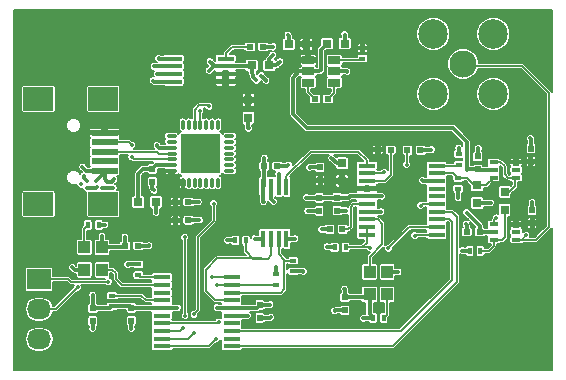
<source format=gtl>
G04 #@! TF.FileFunction,Copper,L1,Top,Signal*
%FSLAX46Y46*%
G04 Gerber Fmt 4.6, Leading zero omitted, Abs format (unit mm)*
G04 Created by KiCad (PCBNEW (after 2015-mar-04 BZR unknown)-product) date Wed 22 Apr 2015 11:16:48 PM EDT*
%MOMM*%
G01*
G04 APERTURE LIST*
%ADD10C,0.100000*%
%ADD11R,2.301240X0.500380*%
%ADD12R,2.499360X1.998980*%
%ADD13R,0.750000X0.800000*%
%ADD14R,0.800000X0.750000*%
%ADD15R,0.600000X0.500000*%
%ADD16R,0.500000X0.600000*%
%ADD17R,2.032000X1.727200*%
%ADD18O,2.032000X1.727200*%
%ADD19R,0.400000X0.600000*%
%ADD20R,0.600000X0.400000*%
%ADD21R,1.000000X1.100000*%
%ADD22R,1.450000X0.450000*%
%ADD23O,0.850000X0.300000*%
%ADD24O,0.300000X0.850000*%
%ADD25R,1.675000X1.675000*%
%ADD26R,1.060000X0.650000*%
%ADD27R,0.450000X1.450000*%
%ADD28R,0.749300X0.398780*%
%ADD29C,2.300000*%
%ADD30C,2.500000*%
%ADD31C,0.355400*%
%ADD32C,0.300000*%
%ADD33C,0.127000*%
G04 APERTURE END LIST*
D10*
D11*
X98889820Y-65659000D03*
X98889820Y-66459100D03*
X98889820Y-67259200D03*
X98889820Y-68059300D03*
X98889820Y-68859400D03*
D12*
X98790760Y-62809120D03*
X93291660Y-62809120D03*
X98790760Y-71709280D03*
X93291660Y-71709280D03*
D13*
X111053880Y-62882080D03*
X111053880Y-64382080D03*
D14*
X111340200Y-59938920D03*
X112840200Y-59938920D03*
D15*
X111210000Y-58379360D03*
X112310000Y-58379360D03*
X100628360Y-75224640D03*
X101728360Y-75224640D03*
D16*
X97886520Y-80501400D03*
X97886520Y-81601400D03*
X101155500Y-80478540D03*
X101155500Y-81578540D03*
X112029240Y-80237240D03*
X112029240Y-81337240D03*
D15*
X104880320Y-73075800D03*
X105980320Y-73075800D03*
X104880320Y-71521320D03*
X105980320Y-71521320D03*
D14*
X101744080Y-71526400D03*
X103244080Y-71526400D03*
D16*
X102946200Y-68715800D03*
X102946200Y-69815800D03*
D17*
X93345000Y-78054200D03*
D18*
X93345000Y-80594200D03*
X93345000Y-83134200D03*
D19*
X98382240Y-73472040D03*
X97482240Y-73472040D03*
D20*
X101742240Y-77706640D03*
X101742240Y-76806640D03*
X99522280Y-80345700D03*
X99522280Y-79445700D03*
X113375440Y-77616900D03*
X113375440Y-78516900D03*
D21*
X97179700Y-75354140D03*
X97179700Y-77254140D03*
X98679700Y-77254140D03*
X98679700Y-75354140D03*
D22*
X109144160Y-61325400D03*
X109144160Y-60675400D03*
X109144160Y-60025400D03*
X109144160Y-59375400D03*
X104744160Y-59375400D03*
X104744160Y-60025400D03*
X104744160Y-60675400D03*
X104744160Y-61325400D03*
X103743057Y-77890400D03*
X103743057Y-78540400D03*
X103743057Y-79190400D03*
X103743057Y-79840400D03*
X103743057Y-80490400D03*
X103743057Y-81140400D03*
X103743057Y-81790400D03*
X103743057Y-82440400D03*
X103743057Y-83090400D03*
X103743057Y-83740400D03*
X109643057Y-83740400D03*
X109643057Y-83090400D03*
X109643057Y-82440400D03*
X109643057Y-81790400D03*
X109643057Y-81140400D03*
X109643057Y-80490400D03*
X109643057Y-79840400D03*
X109643057Y-79190400D03*
X109643057Y-78540400D03*
X109643057Y-77890400D03*
D23*
X104560200Y-65919220D03*
X104560200Y-66419220D03*
X104560200Y-66919220D03*
X104560200Y-67419220D03*
X104560200Y-67919220D03*
X104560200Y-68419220D03*
X104560200Y-68919220D03*
D24*
X105510200Y-69869220D03*
X106010200Y-69869220D03*
X106510200Y-69869220D03*
X107010200Y-69869220D03*
X107510200Y-69869220D03*
X108010200Y-69869220D03*
X108510200Y-69869220D03*
D23*
X109460200Y-68919220D03*
X109460200Y-68419220D03*
X109460200Y-67919220D03*
X109460200Y-67419220D03*
X109460200Y-66919220D03*
X109460200Y-66419220D03*
X109460200Y-65919220D03*
D24*
X108510200Y-64969220D03*
X108010200Y-64969220D03*
X107510200Y-64969220D03*
X107010200Y-64969220D03*
X106510200Y-64969220D03*
X106010200Y-64969220D03*
X105510200Y-64969220D03*
D25*
X107847700Y-68256720D03*
X107847700Y-66581720D03*
X106172700Y-68256720D03*
X106172700Y-66581720D03*
D14*
X115972020Y-58163460D03*
X114472020Y-58163460D03*
X117710520Y-58110120D03*
X119210520Y-58110120D03*
D15*
X116696400Y-62788800D03*
X117796400Y-62788800D03*
D16*
X119217440Y-79592080D03*
X119217440Y-80692080D03*
D15*
X112413960Y-68465700D03*
X113513960Y-68465700D03*
X119033380Y-73827640D03*
X117933380Y-73827640D03*
D16*
X117063520Y-71159280D03*
X117063520Y-72259280D03*
D13*
X119000000Y-69750000D03*
X119000000Y-68250000D03*
D16*
X118567200Y-71138960D03*
X118567200Y-72238960D03*
X117134640Y-69691340D03*
X117134640Y-68591340D03*
D15*
X122025320Y-67101720D03*
X123125320Y-67101720D03*
X124524680Y-67147440D03*
X125624680Y-67147440D03*
D16*
X130469640Y-68764240D03*
X130469640Y-67664240D03*
D13*
X130423920Y-70116000D03*
X130423920Y-71616000D03*
D15*
X130646260Y-74058780D03*
X129546260Y-74058780D03*
D13*
X132770880Y-72164640D03*
X132770880Y-70664640D03*
D16*
X134988300Y-68101300D03*
X134988300Y-67001300D03*
X135087360Y-73305760D03*
X135087360Y-72205760D03*
D19*
X121632560Y-81340960D03*
X122532560Y-81340960D03*
D20*
X120716040Y-58483080D03*
X120716040Y-59383080D03*
X114861340Y-77396760D03*
X114861340Y-76496760D03*
D19*
X109963800Y-74767440D03*
X110863800Y-74767440D03*
X119288980Y-75359260D03*
X118388980Y-75359260D03*
D20*
X128869440Y-68344200D03*
X128869440Y-67444200D03*
X128838960Y-69493980D03*
X128838960Y-70393980D03*
D19*
X130706280Y-75666600D03*
X129806280Y-75666600D03*
D21*
X122819860Y-79349640D03*
X122819860Y-77449640D03*
X121319860Y-77449640D03*
X121319860Y-79349640D03*
D26*
X116133700Y-59514700D03*
X116133700Y-60464700D03*
X116133700Y-61414700D03*
X118333700Y-61414700D03*
X118333700Y-59514700D03*
X118333700Y-60464700D03*
D27*
X112334400Y-74628100D03*
X112984400Y-74628100D03*
X113634400Y-74628100D03*
X114284400Y-74628100D03*
X114284400Y-70228100D03*
X113634400Y-70228100D03*
X112984400Y-70228100D03*
X112334400Y-70228100D03*
D22*
X121103600Y-68436300D03*
X121103600Y-69086300D03*
X121103600Y-69736300D03*
X121103600Y-70386300D03*
X121103600Y-71036300D03*
X121103600Y-71686300D03*
X121103600Y-72336300D03*
X121103600Y-72986300D03*
X121103600Y-73636300D03*
X121103600Y-74286300D03*
X127003600Y-74286300D03*
X127003600Y-73636300D03*
X127003600Y-72986300D03*
X127003600Y-72336300D03*
X127003600Y-71686300D03*
X127003600Y-71036300D03*
X127003600Y-70386300D03*
X127003600Y-69736300D03*
X127003600Y-69086300D03*
X127003600Y-68436300D03*
D28*
X131828540Y-68158360D03*
X131828540Y-68808600D03*
X131828540Y-69458840D03*
X133728460Y-69458840D03*
X133728460Y-68808600D03*
X133728460Y-68158360D03*
X131828540Y-73416160D03*
X131828540Y-74066400D03*
X131828540Y-74716640D03*
X133728460Y-74716640D03*
X133728460Y-74066400D03*
X133728460Y-73416160D03*
D29*
X129260600Y-59829700D03*
D30*
X131800600Y-57289700D03*
X126720600Y-57289700D03*
X126720600Y-62369700D03*
X131800600Y-62369700D03*
D31*
X115062000Y-67490340D03*
X115717320Y-69425820D03*
X133532880Y-66019680D03*
X122483880Y-65928240D03*
X100500000Y-65500000D03*
X100500000Y-72500000D03*
X119207280Y-57348120D03*
X100843080Y-76817220D03*
X118376700Y-80741520D03*
X116240560Y-68620640D03*
X118094760Y-67792600D03*
X111084360Y-65280540D03*
X113621820Y-69164200D03*
X113212880Y-71490840D03*
X114460020Y-68374260D03*
X111615220Y-74637900D03*
X115011200Y-74620120D03*
X116080540Y-72280780D03*
X119359680Y-72260460D03*
X117281960Y-73837800D03*
X117718840Y-75316080D03*
X123738640Y-77434440D03*
X102991920Y-61257180D03*
X103342440Y-60662820D03*
X103068120Y-60030360D03*
X103459280Y-59354720D03*
X114406680Y-57378600D03*
X113157000Y-58374280D03*
X113741200Y-59631580D03*
X113146840Y-59070240D03*
X119415560Y-60487560D03*
X130520440Y-66969640D03*
X134945120Y-66141600D03*
X128877060Y-66949320D03*
X126568200Y-67101720D03*
X122285760Y-72344280D03*
X125798580Y-69697600D03*
X128818640Y-71180960D03*
X131566920Y-71597520D03*
X135087360Y-71556880D03*
X129184400Y-75641200D03*
X129501900Y-73388220D03*
X112948720Y-81264760D03*
X111008160Y-81135220D03*
X101152960Y-82250280D03*
X97876360Y-82255360D03*
X96149160Y-77053440D03*
X102641400Y-75199240D03*
X106923840Y-73055480D03*
X106862880Y-71521320D03*
X103075740Y-70530720D03*
X103243380Y-72420480D03*
X103322120Y-66725800D03*
X103327200Y-66735960D03*
X96918780Y-70035420D03*
X97368360Y-70309740D03*
X98206560Y-70286880D03*
X98648520Y-70309740D03*
X99616260Y-70332600D03*
X99692460Y-69578220D03*
X97162620Y-69303900D03*
X97429320Y-69738240D03*
X98160840Y-69715380D03*
X97002600Y-68557140D03*
X99090480Y-69791580D03*
X108402120Y-80467200D03*
X109270800Y-74764900D03*
X115724940Y-77411580D03*
X120797320Y-81376520D03*
X119192040Y-78889860D03*
X122354340Y-71033640D03*
X115984020Y-71140320D03*
X112410240Y-67795140D03*
X112356900Y-71506080D03*
X113370360Y-77061060D03*
X112905540Y-80208120D03*
X97886520Y-79405480D03*
X105044240Y-80482440D03*
X100614480Y-74493120D03*
X98671380Y-74409300D03*
X98915220Y-73456800D03*
X112555020Y-61241940D03*
X112158780Y-60830460D03*
X111739680Y-61226700D03*
X111475520Y-60736480D03*
X107744260Y-60401200D03*
X107807760Y-59634120D03*
X101201220Y-66695320D03*
X101191060Y-67701160D03*
X108432600Y-78546960D03*
X99197160Y-78287880D03*
X108021120Y-77891640D03*
X96601280Y-78740000D03*
X106974640Y-63802260D03*
X105671620Y-74490580D03*
X105704640Y-81130140D03*
X105521760Y-82194400D03*
X107739180Y-63413640D03*
X108127800Y-71666100D03*
X106451400Y-81026000D03*
X106451400Y-82600800D03*
X129547620Y-72433180D03*
X129532380Y-68816220D03*
X124465080Y-68366640D03*
X122552460Y-69014340D03*
X134576820Y-74330560D03*
X132069840Y-72839580D03*
X121363740Y-75415140D03*
X122910600Y-75430380D03*
X125158500Y-74371200D03*
X108549440Y-81686400D03*
X125651260Y-71815960D03*
X108356400Y-83096100D03*
D32*
X117134640Y-69691340D02*
X115982840Y-69691340D01*
X114909600Y-67337940D02*
X114909600Y-66080640D01*
X115062000Y-67490340D02*
X114909600Y-67337940D01*
X115982840Y-69691340D02*
X115717320Y-69425820D01*
X122025320Y-67101720D02*
X121335800Y-67101720D01*
X121335800Y-67101720D02*
X120314720Y-66080640D01*
X120314720Y-66080640D02*
X114909600Y-66080640D01*
X112450880Y-63621920D02*
X112450880Y-62882080D01*
X114909600Y-66080640D02*
X112450880Y-63621920D01*
X122025320Y-67101720D02*
X122025320Y-66386800D01*
X133728460Y-66215260D02*
X133728460Y-68158360D01*
X133532880Y-66019680D02*
X133728460Y-66215260D01*
X122025320Y-66386800D02*
X122483880Y-65928240D01*
X133728460Y-73416160D02*
X133728460Y-70944740D01*
X134988300Y-69684900D02*
X134988300Y-68101300D01*
X133728460Y-70944740D02*
X134988300Y-69684900D01*
X133728460Y-73416160D02*
X134976960Y-73416160D01*
X134976960Y-73416160D02*
X135087360Y-73305760D01*
X133728460Y-68158360D02*
X134931240Y-68158360D01*
X134931240Y-68158360D02*
X134988300Y-68101300D01*
X119000000Y-69750000D02*
X117193300Y-69750000D01*
X117193300Y-69750000D02*
X117134640Y-69691340D01*
X115972020Y-58163460D02*
X115972020Y-57108660D01*
X120655080Y-57028080D02*
X120655080Y-58422120D01*
X120258840Y-56631840D02*
X120655080Y-57028080D01*
X116448840Y-56631840D02*
X120258840Y-56631840D01*
X115972020Y-57108660D02*
X116448840Y-56631840D01*
X120655080Y-58422120D02*
X120716040Y-58483080D01*
X121103600Y-70386300D02*
X119636300Y-70386300D01*
X119636300Y-70386300D02*
X119000000Y-69750000D01*
X111053880Y-62882080D02*
X112450880Y-62882080D01*
X112450880Y-62882080D02*
X113139920Y-62882080D01*
X113139920Y-62882080D02*
X114071400Y-61950600D01*
X114071400Y-60797440D02*
X114071400Y-60182760D01*
X114071400Y-61950600D02*
X114071400Y-60797440D01*
X114071400Y-60182760D02*
X114739460Y-59514700D01*
X114739460Y-59514700D02*
X116133700Y-59514700D01*
X104880320Y-73075800D02*
X101075800Y-73075800D01*
X100659000Y-65659000D02*
X101341000Y-65659000D01*
X100500000Y-65500000D02*
X100659000Y-65659000D01*
X101075800Y-73075800D02*
X100500000Y-72500000D01*
X98889820Y-65659000D02*
X101341000Y-65659000D01*
X104117920Y-62882080D02*
X111053880Y-62882080D01*
X101341000Y-65659000D02*
X104117920Y-62882080D01*
X109144160Y-60675400D02*
X110441620Y-60675400D01*
X110441620Y-60675400D02*
X111053880Y-61287660D01*
X111053880Y-61287660D02*
X111053880Y-62882080D01*
X109144160Y-61325400D02*
X109144160Y-62304020D01*
X109722220Y-62882080D02*
X111053880Y-62882080D01*
X109144160Y-62304020D02*
X109722220Y-62882080D01*
X116133700Y-59514700D02*
X116133700Y-58325140D01*
X116133700Y-58325140D02*
X115972020Y-58163460D01*
X104880320Y-73075800D02*
X104880320Y-71521320D01*
X104880320Y-71521320D02*
X104880320Y-70021360D01*
X104880320Y-70021360D02*
X104560200Y-69701240D01*
X104560200Y-68919220D02*
X104560200Y-69701240D01*
X104728180Y-69869220D02*
X105510200Y-69869220D01*
X104560200Y-69701240D02*
X104728180Y-69869220D01*
X119210520Y-58110120D02*
X119210520Y-57351360D01*
X119210520Y-57351360D02*
X119207280Y-57348120D01*
X101742240Y-76806640D02*
X100853660Y-76806640D01*
X100853660Y-76806640D02*
X100843080Y-76817220D01*
X119217440Y-80692080D02*
X118426140Y-80692080D01*
X118426140Y-80692080D02*
X118376700Y-80741520D01*
X117134640Y-68591340D02*
X116269860Y-68591340D01*
X116269860Y-68591340D02*
X116240560Y-68620640D01*
X119000000Y-68250000D02*
X118552160Y-68250000D01*
X118552160Y-68250000D02*
X118094760Y-67792600D01*
X111053880Y-64382080D02*
X111053880Y-65250060D01*
X111053880Y-65250060D02*
X111084360Y-65280540D01*
X113634400Y-70228100D02*
X113634400Y-69176780D01*
X113634400Y-69176780D02*
X113621820Y-69164200D01*
X112984400Y-70228100D02*
X112984400Y-71262360D01*
X112984400Y-71262360D02*
X113212880Y-71490840D01*
X113513960Y-68465700D02*
X114368580Y-68465700D01*
X114368580Y-68465700D02*
X114460020Y-68374260D01*
X112334400Y-74628100D02*
X111625020Y-74628100D01*
X111625020Y-74628100D02*
X111615220Y-74637900D01*
X114284400Y-74628100D02*
X115003220Y-74628100D01*
X115003220Y-74628100D02*
X115011200Y-74620120D01*
X117063520Y-72259280D02*
X116102040Y-72259280D01*
X116102040Y-72259280D02*
X116080540Y-72280780D01*
X118567200Y-72238960D02*
X119338180Y-72238960D01*
X119338180Y-72238960D02*
X119359680Y-72260460D01*
X117933380Y-73827640D02*
X117292120Y-73827640D01*
X117292120Y-73827640D02*
X117281960Y-73837800D01*
X118388980Y-75359260D02*
X117762020Y-75359260D01*
X117762020Y-75359260D02*
X117718840Y-75316080D01*
X122819860Y-77449640D02*
X123723440Y-77449640D01*
X123723440Y-77449640D02*
X123738640Y-77434440D01*
X104744160Y-61325400D02*
X103060140Y-61325400D01*
X103060140Y-61325400D02*
X102991920Y-61257180D01*
X104744160Y-60675400D02*
X103355020Y-60675400D01*
X103355020Y-60675400D02*
X103342440Y-60662820D01*
X104744160Y-60025400D02*
X103073080Y-60025400D01*
X103073080Y-60025400D02*
X103068120Y-60030360D01*
X104744160Y-59375400D02*
X103479960Y-59375400D01*
X103479960Y-59375400D02*
X103459280Y-59354720D01*
X114472020Y-58163460D02*
X114472020Y-57443940D01*
X114472020Y-57443940D02*
X114406680Y-57378600D01*
X112310000Y-58379360D02*
X113151920Y-58379360D01*
X113151920Y-58379360D02*
X113157000Y-58374280D01*
X112840200Y-59938920D02*
X113433860Y-59938920D01*
X113433860Y-59938920D02*
X113741200Y-59631580D01*
X112840200Y-59938920D02*
X112840200Y-59376880D01*
X112840200Y-59376880D02*
X113146840Y-59070240D01*
X118333700Y-60464700D02*
X119392700Y-60464700D01*
X119392700Y-60464700D02*
X119415560Y-60487560D01*
X130469640Y-67664240D02*
X130469640Y-67020440D01*
X130469640Y-67020440D02*
X130520440Y-66969640D01*
X134988300Y-67001300D02*
X134988300Y-66184780D01*
X134988300Y-66184780D02*
X134945120Y-66141600D01*
X128869440Y-67444200D02*
X128869440Y-66956940D01*
X128869440Y-66956940D02*
X128877060Y-66949320D01*
X125624680Y-67147440D02*
X126522480Y-67147440D01*
X126522480Y-67147440D02*
X126568200Y-67101720D01*
X121103600Y-72336300D02*
X122277780Y-72336300D01*
X122277780Y-72336300D02*
X122285760Y-72344280D01*
X127003600Y-69736300D02*
X125837280Y-69736300D01*
X125837280Y-69736300D02*
X125798580Y-69697600D01*
X128838960Y-70393980D02*
X128838960Y-71160640D01*
X128838960Y-71160640D02*
X128818640Y-71180960D01*
X130423920Y-71616000D02*
X131548440Y-71616000D01*
X131548440Y-71616000D02*
X131566920Y-71597520D01*
X135087360Y-72205760D02*
X135087360Y-71556880D01*
X129806280Y-75666600D02*
X129209800Y-75666600D01*
X129209800Y-75666600D02*
X129184400Y-75641200D01*
X129546260Y-74058780D02*
X129546260Y-73432580D01*
X129546260Y-73432580D02*
X129501900Y-73388220D01*
X112029240Y-81337240D02*
X112876240Y-81337240D01*
X112876240Y-81337240D02*
X112948720Y-81264760D01*
X109643057Y-81140400D02*
X111002980Y-81140400D01*
X111002980Y-81140400D02*
X111008160Y-81135220D01*
X101155500Y-81578540D02*
X101155500Y-82247740D01*
X101155500Y-82247740D02*
X101152960Y-82250280D01*
X97886520Y-81601400D02*
X97886520Y-82245200D01*
X97886520Y-82245200D02*
X97876360Y-82255360D01*
X97179700Y-77254140D02*
X96349860Y-77254140D01*
X96349860Y-77254140D02*
X96149160Y-77053440D01*
X101728360Y-75224640D02*
X102616000Y-75224640D01*
X102616000Y-75224640D02*
X102641400Y-75199240D01*
X105980320Y-73075800D02*
X106903520Y-73075800D01*
X106903520Y-73075800D02*
X106923840Y-73055480D01*
X105980320Y-71521320D02*
X106862880Y-71521320D01*
X102946200Y-69815800D02*
X102946200Y-70401180D01*
X102946200Y-70401180D02*
X103075740Y-70530720D01*
X103244080Y-71526400D02*
X103244080Y-72419780D01*
X103244080Y-72419780D02*
X103243380Y-72420480D01*
X104560200Y-66919220D02*
X103510460Y-66919220D01*
X103510460Y-66919220D02*
X103327200Y-66735960D01*
X99090480Y-69791580D02*
X99479100Y-69791580D01*
X96918780Y-70035420D02*
X96903540Y-70020180D01*
X98183700Y-70309740D02*
X97368360Y-70309740D01*
X98206560Y-70286880D02*
X98183700Y-70309740D01*
X99593400Y-70309740D02*
X98648520Y-70309740D01*
X99616260Y-70332600D02*
X99593400Y-70309740D01*
X99479100Y-69791580D02*
X99692460Y-69578220D01*
X98889820Y-68859400D02*
X98889820Y-68986400D01*
X98889820Y-68986400D02*
X98160840Y-69715380D01*
X97162620Y-69471540D02*
X97162620Y-69303900D01*
X97429320Y-69738240D02*
X97162620Y-69471540D01*
X98889820Y-68859400D02*
X97304860Y-68859400D01*
X97304860Y-68859400D02*
X97002600Y-68557140D01*
X98889820Y-68859400D02*
X98889820Y-69590920D01*
X98889820Y-69590920D02*
X99090480Y-69791580D01*
X109643057Y-80490400D02*
X108425320Y-80490400D01*
X108425320Y-80490400D02*
X108402120Y-80467200D01*
X109963800Y-74767440D02*
X109273340Y-74767440D01*
X109273340Y-74767440D02*
X109270800Y-74764900D01*
X114861340Y-77396760D02*
X115710120Y-77396760D01*
X115710120Y-77396760D02*
X115724940Y-77411580D01*
X121632560Y-81340960D02*
X120832880Y-81340960D01*
X120832880Y-81340960D02*
X120797320Y-81376520D01*
X119217440Y-79592080D02*
X119217440Y-78915260D01*
X119217440Y-78915260D02*
X119192040Y-78889860D01*
X121103600Y-71036300D02*
X122351680Y-71036300D01*
X122351680Y-71036300D02*
X122354340Y-71033640D01*
X117063520Y-71159280D02*
X116002980Y-71159280D01*
X116002980Y-71159280D02*
X115984020Y-71140320D01*
X112413960Y-68465700D02*
X112413960Y-67798860D01*
X112413960Y-67798860D02*
X112410240Y-67795140D01*
X117063520Y-71159280D02*
X118546880Y-71159280D01*
X118546880Y-71159280D02*
X118567200Y-71138960D01*
X121103600Y-71036300D02*
X119646580Y-71036300D01*
X119543920Y-71138960D02*
X118567200Y-71138960D01*
X119646580Y-71036300D02*
X119543920Y-71138960D01*
X119217440Y-79592080D02*
X121077420Y-79592080D01*
X121077420Y-79592080D02*
X121319860Y-79349640D01*
X121319860Y-79349640D02*
X121319860Y-81028260D01*
X121319860Y-81028260D02*
X121632560Y-81340960D01*
X112413960Y-68465700D02*
X112413960Y-70148540D01*
X112413960Y-70148540D02*
X112334400Y-70228100D01*
X112334400Y-70228100D02*
X112334400Y-71483580D01*
X112334400Y-71483580D02*
X112356900Y-71506080D01*
X113375440Y-77616900D02*
X113375440Y-77066140D01*
X113375440Y-77066140D02*
X113370360Y-77061060D01*
X112029240Y-80237240D02*
X112876420Y-80237240D01*
X112876420Y-80237240D02*
X112905540Y-80208120D01*
X97886520Y-80501400D02*
X97886520Y-79405480D01*
X103743057Y-80490400D02*
X105036280Y-80490400D01*
X105036280Y-80490400D02*
X105044240Y-80482440D01*
X100628360Y-75224640D02*
X100628360Y-74507000D01*
X100628360Y-74507000D02*
X100614480Y-74493120D01*
X98679700Y-75354140D02*
X98679700Y-74417620D01*
X98679700Y-74417620D02*
X98671380Y-74409300D01*
X98382240Y-73472040D02*
X98899980Y-73472040D01*
X98899980Y-73472040D02*
X98915220Y-73456800D01*
X111475520Y-60736480D02*
X111475520Y-60962540D01*
X112555020Y-61226700D02*
X112555020Y-61241940D01*
X112158780Y-60830460D02*
X112555020Y-61226700D01*
X111475520Y-60962540D02*
X111739680Y-61226700D01*
X111340200Y-59938920D02*
X111340200Y-60601160D01*
X111340200Y-60601160D02*
X111475520Y-60736480D01*
X109144160Y-60025400D02*
X108120060Y-60025400D01*
X108120060Y-60025400D02*
X107744260Y-60401200D01*
X109144160Y-60025400D02*
X108199040Y-60025400D01*
X108199040Y-60025400D02*
X107807760Y-59634120D01*
X98679700Y-75354140D02*
X100498860Y-75354140D01*
X100498860Y-75354140D02*
X100628360Y-75224640D01*
X109643057Y-80490400D02*
X111776080Y-80490400D01*
X111776080Y-80490400D02*
X112029240Y-80237240D01*
X103743057Y-80490400D02*
X101167360Y-80490400D01*
X101167360Y-80490400D02*
X101155500Y-80478540D01*
X99522280Y-80345700D02*
X101022660Y-80345700D01*
X101022660Y-80345700D02*
X101155500Y-80478540D01*
X97886520Y-80501400D02*
X99366580Y-80501400D01*
X99366580Y-80501400D02*
X99522280Y-80345700D01*
X109144160Y-60025400D02*
X111253720Y-60025400D01*
X111253720Y-60025400D02*
X111340200Y-59938920D01*
D33*
X109144160Y-59375400D02*
X109144160Y-58937800D01*
X109702600Y-58379360D02*
X111210000Y-58379360D01*
X109144160Y-58937800D02*
X109702600Y-58379360D01*
D32*
X101744080Y-71526400D02*
X101744080Y-69124260D01*
X102152540Y-68715800D02*
X102946200Y-68715800D01*
X101744080Y-69124260D02*
X102152540Y-68715800D01*
X104560200Y-68419220D02*
X103242780Y-68419220D01*
X103242780Y-68419220D02*
X102946200Y-68715800D01*
D33*
X104560200Y-67919220D02*
X101409120Y-67919220D01*
X100965000Y-66459100D02*
X98889820Y-66459100D01*
X101201220Y-66695320D02*
X100965000Y-66459100D01*
X101409120Y-67919220D02*
X101191060Y-67701160D01*
X98889820Y-67259200D02*
X103296720Y-67259200D01*
X103456740Y-67419220D02*
X104560200Y-67419220D01*
X103296720Y-67259200D02*
X103456740Y-67419220D01*
X93345000Y-78054200D02*
X95793560Y-78054200D01*
X108439160Y-78540400D02*
X109643057Y-78540400D01*
X108432600Y-78546960D02*
X108439160Y-78540400D01*
X96027240Y-78287880D02*
X99197160Y-78287880D01*
X95793560Y-78054200D02*
X96027240Y-78287880D01*
X109643057Y-78540400D02*
X113351940Y-78540400D01*
X113351940Y-78540400D02*
X113375440Y-78516900D01*
X93345000Y-80594200D02*
X94747080Y-80594200D01*
X108022360Y-77890400D02*
X109643057Y-77890400D01*
X108021120Y-77891640D02*
X108022360Y-77890400D01*
X94747080Y-80594200D02*
X96601280Y-78740000D01*
X97179700Y-75354140D02*
X97179700Y-73774580D01*
X97179700Y-73774580D02*
X97482240Y-73472040D01*
X103743057Y-77890400D02*
X101926000Y-77890400D01*
X101926000Y-77890400D02*
X101742240Y-77706640D01*
X99522280Y-79445700D02*
X101993280Y-79445700D01*
X102387980Y-79840400D02*
X103743057Y-79840400D01*
X101993280Y-79445700D02*
X102387980Y-79840400D01*
X103743057Y-78540400D02*
X100325980Y-78540400D01*
X99552800Y-77254140D02*
X98679700Y-77254140D01*
X99852480Y-77553820D02*
X99552800Y-77254140D01*
X99852480Y-78066900D02*
X99852480Y-77553820D01*
X100325980Y-78540400D02*
X99852480Y-78066900D01*
X103743057Y-82440400D02*
X105275760Y-82440400D01*
X107010200Y-63837820D02*
X107010200Y-64969220D01*
X106974640Y-63802260D02*
X107010200Y-63837820D01*
X105671620Y-81097120D02*
X105671620Y-74490580D01*
X105704640Y-81130140D02*
X105671620Y-81097120D01*
X105275760Y-82440400D02*
X105521760Y-82194400D01*
X103743057Y-83090400D02*
X105961800Y-83090400D01*
X106510200Y-63707900D02*
X106510200Y-64969220D01*
X106873040Y-63345060D02*
X106510200Y-63707900D01*
X107670600Y-63345060D02*
X106873040Y-63345060D01*
X107739180Y-63413640D02*
X107670600Y-63345060D01*
X108127800Y-73152000D02*
X108127800Y-71666100D01*
X106794300Y-74485500D02*
X108127800Y-73152000D01*
X106794300Y-80683100D02*
X106794300Y-74485500D01*
X106451400Y-81026000D02*
X106794300Y-80683100D01*
X105961800Y-83090400D02*
X106451400Y-82600800D01*
D32*
X129532380Y-68816220D02*
X129532380Y-66408300D01*
X115389660Y-60464700D02*
X116133700Y-60464700D01*
X114861340Y-60993020D02*
X115389660Y-60464700D01*
X114861340Y-64094360D02*
X114861340Y-60993020D01*
X116006880Y-65239900D02*
X114861340Y-64094360D01*
X128363980Y-65239900D02*
X116006880Y-65239900D01*
X129532380Y-66408300D02*
X128363980Y-65239900D01*
X130469640Y-68764240D02*
X129584360Y-68764240D01*
X130646260Y-73531820D02*
X130646260Y-74058780D01*
X129547620Y-72433180D02*
X130646260Y-73531820D01*
X129584360Y-68764240D02*
X129532380Y-68816220D01*
X131828540Y-68808600D02*
X130514000Y-68808600D01*
X130514000Y-68808600D02*
X130469640Y-68764240D01*
X131828540Y-74066400D02*
X130653880Y-74066400D01*
X130653880Y-74066400D02*
X130646260Y-74058780D01*
X130514000Y-68808600D02*
X130469640Y-68764240D01*
X116133700Y-60464700D02*
X117066060Y-60464700D01*
X117195600Y-58625040D02*
X117710520Y-58110120D01*
X117195600Y-60335160D02*
X117195600Y-58625040D01*
X117066060Y-60464700D02*
X117195600Y-60335160D01*
D33*
X116133700Y-61414700D02*
X116133700Y-62226100D01*
X116133700Y-62226100D02*
X116696400Y-62788800D01*
X118333700Y-61414700D02*
X118333700Y-62251500D01*
X118333700Y-62251500D02*
X117796400Y-62788800D01*
X121103600Y-71686300D02*
X119961780Y-71686300D01*
X119512080Y-73827640D02*
X119033380Y-73827640D01*
X119730520Y-73609200D02*
X119512080Y-73827640D01*
X119730520Y-71917560D02*
X119730520Y-73609200D01*
X119961780Y-71686300D02*
X119730520Y-71917560D01*
X121103600Y-69736300D02*
X122645840Y-69736300D01*
X123125320Y-69256820D02*
X123125320Y-67101720D01*
X122645840Y-69736300D02*
X123125320Y-69256820D01*
X121103600Y-69086300D02*
X122480500Y-69086300D01*
X124524680Y-68307040D02*
X124524680Y-67147440D01*
X124465080Y-68366640D02*
X124524680Y-68307040D01*
X122480500Y-69086300D02*
X122552460Y-69014340D01*
X130423920Y-70116000D02*
X131171380Y-70116000D01*
X131171380Y-70116000D02*
X131828540Y-69458840D01*
X130423920Y-70116000D02*
X130199700Y-70116000D01*
X130199700Y-70116000D02*
X129577680Y-69493980D01*
X129577680Y-69493980D02*
X128838960Y-69493980D01*
X127003600Y-69086300D02*
X128431280Y-69086300D01*
X128431280Y-69086300D02*
X128838960Y-69493980D01*
X131828540Y-74716640D02*
X131828540Y-75262740D01*
X131424680Y-75666600D02*
X130706280Y-75666600D01*
X131828540Y-75262740D02*
X131424680Y-75666600D01*
X132770880Y-72164640D02*
X132770880Y-74523600D01*
X132577840Y-74716640D02*
X131828540Y-74716640D01*
X132770880Y-74523600D02*
X132577840Y-74716640D01*
X132770880Y-70664640D02*
X133139880Y-70664640D01*
X133139880Y-70664640D02*
X133677660Y-70126860D01*
X133677660Y-70126860D02*
X133677660Y-69509640D01*
X133677660Y-69509640D02*
X133728460Y-69458840D01*
X131828540Y-68158360D02*
X132410200Y-68158360D01*
X133032500Y-69458840D02*
X133728460Y-69458840D01*
X132755640Y-69181980D02*
X133032500Y-69458840D01*
X132755640Y-68503800D02*
X132755640Y-69181980D01*
X132410200Y-68158360D02*
X132755640Y-68503800D01*
X131828540Y-73416160D02*
X131828540Y-73080880D01*
X134190740Y-74716640D02*
X133728460Y-74716640D01*
X134576820Y-74330560D02*
X134190740Y-74716640D01*
X131828540Y-73080880D02*
X132069840Y-72839580D01*
X133728460Y-74716640D02*
X135432800Y-74716640D01*
X134223760Y-60015120D02*
X129446020Y-60015120D01*
X136519920Y-62311280D02*
X134223760Y-60015120D01*
X136519920Y-73629520D02*
X136519920Y-62311280D01*
X135432800Y-74716640D02*
X136519920Y-73629520D01*
X129446020Y-60015120D02*
X129260600Y-59829700D01*
X122819860Y-79349640D02*
X122819860Y-81053660D01*
X122819860Y-81053660D02*
X122532560Y-81340960D01*
X118333700Y-59514700D02*
X120584420Y-59514700D01*
X120584420Y-59514700D02*
X120716040Y-59383080D01*
X109643057Y-79190400D02*
X113824200Y-79190400D01*
X114117120Y-78897480D02*
X114117120Y-76405740D01*
X113824200Y-79190400D02*
X114117120Y-78897480D01*
X113634400Y-74628100D02*
X113634400Y-75923020D01*
X114208140Y-76496760D02*
X114861340Y-76496760D01*
X113634400Y-75923020D02*
X114117120Y-76405740D01*
X114117120Y-76405740D02*
X114208140Y-76496760D01*
X109643057Y-79840400D02*
X108227440Y-79840400D01*
X112247680Y-76301600D02*
X112252760Y-76306680D01*
X108386880Y-76301600D02*
X112247680Y-76301600D01*
X107452160Y-77236320D02*
X108386880Y-76301600D01*
X107452160Y-79065120D02*
X107452160Y-77236320D01*
X108227440Y-79840400D02*
X107452160Y-79065120D01*
X110863800Y-74767440D02*
X110863800Y-75705120D01*
X112984400Y-76022080D02*
X112984400Y-74628100D01*
X112699800Y-76306680D02*
X112984400Y-76022080D01*
X111465360Y-76306680D02*
X112252760Y-76306680D01*
X112252760Y-76306680D02*
X112699800Y-76306680D01*
X110863800Y-75705120D02*
X111465360Y-76306680D01*
X127003600Y-73636300D02*
X124704680Y-73636300D01*
X121307860Y-75359260D02*
X120294400Y-75359260D01*
X121363740Y-75415140D02*
X121307860Y-75359260D01*
X124704680Y-73636300D02*
X122910600Y-75430380D01*
X121103600Y-73636300D02*
X121103600Y-74286300D01*
X121103600Y-74286300D02*
X121103600Y-74959000D01*
X120703340Y-75359260D02*
X120294400Y-75359260D01*
X120294400Y-75359260D02*
X119288980Y-75359260D01*
X121103600Y-74959000D02*
X120703340Y-75359260D01*
X127003600Y-68436300D02*
X128777340Y-68436300D01*
X128777340Y-68436300D02*
X128869440Y-68344200D01*
X103743057Y-81790400D02*
X108445440Y-81790400D01*
X125243400Y-74286300D02*
X127003600Y-74286300D01*
X125158500Y-74371200D02*
X125243400Y-74286300D01*
X108445440Y-81790400D02*
X108549440Y-81686400D01*
X103743057Y-83740400D02*
X107712100Y-83740400D01*
X125780920Y-71686300D02*
X127003600Y-71686300D01*
X125651260Y-71815960D02*
X125780920Y-71686300D01*
X107712100Y-83740400D02*
X108356400Y-83096100D01*
X109643057Y-83740400D02*
X123295000Y-83740400D01*
X128297580Y-72336300D02*
X127003600Y-72336300D01*
X128714500Y-72753220D02*
X128297580Y-72336300D01*
X128714500Y-78320900D02*
X128714500Y-72753220D01*
X123295000Y-83740400D02*
X128714500Y-78320900D01*
X109643057Y-82440400D02*
X123947300Y-82440400D01*
X128066200Y-72986300D02*
X127003600Y-72986300D01*
X128267460Y-73187560D02*
X128066200Y-72986300D01*
X128267460Y-78120240D02*
X128267460Y-73187560D01*
X123947300Y-82440400D02*
X128267460Y-78120240D01*
X121319860Y-77449640D02*
X121319860Y-76195620D01*
X122043860Y-72986300D02*
X121103600Y-72986300D01*
X122415300Y-73357740D02*
X122043860Y-72986300D01*
X122415300Y-75100180D02*
X122415300Y-73357740D01*
X121319860Y-76195620D02*
X122415300Y-75100180D01*
X114284400Y-70228100D02*
X114284400Y-69327120D01*
X121103600Y-67976960D02*
X121103600Y-68436300D01*
X120380760Y-67254120D02*
X121103600Y-67976960D01*
X116357400Y-67254120D02*
X120380760Y-67254120D01*
X114284400Y-69327120D02*
X116357400Y-67254120D01*
G36*
X136759500Y-85759500D02*
X101599732Y-85759500D01*
X101599732Y-81878540D01*
X101599732Y-81278540D01*
X101585639Y-81205903D01*
X101543702Y-81142062D01*
X101480392Y-81099327D01*
X101405500Y-81084308D01*
X100905500Y-81084308D01*
X100832863Y-81098401D01*
X100769022Y-81140338D01*
X100726287Y-81203648D01*
X100711268Y-81278540D01*
X100711268Y-81878540D01*
X100725361Y-81951177D01*
X100767298Y-82015018D01*
X100815000Y-82047217D01*
X100815000Y-82104049D01*
X100784825Y-82176719D01*
X100784697Y-82323198D01*
X100840634Y-82458576D01*
X100944119Y-82562242D01*
X101079399Y-82618415D01*
X101225878Y-82618543D01*
X101361256Y-82562606D01*
X101464922Y-82459121D01*
X101521095Y-82323841D01*
X101521223Y-82177362D01*
X101496000Y-82116317D01*
X101496000Y-82046944D01*
X101541978Y-82016742D01*
X101584713Y-81953432D01*
X101599732Y-81878540D01*
X101599732Y-85759500D01*
X98330752Y-85759500D01*
X98330752Y-81901400D01*
X98330752Y-81301400D01*
X98316659Y-81228763D01*
X98274722Y-81164922D01*
X98211412Y-81122187D01*
X98136520Y-81107168D01*
X97636520Y-81107168D01*
X97563883Y-81121261D01*
X97500042Y-81163198D01*
X97457307Y-81226508D01*
X97442288Y-81301400D01*
X97442288Y-81901400D01*
X97456381Y-81974037D01*
X97498318Y-82037878D01*
X97546020Y-82070077D01*
X97546020Y-82090778D01*
X97508225Y-82181799D01*
X97508097Y-82328278D01*
X97564034Y-82463656D01*
X97667519Y-82567322D01*
X97802799Y-82623495D01*
X97949278Y-82623623D01*
X98084656Y-82567686D01*
X98188322Y-82464201D01*
X98244495Y-82328921D01*
X98244623Y-82182442D01*
X98227020Y-82139839D01*
X98227020Y-82069804D01*
X98272998Y-82039602D01*
X98315733Y-81976292D01*
X98330752Y-81901400D01*
X98330752Y-85759500D01*
X94575137Y-85759500D01*
X94575137Y-83134200D01*
X94494898Y-82730813D01*
X94266398Y-82388839D01*
X93924424Y-82160339D01*
X93521037Y-82080100D01*
X93168963Y-82080100D01*
X92765576Y-82160339D01*
X92423602Y-82388839D01*
X92195102Y-82730813D01*
X92114863Y-83134200D01*
X92195102Y-83537587D01*
X92423602Y-83879561D01*
X92765576Y-84108061D01*
X93168963Y-84188300D01*
X93521037Y-84188300D01*
X93924424Y-84108061D01*
X94266398Y-83879561D01*
X94494898Y-83537587D01*
X94575137Y-83134200D01*
X94575137Y-85759500D01*
X91240500Y-85759500D01*
X91240500Y-55240500D01*
X133000000Y-55240500D01*
X136759500Y-55240500D01*
X136759500Y-62238783D01*
X136754586Y-62214079D01*
X136754585Y-62214078D01*
X136699525Y-62131675D01*
X134403365Y-59835515D01*
X134320962Y-59780455D01*
X134223760Y-59761120D01*
X133241349Y-59761120D01*
X133241349Y-57004424D01*
X133022508Y-56474788D01*
X132617643Y-56069216D01*
X132088390Y-55849451D01*
X131515324Y-55848951D01*
X130985688Y-56067792D01*
X130580116Y-56472657D01*
X130360351Y-57001910D01*
X130359851Y-57574976D01*
X130578692Y-58104612D01*
X130983557Y-58510184D01*
X131512810Y-58729949D01*
X132085876Y-58730449D01*
X132615512Y-58511608D01*
X133021084Y-58106743D01*
X133240849Y-57577490D01*
X133241349Y-57004424D01*
X133241349Y-59761120D01*
X130601160Y-59761120D01*
X130601332Y-59564228D01*
X130397683Y-59071360D01*
X130020924Y-58693942D01*
X129528412Y-58489433D01*
X128995128Y-58488968D01*
X128502260Y-58692617D01*
X128161349Y-59032932D01*
X128161349Y-57004424D01*
X127942508Y-56474788D01*
X127537643Y-56069216D01*
X127008390Y-55849451D01*
X126435324Y-55848951D01*
X125905688Y-56067792D01*
X125500116Y-56472657D01*
X125280351Y-57001910D01*
X125279851Y-57574976D01*
X125498692Y-58104612D01*
X125903557Y-58510184D01*
X126432810Y-58729949D01*
X127005876Y-58730449D01*
X127535512Y-58511608D01*
X127941084Y-58106743D01*
X128160849Y-57577490D01*
X128161349Y-57004424D01*
X128161349Y-59032932D01*
X128124842Y-59069376D01*
X127920333Y-59561888D01*
X127919868Y-60095172D01*
X128123517Y-60588040D01*
X128500276Y-60965458D01*
X128992788Y-61169967D01*
X129526072Y-61170432D01*
X130018940Y-60966783D01*
X130396358Y-60590024D01*
X130529609Y-60269120D01*
X134118550Y-60269120D01*
X136265920Y-62416490D01*
X136265920Y-73524310D01*
X135531592Y-74258638D01*
X135531592Y-72505760D01*
X135531592Y-71905760D01*
X135517499Y-71833123D01*
X135475562Y-71769282D01*
X135427860Y-71737082D01*
X135427860Y-71696993D01*
X135455495Y-71630441D01*
X135455623Y-71483962D01*
X135432532Y-71428077D01*
X135432532Y-67301300D01*
X135432532Y-66701300D01*
X135418439Y-66628663D01*
X135376502Y-66564822D01*
X135328800Y-66532622D01*
X135328800Y-66184780D01*
X135313349Y-66107105D01*
X135313349Y-66107104D01*
X135313383Y-66068682D01*
X135257446Y-65933304D01*
X135153961Y-65829638D01*
X135018681Y-65773465D01*
X134872202Y-65773337D01*
X134736824Y-65829274D01*
X134633158Y-65932759D01*
X134576985Y-66068039D01*
X134576857Y-66214518D01*
X134632794Y-66349896D01*
X134647800Y-66364928D01*
X134647800Y-66532895D01*
X134601822Y-66563098D01*
X134559087Y-66626408D01*
X134544068Y-66701300D01*
X134544068Y-67301300D01*
X134558161Y-67373937D01*
X134600098Y-67437778D01*
X134663408Y-67480513D01*
X134738300Y-67495532D01*
X135238300Y-67495532D01*
X135310937Y-67481439D01*
X135374778Y-67439502D01*
X135417513Y-67376192D01*
X135432532Y-67301300D01*
X135432532Y-71428077D01*
X135428800Y-71419045D01*
X135428800Y-68439193D01*
X135428800Y-68298925D01*
X135428800Y-67903675D01*
X135428800Y-67763407D01*
X135399798Y-67693390D01*
X135346209Y-67639802D01*
X135276193Y-67610800D01*
X135200407Y-67610800D01*
X135160925Y-67610800D01*
X135113300Y-67658425D01*
X135113300Y-67951300D01*
X135381175Y-67951300D01*
X135428800Y-67903675D01*
X135428800Y-68298925D01*
X135381175Y-68251300D01*
X135113300Y-68251300D01*
X135113300Y-68544175D01*
X135160925Y-68591800D01*
X135200407Y-68591800D01*
X135276193Y-68591800D01*
X135346209Y-68562798D01*
X135399798Y-68509210D01*
X135428800Y-68439193D01*
X135428800Y-71419045D01*
X135399686Y-71348584D01*
X135296201Y-71244918D01*
X135160921Y-71188745D01*
X135014442Y-71188617D01*
X134879064Y-71244554D01*
X134863300Y-71260290D01*
X134863300Y-68544175D01*
X134863300Y-68251300D01*
X134863300Y-67951300D01*
X134863300Y-67658425D01*
X134815675Y-67610800D01*
X134776193Y-67610800D01*
X134700407Y-67610800D01*
X134630391Y-67639802D01*
X134576802Y-67693390D01*
X134547800Y-67763407D01*
X134547800Y-67903675D01*
X134595425Y-67951300D01*
X134863300Y-67951300D01*
X134863300Y-68251300D01*
X134595425Y-68251300D01*
X134547800Y-68298925D01*
X134547800Y-68439193D01*
X134576802Y-68509210D01*
X134630391Y-68562798D01*
X134700407Y-68591800D01*
X134776193Y-68591800D01*
X134815675Y-68591800D01*
X134863300Y-68544175D01*
X134863300Y-71260290D01*
X134775398Y-71348039D01*
X134719225Y-71483319D01*
X134719097Y-71629798D01*
X134746860Y-71696989D01*
X134746860Y-71737355D01*
X134700882Y-71767558D01*
X134658147Y-71830868D01*
X134643128Y-71905760D01*
X134643128Y-72505760D01*
X134657221Y-72578397D01*
X134699158Y-72642238D01*
X134762468Y-72684973D01*
X134837360Y-72699992D01*
X135337360Y-72699992D01*
X135409997Y-72685899D01*
X135473838Y-72643962D01*
X135516573Y-72580652D01*
X135531592Y-72505760D01*
X135531592Y-74258638D01*
X135527860Y-74262370D01*
X135527860Y-73643653D01*
X135527860Y-73503385D01*
X135527860Y-73108135D01*
X135527860Y-72967867D01*
X135498858Y-72897850D01*
X135445269Y-72844262D01*
X135375253Y-72815260D01*
X135299467Y-72815260D01*
X135259985Y-72815260D01*
X135212360Y-72862885D01*
X135212360Y-73155760D01*
X135480235Y-73155760D01*
X135527860Y-73108135D01*
X135527860Y-73503385D01*
X135480235Y-73455760D01*
X135212360Y-73455760D01*
X135212360Y-73748635D01*
X135259985Y-73796260D01*
X135299467Y-73796260D01*
X135375253Y-73796260D01*
X135445269Y-73767258D01*
X135498858Y-73713670D01*
X135527860Y-73643653D01*
X135527860Y-74262370D01*
X135327590Y-74462640D01*
X134962360Y-74462640D01*
X134962360Y-73748635D01*
X134962360Y-73455760D01*
X134962360Y-73155760D01*
X134962360Y-72862885D01*
X134914735Y-72815260D01*
X134875253Y-72815260D01*
X134799467Y-72815260D01*
X134729451Y-72844262D01*
X134675862Y-72897850D01*
X134646860Y-72967867D01*
X134646860Y-73108135D01*
X134694485Y-73155760D01*
X134962360Y-73155760D01*
X134962360Y-73455760D01*
X134694485Y-73455760D01*
X134646860Y-73503385D01*
X134646860Y-73643653D01*
X134675862Y-73713670D01*
X134729451Y-73767258D01*
X134799467Y-73796260D01*
X134875253Y-73796260D01*
X134914735Y-73796260D01*
X134962360Y-73748635D01*
X134962360Y-74462640D01*
X134920655Y-74462640D01*
X134944955Y-74404121D01*
X134945083Y-74257642D01*
X134889146Y-74122264D01*
X134785661Y-74018598D01*
X134650381Y-73962425D01*
X134503902Y-73962297D01*
X134368524Y-74018234D01*
X134297342Y-74089291D01*
X134297342Y-73867010D01*
X134297342Y-69658230D01*
X134297342Y-69259450D01*
X134283249Y-69186813D01*
X134248192Y-69133445D01*
X134282323Y-69082882D01*
X134297342Y-69007990D01*
X134297342Y-68609210D01*
X134283249Y-68536573D01*
X134247744Y-68482523D01*
X134264608Y-68465660D01*
X134293610Y-68395643D01*
X134293610Y-68305680D01*
X134293610Y-68011040D01*
X134293610Y-67921077D01*
X134264608Y-67851060D01*
X134211019Y-67797472D01*
X134141003Y-67768470D01*
X134065217Y-67768470D01*
X133963410Y-67768470D01*
X133915785Y-67816095D01*
X133915785Y-68058665D01*
X134245985Y-68058665D01*
X134293610Y-68011040D01*
X134293610Y-68305680D01*
X134245985Y-68258055D01*
X133915785Y-68258055D01*
X133915785Y-68357750D01*
X133541135Y-68357750D01*
X133541135Y-68258055D01*
X133541135Y-68058665D01*
X133541135Y-67816095D01*
X133493510Y-67768470D01*
X133391703Y-67768470D01*
X133315917Y-67768470D01*
X133245901Y-67797472D01*
X133241349Y-67802023D01*
X133241349Y-62084424D01*
X133022508Y-61554788D01*
X132617643Y-61149216D01*
X132088390Y-60929451D01*
X131515324Y-60928951D01*
X130985688Y-61147792D01*
X130580116Y-61552657D01*
X130360351Y-62081910D01*
X130359851Y-62654976D01*
X130578692Y-63184612D01*
X130983557Y-63590184D01*
X131512810Y-63809949D01*
X132085876Y-63810449D01*
X132615512Y-63591608D01*
X133021084Y-63186743D01*
X133240849Y-62657490D01*
X133241349Y-62084424D01*
X133241349Y-67802023D01*
X133192312Y-67851060D01*
X133163310Y-67921077D01*
X133163310Y-68011040D01*
X133210935Y-68058665D01*
X133541135Y-68058665D01*
X133541135Y-68258055D01*
X133210935Y-68258055D01*
X133163310Y-68305680D01*
X133163310Y-68395643D01*
X133192312Y-68465660D01*
X133209404Y-68482752D01*
X133174597Y-68534318D01*
X133159578Y-68609210D01*
X133159578Y-69007990D01*
X133173671Y-69080627D01*
X133208727Y-69133994D01*
X133174597Y-69184558D01*
X133170529Y-69204840D01*
X133137710Y-69204840D01*
X133009640Y-69076770D01*
X133009640Y-68503800D01*
X132990305Y-68406599D01*
X132990305Y-68406598D01*
X132935245Y-68324195D01*
X132589805Y-67978755D01*
X132507402Y-67923695D01*
X132410200Y-67904360D01*
X132386826Y-67904360D01*
X132383329Y-67886333D01*
X132341392Y-67822492D01*
X132278082Y-67779757D01*
X132203190Y-67764738D01*
X131453890Y-67764738D01*
X131381253Y-67778831D01*
X131317412Y-67820768D01*
X131274677Y-67884078D01*
X131259658Y-67958970D01*
X131259658Y-68357750D01*
X131273751Y-68430387D01*
X131298524Y-68468100D01*
X130913872Y-68468100D01*
X130913872Y-68464240D01*
X130913872Y-67964240D01*
X130913872Y-67364240D01*
X130899779Y-67291603D01*
X130857842Y-67227762D01*
X130813212Y-67197636D01*
X130832402Y-67178481D01*
X130888575Y-67043201D01*
X130888703Y-66896722D01*
X130832766Y-66761344D01*
X130729281Y-66657678D01*
X130594001Y-66601505D01*
X130447522Y-66601377D01*
X130312144Y-66657314D01*
X130208478Y-66760799D01*
X130152305Y-66896079D01*
X130152298Y-66904016D01*
X130129140Y-67020440D01*
X130129140Y-67195835D01*
X130083162Y-67226038D01*
X130040427Y-67289348D01*
X130025408Y-67364240D01*
X130025408Y-67964240D01*
X130039501Y-68036877D01*
X130081438Y-68100718D01*
X130144748Y-68143453D01*
X130219640Y-68158472D01*
X130719640Y-68158472D01*
X130792277Y-68144379D01*
X130856118Y-68102442D01*
X130898853Y-68039132D01*
X130913872Y-67964240D01*
X130913872Y-68464240D01*
X130899779Y-68391603D01*
X130857842Y-68327762D01*
X130794532Y-68285027D01*
X130719640Y-68270008D01*
X130219640Y-68270008D01*
X130147003Y-68284101D01*
X130083162Y-68326038D01*
X130040427Y-68389348D01*
X130033529Y-68423740D01*
X129872880Y-68423740D01*
X129872880Y-66408300D01*
X129846961Y-66277996D01*
X129773150Y-66167530D01*
X128604750Y-64999130D01*
X128494284Y-64925319D01*
X128363980Y-64899400D01*
X128161349Y-64899400D01*
X128161349Y-62084424D01*
X127942508Y-61554788D01*
X127537643Y-61149216D01*
X127008390Y-60929451D01*
X126435324Y-60928951D01*
X125905688Y-61147792D01*
X125500116Y-61552657D01*
X125280351Y-62081910D01*
X125279851Y-62654976D01*
X125498692Y-63184612D01*
X125903557Y-63590184D01*
X126432810Y-63809949D01*
X127005876Y-63810449D01*
X127535512Y-63591608D01*
X127941084Y-63186743D01*
X128160849Y-62657490D01*
X128161349Y-62084424D01*
X128161349Y-64899400D01*
X121210272Y-64899400D01*
X121210272Y-59583080D01*
X121210272Y-59183080D01*
X121206540Y-59163844D01*
X121206540Y-58720973D01*
X121206540Y-58630705D01*
X121206540Y-58335455D01*
X121206540Y-58245187D01*
X121177538Y-58175170D01*
X121123949Y-58121582D01*
X121053933Y-58092580D01*
X120978147Y-58092580D01*
X120913665Y-58092580D01*
X120866040Y-58140205D01*
X120866040Y-58383080D01*
X121158915Y-58383080D01*
X121206540Y-58335455D01*
X121206540Y-58630705D01*
X121158915Y-58583080D01*
X120866040Y-58583080D01*
X120866040Y-58825955D01*
X120913665Y-58873580D01*
X120978147Y-58873580D01*
X121053933Y-58873580D01*
X121123949Y-58844578D01*
X121177538Y-58790990D01*
X121206540Y-58720973D01*
X121206540Y-59163844D01*
X121196179Y-59110443D01*
X121154242Y-59046602D01*
X121090932Y-59003867D01*
X121016040Y-58988848D01*
X120566040Y-58988848D01*
X120566040Y-58825955D01*
X120566040Y-58583080D01*
X120566040Y-58383080D01*
X120566040Y-58140205D01*
X120518415Y-58092580D01*
X120453933Y-58092580D01*
X120378147Y-58092580D01*
X120308131Y-58121582D01*
X120254542Y-58175170D01*
X120225540Y-58245187D01*
X120225540Y-58335455D01*
X120273165Y-58383080D01*
X120566040Y-58383080D01*
X120566040Y-58583080D01*
X120273165Y-58583080D01*
X120225540Y-58630705D01*
X120225540Y-58720973D01*
X120254542Y-58790990D01*
X120308131Y-58844578D01*
X120378147Y-58873580D01*
X120453933Y-58873580D01*
X120518415Y-58873580D01*
X120566040Y-58825955D01*
X120566040Y-58988848D01*
X120416040Y-58988848D01*
X120343403Y-59002941D01*
X120279562Y-59044878D01*
X120236827Y-59108188D01*
X120221808Y-59183080D01*
X120221808Y-59260700D01*
X119804752Y-59260700D01*
X119804752Y-58485120D01*
X119804752Y-57735120D01*
X119790659Y-57662483D01*
X119748722Y-57598642D01*
X119685412Y-57555907D01*
X119610520Y-57540888D01*
X119551020Y-57540888D01*
X119551020Y-57480430D01*
X119575415Y-57421681D01*
X119575543Y-57275202D01*
X119519606Y-57139824D01*
X119416121Y-57036158D01*
X119280841Y-56979985D01*
X119134362Y-56979857D01*
X118998984Y-57035794D01*
X118895318Y-57139279D01*
X118839145Y-57274559D01*
X118839017Y-57421038D01*
X118870020Y-57496071D01*
X118870020Y-57540888D01*
X118810520Y-57540888D01*
X118737883Y-57554981D01*
X118674042Y-57596918D01*
X118631307Y-57660228D01*
X118616288Y-57735120D01*
X118616288Y-58485120D01*
X118630381Y-58557757D01*
X118672318Y-58621598D01*
X118735628Y-58664333D01*
X118810520Y-58679352D01*
X119610520Y-58679352D01*
X119683157Y-58665259D01*
X119746998Y-58623322D01*
X119789733Y-58560012D01*
X119804752Y-58485120D01*
X119804752Y-59260700D01*
X119057932Y-59260700D01*
X119057932Y-59189700D01*
X119043839Y-59117063D01*
X119001902Y-59053222D01*
X118938592Y-59010487D01*
X118863700Y-58995468D01*
X117803700Y-58995468D01*
X117731063Y-59009561D01*
X117667222Y-59051498D01*
X117624487Y-59114808D01*
X117609468Y-59189700D01*
X117609468Y-59839700D01*
X117623561Y-59912337D01*
X117665498Y-59976178D01*
X117685358Y-59989584D01*
X117667222Y-60001498D01*
X117624487Y-60064808D01*
X117609468Y-60139700D01*
X117609468Y-60789700D01*
X117623561Y-60862337D01*
X117665498Y-60926178D01*
X117685358Y-60939584D01*
X117667222Y-60951498D01*
X117624487Y-61014808D01*
X117609468Y-61089700D01*
X117609468Y-61739700D01*
X117623561Y-61812337D01*
X117665498Y-61876178D01*
X117728808Y-61918913D01*
X117803700Y-61933932D01*
X118079700Y-61933932D01*
X118079700Y-62146290D01*
X117881422Y-62344568D01*
X117496400Y-62344568D01*
X117423763Y-62358661D01*
X117359922Y-62400598D01*
X117317187Y-62463908D01*
X117302168Y-62538800D01*
X117302168Y-63038800D01*
X117316261Y-63111437D01*
X117358198Y-63175278D01*
X117421508Y-63218013D01*
X117496400Y-63233032D01*
X118096400Y-63233032D01*
X118169037Y-63218939D01*
X118232878Y-63177002D01*
X118275613Y-63113692D01*
X118290632Y-63038800D01*
X118290632Y-62653778D01*
X118513305Y-62431105D01*
X118568365Y-62348702D01*
X118568365Y-62348701D01*
X118587700Y-62251500D01*
X118587700Y-61933932D01*
X118863700Y-61933932D01*
X118936337Y-61919839D01*
X119000178Y-61877902D01*
X119042913Y-61814592D01*
X119057932Y-61739700D01*
X119057932Y-61089700D01*
X119043839Y-61017063D01*
X119001902Y-60953222D01*
X118982041Y-60939815D01*
X119000178Y-60927902D01*
X119042913Y-60864592D01*
X119054823Y-60805200D01*
X119220393Y-60805200D01*
X119341999Y-60855695D01*
X119488478Y-60855823D01*
X119623856Y-60799886D01*
X119727522Y-60696401D01*
X119783695Y-60561121D01*
X119783823Y-60414642D01*
X119727886Y-60279264D01*
X119624401Y-60175598D01*
X119489121Y-60119425D01*
X119342642Y-60119297D01*
X119330775Y-60124200D01*
X119054924Y-60124200D01*
X119043839Y-60067063D01*
X119001902Y-60003222D01*
X118982041Y-59989815D01*
X119000178Y-59977902D01*
X119042913Y-59914592D01*
X119057932Y-59839700D01*
X119057932Y-59768700D01*
X120373096Y-59768700D01*
X120416040Y-59777312D01*
X121016040Y-59777312D01*
X121088677Y-59763219D01*
X121152518Y-59721282D01*
X121195253Y-59657972D01*
X121210272Y-59583080D01*
X121210272Y-64899400D01*
X116147920Y-64899400D01*
X115201840Y-63953320D01*
X115201840Y-61134060D01*
X115443384Y-60892515D01*
X115465498Y-60926178D01*
X115485358Y-60939584D01*
X115467222Y-60951498D01*
X115424487Y-61014808D01*
X115409468Y-61089700D01*
X115409468Y-61739700D01*
X115423561Y-61812337D01*
X115465498Y-61876178D01*
X115528808Y-61918913D01*
X115603700Y-61933932D01*
X115879700Y-61933932D01*
X115879700Y-62226100D01*
X115899035Y-62323302D01*
X115954095Y-62405705D01*
X116202168Y-62653778D01*
X116202168Y-63038800D01*
X116216261Y-63111437D01*
X116258198Y-63175278D01*
X116321508Y-63218013D01*
X116396400Y-63233032D01*
X116996400Y-63233032D01*
X117069037Y-63218939D01*
X117132878Y-63177002D01*
X117175613Y-63113692D01*
X117190632Y-63038800D01*
X117190632Y-62538800D01*
X117176539Y-62466163D01*
X117134602Y-62402322D01*
X117071292Y-62359587D01*
X116996400Y-62344568D01*
X116611378Y-62344568D01*
X116387700Y-62120890D01*
X116387700Y-61933932D01*
X116663700Y-61933932D01*
X116736337Y-61919839D01*
X116800178Y-61877902D01*
X116842913Y-61814592D01*
X116857932Y-61739700D01*
X116857932Y-61089700D01*
X116843839Y-61017063D01*
X116801902Y-60953222D01*
X116782041Y-60939815D01*
X116800178Y-60927902D01*
X116842913Y-60864592D01*
X116854823Y-60805200D01*
X117066060Y-60805200D01*
X117196364Y-60779281D01*
X117306830Y-60705470D01*
X117436370Y-60575930D01*
X117510181Y-60465464D01*
X117536100Y-60335160D01*
X117536100Y-58766080D01*
X117622828Y-58679352D01*
X118110520Y-58679352D01*
X118183157Y-58665259D01*
X118246998Y-58623322D01*
X118289733Y-58560012D01*
X118304752Y-58485120D01*
X118304752Y-57735120D01*
X118290659Y-57662483D01*
X118248722Y-57598642D01*
X118185412Y-57555907D01*
X118110520Y-57540888D01*
X117310520Y-57540888D01*
X117237883Y-57554981D01*
X117174042Y-57596918D01*
X117131307Y-57660228D01*
X117116288Y-57735120D01*
X117116288Y-58222812D01*
X116954830Y-58384270D01*
X116881019Y-58494736D01*
X116855100Y-58625040D01*
X116855100Y-60124200D01*
X116854924Y-60124200D01*
X116843839Y-60067063D01*
X116801902Y-60003222D01*
X116782608Y-59990198D01*
X116825198Y-59947609D01*
X116854200Y-59877593D01*
X116854200Y-59801807D01*
X116854200Y-59724825D01*
X116854200Y-59304575D01*
X116854200Y-59227593D01*
X116854200Y-59151807D01*
X116825198Y-59081791D01*
X116771610Y-59028202D01*
X116701593Y-58999200D01*
X116562520Y-58999200D01*
X116562520Y-58576353D01*
X116562520Y-58500567D01*
X116562520Y-58398585D01*
X116562520Y-57928335D01*
X116562520Y-57826353D01*
X116562520Y-57750567D01*
X116533518Y-57680551D01*
X116479930Y-57626962D01*
X116409913Y-57597960D01*
X116210145Y-57597960D01*
X116162520Y-57645585D01*
X116162520Y-57975960D01*
X116514895Y-57975960D01*
X116562520Y-57928335D01*
X116562520Y-58398585D01*
X116514895Y-58350960D01*
X116162520Y-58350960D01*
X116162520Y-58681335D01*
X116210145Y-58728960D01*
X116409913Y-58728960D01*
X116479930Y-58699958D01*
X116533518Y-58646369D01*
X116562520Y-58576353D01*
X116562520Y-58999200D01*
X116371825Y-58999200D01*
X116324200Y-59046825D01*
X116324200Y-59352200D01*
X116806575Y-59352200D01*
X116854200Y-59304575D01*
X116854200Y-59724825D01*
X116806575Y-59677200D01*
X116324200Y-59677200D01*
X116324200Y-59725200D01*
X115943200Y-59725200D01*
X115943200Y-59677200D01*
X115943200Y-59352200D01*
X115943200Y-59046825D01*
X115895575Y-58999200D01*
X115781520Y-58999200D01*
X115781520Y-58681335D01*
X115781520Y-58350960D01*
X115781520Y-57975960D01*
X115781520Y-57645585D01*
X115733895Y-57597960D01*
X115534127Y-57597960D01*
X115464110Y-57626962D01*
X115410522Y-57680551D01*
X115381520Y-57750567D01*
X115381520Y-57826353D01*
X115381520Y-57928335D01*
X115429145Y-57975960D01*
X115781520Y-57975960D01*
X115781520Y-58350960D01*
X115429145Y-58350960D01*
X115381520Y-58398585D01*
X115381520Y-58500567D01*
X115381520Y-58576353D01*
X115410522Y-58646369D01*
X115464110Y-58699958D01*
X115534127Y-58728960D01*
X115733895Y-58728960D01*
X115781520Y-58681335D01*
X115781520Y-58999200D01*
X115565807Y-58999200D01*
X115495790Y-59028202D01*
X115442202Y-59081791D01*
X115413200Y-59151807D01*
X115413200Y-59227593D01*
X115413200Y-59304575D01*
X115460825Y-59352200D01*
X115943200Y-59352200D01*
X115943200Y-59677200D01*
X115460825Y-59677200D01*
X115413200Y-59724825D01*
X115413200Y-59801807D01*
X115413200Y-59877593D01*
X115442202Y-59947609D01*
X115484645Y-59990052D01*
X115467222Y-60001498D01*
X115424487Y-60064808D01*
X115412576Y-60124200D01*
X115389660Y-60124200D01*
X115259356Y-60150119D01*
X115148890Y-60223930D01*
X115066252Y-60306568D01*
X115066252Y-58538460D01*
X115066252Y-57788460D01*
X115052159Y-57715823D01*
X115010222Y-57651982D01*
X114946912Y-57609247D01*
X114872020Y-57594228D01*
X114812520Y-57594228D01*
X114812520Y-57443940D01*
X114786601Y-57313637D01*
X114786601Y-57313636D01*
X114764664Y-57280806D01*
X114764664Y-57280805D01*
X114719006Y-57170304D01*
X114615521Y-57066638D01*
X114480241Y-57010465D01*
X114333762Y-57010337D01*
X114198384Y-57066274D01*
X114094718Y-57169759D01*
X114038545Y-57305039D01*
X114038417Y-57451518D01*
X114094354Y-57586896D01*
X114101673Y-57594228D01*
X114072020Y-57594228D01*
X113999383Y-57608321D01*
X113935542Y-57650258D01*
X113892807Y-57713568D01*
X113877788Y-57788460D01*
X113877788Y-58538460D01*
X113891881Y-58611097D01*
X113933818Y-58674938D01*
X113997128Y-58717673D01*
X114072020Y-58732692D01*
X114872020Y-58732692D01*
X114944657Y-58718599D01*
X115008498Y-58676662D01*
X115051233Y-58613352D01*
X115066252Y-58538460D01*
X115066252Y-60306568D01*
X114620570Y-60752250D01*
X114546759Y-60862716D01*
X114520840Y-60993020D01*
X114520840Y-64094360D01*
X114546759Y-64224664D01*
X114620570Y-64335130D01*
X115766110Y-65480670D01*
X115876576Y-65554481D01*
X116006880Y-65580400D01*
X128222940Y-65580400D01*
X129191880Y-66549340D01*
X129191880Y-66747059D01*
X129189386Y-66741024D01*
X129085901Y-66637358D01*
X128950621Y-66581185D01*
X128804142Y-66581057D01*
X128668764Y-66636994D01*
X128565098Y-66740479D01*
X128508925Y-66875759D01*
X128508797Y-67022238D01*
X128523905Y-67058802D01*
X128496803Y-67064061D01*
X128432962Y-67105998D01*
X128390227Y-67169308D01*
X128375208Y-67244200D01*
X128375208Y-67644200D01*
X128389301Y-67716837D01*
X128431238Y-67780678D01*
X128494548Y-67823413D01*
X128569440Y-67838432D01*
X129169440Y-67838432D01*
X129191880Y-67834078D01*
X129191880Y-67954468D01*
X129169440Y-67949968D01*
X128569440Y-67949968D01*
X128496803Y-67964061D01*
X128432962Y-68005998D01*
X128390227Y-68069308D01*
X128375208Y-68144200D01*
X128375208Y-68182300D01*
X127917205Y-68182300D01*
X127908739Y-68138663D01*
X127866802Y-68074822D01*
X127803492Y-68032087D01*
X127728600Y-68017068D01*
X126936463Y-68017068D01*
X126936463Y-67028802D01*
X126880526Y-66893424D01*
X126777041Y-66789758D01*
X126641761Y-66733585D01*
X126495282Y-66733457D01*
X126359904Y-66789394D01*
X126342327Y-66806940D01*
X126093084Y-66806940D01*
X126062882Y-66760962D01*
X125999572Y-66718227D01*
X125924680Y-66703208D01*
X125324680Y-66703208D01*
X125252043Y-66717301D01*
X125188202Y-66759238D01*
X125145467Y-66822548D01*
X125130448Y-66897440D01*
X125130448Y-67397440D01*
X125144541Y-67470077D01*
X125186478Y-67533918D01*
X125249788Y-67576653D01*
X125324680Y-67591672D01*
X125924680Y-67591672D01*
X125997317Y-67577579D01*
X126061158Y-67535642D01*
X126093357Y-67487940D01*
X126522480Y-67487940D01*
X126612880Y-67469958D01*
X126641118Y-67469983D01*
X126776496Y-67414046D01*
X126880162Y-67310561D01*
X126936335Y-67175281D01*
X126936463Y-67028802D01*
X126936463Y-68017068D01*
X126278600Y-68017068D01*
X126205963Y-68031161D01*
X126142122Y-68073098D01*
X126099387Y-68136408D01*
X126084368Y-68211300D01*
X126084368Y-68661300D01*
X126098461Y-68733937D01*
X126116386Y-68761224D01*
X126099387Y-68786408D01*
X126084368Y-68861300D01*
X126084368Y-69311300D01*
X126098461Y-69383937D01*
X126106253Y-69395800D01*
X126017565Y-69395800D01*
X126007421Y-69385638D01*
X125872141Y-69329465D01*
X125725662Y-69329337D01*
X125590284Y-69385274D01*
X125486618Y-69488759D01*
X125430445Y-69624039D01*
X125430317Y-69770518D01*
X125486254Y-69905896D01*
X125589739Y-70009562D01*
X125725019Y-70065735D01*
X125781902Y-70065784D01*
X125837280Y-70076800D01*
X126105872Y-70076800D01*
X126099387Y-70086408D01*
X126084368Y-70161300D01*
X126084368Y-70611300D01*
X126098461Y-70683937D01*
X126116386Y-70711224D01*
X126099387Y-70736408D01*
X126084368Y-70811300D01*
X126084368Y-71261300D01*
X126098461Y-71333937D01*
X126116386Y-71361224D01*
X126099387Y-71386408D01*
X126090183Y-71432300D01*
X125780920Y-71432300D01*
X125702968Y-71447805D01*
X125702967Y-71447805D01*
X125578342Y-71447697D01*
X125442964Y-71503634D01*
X125339298Y-71607119D01*
X125283125Y-71742399D01*
X125282997Y-71888878D01*
X125338934Y-72024256D01*
X125442419Y-72127922D01*
X125577699Y-72184095D01*
X125724178Y-72184223D01*
X125859556Y-72128286D01*
X125963222Y-72024801D01*
X125998309Y-71940300D01*
X126089994Y-71940300D01*
X126098461Y-71983937D01*
X126116386Y-72011224D01*
X126099387Y-72036408D01*
X126084368Y-72111300D01*
X126084368Y-72561300D01*
X126098461Y-72633937D01*
X126116386Y-72661224D01*
X126099387Y-72686408D01*
X126084368Y-72761300D01*
X126084368Y-73211300D01*
X126098461Y-73283937D01*
X126116386Y-73311224D01*
X126099387Y-73336408D01*
X126090183Y-73382300D01*
X125018912Y-73382300D01*
X125018912Y-67397440D01*
X125018912Y-66897440D01*
X125004819Y-66824803D01*
X124962882Y-66760962D01*
X124899572Y-66718227D01*
X124824680Y-66703208D01*
X124224680Y-66703208D01*
X124152043Y-66717301D01*
X124088202Y-66759238D01*
X124045467Y-66822548D01*
X124030448Y-66897440D01*
X124030448Y-67397440D01*
X124044541Y-67470077D01*
X124086478Y-67533918D01*
X124149788Y-67576653D01*
X124224680Y-67591672D01*
X124270680Y-67591672D01*
X124270680Y-68048572D01*
X124256784Y-68054314D01*
X124153118Y-68157799D01*
X124096945Y-68293079D01*
X124096817Y-68439558D01*
X124152754Y-68574936D01*
X124256239Y-68678602D01*
X124391519Y-68734775D01*
X124537998Y-68734903D01*
X124673376Y-68678966D01*
X124777042Y-68575481D01*
X124833215Y-68440201D01*
X124833343Y-68293722D01*
X124778680Y-68161427D01*
X124778680Y-67591672D01*
X124824680Y-67591672D01*
X124897317Y-67577579D01*
X124961158Y-67535642D01*
X125003893Y-67472332D01*
X125018912Y-67397440D01*
X125018912Y-73382300D01*
X124704680Y-73382300D01*
X124607478Y-73401635D01*
X124525075Y-73456695D01*
X123619552Y-74362217D01*
X123619552Y-67351720D01*
X123619552Y-66851720D01*
X123605459Y-66779083D01*
X123563522Y-66715242D01*
X123500212Y-66672507D01*
X123425320Y-66657488D01*
X122825320Y-66657488D01*
X122752683Y-66671581D01*
X122688842Y-66713518D01*
X122646107Y-66776828D01*
X122631088Y-66851720D01*
X122631088Y-67351720D01*
X122645181Y-67424357D01*
X122687118Y-67488198D01*
X122750428Y-67530933D01*
X122825320Y-67545952D01*
X122871320Y-67545952D01*
X122871320Y-68821857D01*
X122864786Y-68806044D01*
X122761301Y-68702378D01*
X122626021Y-68646205D01*
X122515820Y-68646108D01*
X122515820Y-67389613D01*
X122515820Y-67313827D01*
X122515820Y-67274345D01*
X122515820Y-66929095D01*
X122515820Y-66889613D01*
X122515820Y-66813827D01*
X122486818Y-66743811D01*
X122433230Y-66690222D01*
X122363213Y-66661220D01*
X122222945Y-66661220D01*
X122175320Y-66708845D01*
X122175320Y-66976720D01*
X122468195Y-66976720D01*
X122515820Y-66929095D01*
X122515820Y-67274345D01*
X122468195Y-67226720D01*
X122175320Y-67226720D01*
X122175320Y-67494595D01*
X122222945Y-67542220D01*
X122363213Y-67542220D01*
X122433230Y-67513218D01*
X122486818Y-67459629D01*
X122515820Y-67389613D01*
X122515820Y-68646108D01*
X122479542Y-68646077D01*
X122344164Y-68702014D01*
X122240498Y-68805499D01*
X122229369Y-68832300D01*
X122017205Y-68832300D01*
X122008739Y-68788663D01*
X121990813Y-68761375D01*
X122007813Y-68736192D01*
X122022832Y-68661300D01*
X122022832Y-68211300D01*
X122008739Y-68138663D01*
X121966802Y-68074822D01*
X121903492Y-68032087D01*
X121875320Y-68026437D01*
X121875320Y-67494595D01*
X121875320Y-67226720D01*
X121875320Y-66976720D01*
X121875320Y-66708845D01*
X121827695Y-66661220D01*
X121687427Y-66661220D01*
X121617410Y-66690222D01*
X121563822Y-66743811D01*
X121534820Y-66813827D01*
X121534820Y-66889613D01*
X121534820Y-66929095D01*
X121582445Y-66976720D01*
X121875320Y-66976720D01*
X121875320Y-67226720D01*
X121582445Y-67226720D01*
X121534820Y-67274345D01*
X121534820Y-67313827D01*
X121534820Y-67389613D01*
X121563822Y-67459629D01*
X121617410Y-67513218D01*
X121687427Y-67542220D01*
X121827695Y-67542220D01*
X121875320Y-67494595D01*
X121875320Y-68026437D01*
X121828600Y-68017068D01*
X121357600Y-68017068D01*
X121357600Y-67976960D01*
X121338265Y-67879759D01*
X121338265Y-67879758D01*
X121283205Y-67797355D01*
X120560365Y-67074515D01*
X120477962Y-67019455D01*
X120380760Y-67000120D01*
X116357400Y-67000120D01*
X116260199Y-67019454D01*
X116177795Y-67074515D01*
X114828175Y-68424134D01*
X114828283Y-68301342D01*
X114772346Y-68165964D01*
X114668861Y-68062298D01*
X114533581Y-68006125D01*
X114387102Y-68005997D01*
X114251724Y-68061934D01*
X114188347Y-68125200D01*
X114109463Y-68125200D01*
X114109463Y-59558662D01*
X114053526Y-59423284D01*
X113950041Y-59319618D01*
X113814761Y-59263445D01*
X113668282Y-59263317D01*
X113532904Y-59319254D01*
X113429238Y-59422739D01*
X113408352Y-59473036D01*
X113378402Y-59427442D01*
X113328329Y-59393642D01*
X113355136Y-59382566D01*
X113458802Y-59279081D01*
X113514975Y-59143801D01*
X113515103Y-58997322D01*
X113459166Y-58861944D01*
X113355681Y-58758278D01*
X113273960Y-58724344D01*
X113365296Y-58686606D01*
X113468962Y-58583121D01*
X113525135Y-58447841D01*
X113525263Y-58301362D01*
X113469326Y-58165984D01*
X113365841Y-58062318D01*
X113230561Y-58006145D01*
X113084082Y-58006017D01*
X113004595Y-58038860D01*
X112778404Y-58038860D01*
X112748202Y-57992882D01*
X112684892Y-57950147D01*
X112610000Y-57935128D01*
X112010000Y-57935128D01*
X111937363Y-57949221D01*
X111873522Y-57991158D01*
X111830787Y-58054468D01*
X111815768Y-58129360D01*
X111815768Y-58629360D01*
X111829861Y-58701997D01*
X111871798Y-58765838D01*
X111935108Y-58808573D01*
X112010000Y-58823592D01*
X112610000Y-58823592D01*
X112682637Y-58809499D01*
X112746478Y-58767562D01*
X112778677Y-58719860D01*
X113029120Y-58719860D01*
X113029879Y-58720175D01*
X112938544Y-58757914D01*
X112834878Y-58861399D01*
X112806997Y-58928542D01*
X112599430Y-59136110D01*
X112525619Y-59246576D01*
X112501130Y-59369688D01*
X112440200Y-59369688D01*
X112367563Y-59383781D01*
X112303722Y-59425718D01*
X112260987Y-59489028D01*
X112245968Y-59563920D01*
X112245968Y-60313920D01*
X112260061Y-60386557D01*
X112301998Y-60450398D01*
X112365308Y-60493133D01*
X112440200Y-60508152D01*
X113240200Y-60508152D01*
X113312837Y-60494059D01*
X113376678Y-60452122D01*
X113419413Y-60388812D01*
X113434432Y-60313920D01*
X113434432Y-60279306D01*
X113564164Y-60253501D01*
X113674630Y-60179690D01*
X113882895Y-59971424D01*
X113949496Y-59943906D01*
X114053162Y-59840421D01*
X114109335Y-59705141D01*
X114109463Y-59558662D01*
X114109463Y-68125200D01*
X113982364Y-68125200D01*
X113952162Y-68079222D01*
X113888852Y-68036487D01*
X113813960Y-68021468D01*
X113213960Y-68021468D01*
X113141323Y-68035561D01*
X113077482Y-68077498D01*
X113034747Y-68140808D01*
X113019728Y-68215700D01*
X113019728Y-68715700D01*
X113033821Y-68788337D01*
X113075758Y-68852178D01*
X113139068Y-68894913D01*
X113213960Y-68909932D01*
X113355364Y-68909932D01*
X113309858Y-68955359D01*
X113253685Y-69090639D01*
X113253557Y-69237118D01*
X113291388Y-69328677D01*
X113284292Y-69323887D01*
X113209400Y-69308868D01*
X112923283Y-69308868D01*
X112923283Y-61169022D01*
X112867346Y-61033644D01*
X112763861Y-60929978D01*
X112722779Y-60912919D01*
X112498624Y-60688764D01*
X112471106Y-60622164D01*
X112367621Y-60518498D01*
X112232341Y-60462325D01*
X112085862Y-60462197D01*
X111950484Y-60518134D01*
X111846818Y-60621619D01*
X111836610Y-60646202D01*
X111787846Y-60528184D01*
X111763362Y-60503657D01*
X111812837Y-60494059D01*
X111876678Y-60452122D01*
X111919413Y-60388812D01*
X111934432Y-60313920D01*
X111934432Y-59563920D01*
X111920339Y-59491283D01*
X111878402Y-59427442D01*
X111815092Y-59384707D01*
X111740200Y-59369688D01*
X110940200Y-59369688D01*
X110867563Y-59383781D01*
X110803722Y-59425718D01*
X110760987Y-59489028D01*
X110745968Y-59563920D01*
X110745968Y-59684900D01*
X110041887Y-59684900D01*
X110048373Y-59675292D01*
X110063392Y-59600400D01*
X110063392Y-59150400D01*
X110049299Y-59077763D01*
X110007362Y-59013922D01*
X109944052Y-58971187D01*
X109869160Y-58956168D01*
X109485002Y-58956168D01*
X109807810Y-58633360D01*
X110716544Y-58633360D01*
X110729861Y-58701997D01*
X110771798Y-58765838D01*
X110835108Y-58808573D01*
X110910000Y-58823592D01*
X111510000Y-58823592D01*
X111582637Y-58809499D01*
X111646478Y-58767562D01*
X111689213Y-58704252D01*
X111704232Y-58629360D01*
X111704232Y-58129360D01*
X111690139Y-58056723D01*
X111648202Y-57992882D01*
X111584892Y-57950147D01*
X111510000Y-57935128D01*
X110910000Y-57935128D01*
X110837363Y-57949221D01*
X110773522Y-57991158D01*
X110730787Y-58054468D01*
X110716570Y-58125360D01*
X109702600Y-58125360D01*
X109605398Y-58144695D01*
X109522995Y-58199755D01*
X108964555Y-58758195D01*
X108909495Y-58840598D01*
X108890160Y-58937800D01*
X108890160Y-58956168D01*
X108419160Y-58956168D01*
X108346523Y-58970261D01*
X108282682Y-59012198D01*
X108239947Y-59075508D01*
X108224928Y-59150400D01*
X108224928Y-59569748D01*
X108147604Y-59492424D01*
X108120086Y-59425824D01*
X108016601Y-59322158D01*
X107881321Y-59265985D01*
X107734842Y-59265857D01*
X107599464Y-59321794D01*
X107495798Y-59425279D01*
X107439625Y-59560559D01*
X107439497Y-59707038D01*
X107495434Y-59842416D01*
X107598919Y-59946082D01*
X107666062Y-59973962D01*
X107678010Y-59985910D01*
X107602564Y-60061355D01*
X107535964Y-60088874D01*
X107432298Y-60192359D01*
X107376125Y-60327639D01*
X107375997Y-60474118D01*
X107431934Y-60609496D01*
X107535419Y-60713162D01*
X107670699Y-60769335D01*
X107817178Y-60769463D01*
X107952556Y-60713526D01*
X108056222Y-60610041D01*
X108084102Y-60542897D01*
X108238677Y-60388322D01*
X108228660Y-60412507D01*
X108228660Y-60488293D01*
X108228660Y-60515275D01*
X108276285Y-60562900D01*
X108953660Y-60562900D01*
X108953660Y-60464900D01*
X109334660Y-60464900D01*
X109334660Y-60562900D01*
X110012035Y-60562900D01*
X110059660Y-60515275D01*
X110059660Y-60488293D01*
X110059660Y-60412507D01*
X110040354Y-60365900D01*
X110756053Y-60365900D01*
X110760061Y-60386557D01*
X110801998Y-60450398D01*
X110865308Y-60493133D01*
X110940200Y-60508152D01*
X110999700Y-60508152D01*
X110999700Y-60601160D01*
X111025619Y-60731464D01*
X111099430Y-60841930D01*
X111135020Y-60877520D01*
X111135020Y-60962540D01*
X111160939Y-61092844D01*
X111234750Y-61203310D01*
X111399835Y-61368395D01*
X111427354Y-61434996D01*
X111530839Y-61538662D01*
X111666119Y-61594835D01*
X111812598Y-61594963D01*
X111947976Y-61539026D01*
X112051642Y-61435541D01*
X112107815Y-61300261D01*
X112107849Y-61261069D01*
X112204444Y-61357664D01*
X112242694Y-61450236D01*
X112346179Y-61553902D01*
X112481459Y-61610075D01*
X112627938Y-61610203D01*
X112763316Y-61554266D01*
X112866982Y-61450781D01*
X112923155Y-61315501D01*
X112923283Y-61169022D01*
X112923283Y-69308868D01*
X112759400Y-69308868D01*
X112754460Y-69309826D01*
X112754460Y-68902074D01*
X112786597Y-68895839D01*
X112850438Y-68853902D01*
X112893173Y-68790592D01*
X112908192Y-68715700D01*
X112908192Y-68215700D01*
X112894099Y-68143063D01*
X112852162Y-68079222D01*
X112788852Y-68036487D01*
X112754460Y-68029589D01*
X112754460Y-67926294D01*
X112778375Y-67868701D01*
X112778503Y-67722222D01*
X112722566Y-67586844D01*
X112619081Y-67483178D01*
X112483801Y-67427005D01*
X112337322Y-67426877D01*
X112201944Y-67482814D01*
X112098278Y-67586299D01*
X112042105Y-67721579D01*
X112041977Y-67868058D01*
X112073460Y-67944252D01*
X112073460Y-68029325D01*
X112041323Y-68035561D01*
X111977482Y-68077498D01*
X111934747Y-68140808D01*
X111919728Y-68215700D01*
X111919728Y-68715700D01*
X111933821Y-68788337D01*
X111975758Y-68852178D01*
X112039068Y-68894913D01*
X112073460Y-68901810D01*
X112073460Y-69315841D01*
X112036763Y-69322961D01*
X111972922Y-69364898D01*
X111930187Y-69428208D01*
X111915168Y-69503100D01*
X111915168Y-70953100D01*
X111929261Y-71025737D01*
X111971198Y-71089578D01*
X111993900Y-71104902D01*
X111993900Y-71420152D01*
X111988765Y-71432519D01*
X111988637Y-71578998D01*
X112044574Y-71714376D01*
X112148059Y-71818042D01*
X112283339Y-71874215D01*
X112429818Y-71874343D01*
X112565196Y-71818406D01*
X112668862Y-71714921D01*
X112725035Y-71579641D01*
X112725126Y-71475436D01*
X112743630Y-71503130D01*
X112873035Y-71632535D01*
X112900554Y-71699136D01*
X113004039Y-71802802D01*
X113139319Y-71858975D01*
X113285798Y-71859103D01*
X113421176Y-71803166D01*
X113524842Y-71699681D01*
X113581015Y-71564401D01*
X113581143Y-71417922D01*
X113525206Y-71282544D01*
X113421721Y-71178878D01*
X113354577Y-71150997D01*
X113336240Y-71132660D01*
X113409400Y-71147332D01*
X113859400Y-71147332D01*
X113932037Y-71133239D01*
X113959324Y-71115313D01*
X113984508Y-71132313D01*
X114059400Y-71147332D01*
X114509400Y-71147332D01*
X114582037Y-71133239D01*
X114645878Y-71091302D01*
X114688613Y-71027992D01*
X114703632Y-70953100D01*
X114703632Y-69503100D01*
X114689539Y-69430463D01*
X114647602Y-69366622D01*
X114621635Y-69349094D01*
X116462610Y-67508120D01*
X117858569Y-67508120D01*
X117782798Y-67583759D01*
X117726625Y-67719039D01*
X117726497Y-67865518D01*
X117782434Y-68000896D01*
X117885919Y-68104562D01*
X117953062Y-68132442D01*
X118311390Y-68490770D01*
X118421856Y-68564581D01*
X118430768Y-68566353D01*
X118430768Y-68650000D01*
X118444861Y-68722637D01*
X118486798Y-68786478D01*
X118550108Y-68829213D01*
X118625000Y-68844232D01*
X119375000Y-68844232D01*
X119447637Y-68830139D01*
X119511478Y-68788202D01*
X119554213Y-68724892D01*
X119569232Y-68650000D01*
X119569232Y-67850000D01*
X119555139Y-67777363D01*
X119513202Y-67713522D01*
X119449892Y-67670787D01*
X119375000Y-67655768D01*
X118625000Y-67655768D01*
X118552363Y-67669861D01*
X118492732Y-67709032D01*
X118434604Y-67650904D01*
X118407086Y-67584304D01*
X118331035Y-67508120D01*
X120275550Y-67508120D01*
X120784498Y-68017068D01*
X120378600Y-68017068D01*
X120305963Y-68031161D01*
X120242122Y-68073098D01*
X120199387Y-68136408D01*
X120184368Y-68211300D01*
X120184368Y-68661300D01*
X120198461Y-68733937D01*
X120216386Y-68761224D01*
X120199387Y-68786408D01*
X120184368Y-68861300D01*
X120184368Y-69311300D01*
X120198461Y-69383937D01*
X120216386Y-69411224D01*
X120199387Y-69436408D01*
X120184368Y-69511300D01*
X120184368Y-69961300D01*
X120198461Y-70033937D01*
X120214835Y-70058863D01*
X120188100Y-70123407D01*
X120188100Y-70199193D01*
X120188100Y-70226175D01*
X120235725Y-70273800D01*
X120913100Y-70273800D01*
X120913100Y-70175800D01*
X121294100Y-70175800D01*
X121294100Y-70273800D01*
X121971475Y-70273800D01*
X122019100Y-70226175D01*
X122019100Y-70199193D01*
X122019100Y-70123407D01*
X121992419Y-70058996D01*
X122007813Y-70036192D01*
X122017016Y-69990300D01*
X122645840Y-69990300D01*
X122743041Y-69970965D01*
X122743042Y-69970965D01*
X122825445Y-69915905D01*
X123304925Y-69436425D01*
X123359985Y-69354022D01*
X123359985Y-69354021D01*
X123379320Y-69256820D01*
X123379320Y-67545952D01*
X123425320Y-67545952D01*
X123497957Y-67531859D01*
X123561798Y-67489922D01*
X123604533Y-67426612D01*
X123619552Y-67351720D01*
X123619552Y-74362217D01*
X122919581Y-75062188D01*
X122837682Y-75062117D01*
X122702304Y-75118054D01*
X122656686Y-75163591D01*
X122669300Y-75100180D01*
X122669300Y-73357740D01*
X122649965Y-73260539D01*
X122649965Y-73260538D01*
X122594905Y-73178135D01*
X122223465Y-72806695D01*
X122141062Y-72751635D01*
X122043860Y-72732300D01*
X122017205Y-72732300D01*
X122008739Y-72688663D01*
X122000946Y-72676800D01*
X122126428Y-72676800D01*
X122212199Y-72712415D01*
X122358678Y-72712543D01*
X122494056Y-72656606D01*
X122597722Y-72553121D01*
X122653895Y-72417841D01*
X122654023Y-72271362D01*
X122598086Y-72135984D01*
X122494601Y-72032318D01*
X122359321Y-71976145D01*
X122212842Y-71976017D01*
X122164963Y-71995800D01*
X122001327Y-71995800D01*
X122007813Y-71986192D01*
X122022832Y-71911300D01*
X122022832Y-71461300D01*
X122008739Y-71388663D01*
X122000946Y-71376800D01*
X122220632Y-71376800D01*
X122280779Y-71401775D01*
X122427258Y-71401903D01*
X122562636Y-71345966D01*
X122666302Y-71242481D01*
X122722475Y-71107201D01*
X122722603Y-70960722D01*
X122666666Y-70825344D01*
X122563181Y-70721678D01*
X122427901Y-70665505D01*
X122281422Y-70665377D01*
X122207792Y-70695800D01*
X121999794Y-70695800D01*
X122019100Y-70649193D01*
X122019100Y-70573407D01*
X122019100Y-70546425D01*
X121971475Y-70498800D01*
X121294100Y-70498800D01*
X121294100Y-70596800D01*
X120913100Y-70596800D01*
X120913100Y-70498800D01*
X120235725Y-70498800D01*
X120188100Y-70546425D01*
X120188100Y-70573407D01*
X120188100Y-70649193D01*
X120207405Y-70695800D01*
X119646580Y-70695800D01*
X119565500Y-70711927D01*
X119565500Y-70187893D01*
X119565500Y-69988125D01*
X119565500Y-69511875D01*
X119565500Y-69312107D01*
X119536498Y-69242090D01*
X119482909Y-69188502D01*
X119412893Y-69159500D01*
X119337107Y-69159500D01*
X119235125Y-69159500D01*
X119187500Y-69207125D01*
X119187500Y-69559500D01*
X119517875Y-69559500D01*
X119565500Y-69511875D01*
X119565500Y-69988125D01*
X119517875Y-69940500D01*
X119187500Y-69940500D01*
X119187500Y-70292875D01*
X119235125Y-70340500D01*
X119337107Y-70340500D01*
X119412893Y-70340500D01*
X119482909Y-70311498D01*
X119536498Y-70257910D01*
X119565500Y-70187893D01*
X119565500Y-70711927D01*
X119516276Y-70721719D01*
X119405810Y-70795530D01*
X119402880Y-70798460D01*
X119003574Y-70798460D01*
X118997339Y-70766323D01*
X118955402Y-70702482D01*
X118892092Y-70659747D01*
X118817200Y-70644728D01*
X118812500Y-70644728D01*
X118812500Y-70292875D01*
X118812500Y-69940500D01*
X118812500Y-69559500D01*
X118812500Y-69207125D01*
X118764875Y-69159500D01*
X118662893Y-69159500D01*
X118587107Y-69159500D01*
X118517091Y-69188502D01*
X118463502Y-69242090D01*
X118434500Y-69312107D01*
X118434500Y-69511875D01*
X118482125Y-69559500D01*
X118812500Y-69559500D01*
X118812500Y-69940500D01*
X118482125Y-69940500D01*
X118434500Y-69988125D01*
X118434500Y-70187893D01*
X118463502Y-70257910D01*
X118517091Y-70311498D01*
X118587107Y-70340500D01*
X118662893Y-70340500D01*
X118764875Y-70340500D01*
X118812500Y-70292875D01*
X118812500Y-70644728D01*
X118317200Y-70644728D01*
X118244563Y-70658821D01*
X118180722Y-70700758D01*
X118137987Y-70764068D01*
X118127014Y-70818780D01*
X117578872Y-70818780D01*
X117578872Y-68891340D01*
X117578872Y-68291340D01*
X117564779Y-68218703D01*
X117522842Y-68154862D01*
X117459532Y-68112127D01*
X117384640Y-68097108D01*
X116884640Y-68097108D01*
X116812003Y-68111201D01*
X116748162Y-68153138D01*
X116705427Y-68216448D01*
X116698529Y-68250840D01*
X116269860Y-68250840D01*
X116261719Y-68252459D01*
X116167642Y-68252377D01*
X116032264Y-68308314D01*
X115928598Y-68411799D01*
X115872425Y-68547079D01*
X115872297Y-68693558D01*
X115928234Y-68828936D01*
X116031719Y-68932602D01*
X116166999Y-68988775D01*
X116313478Y-68988903D01*
X116448856Y-68932966D01*
X116449983Y-68931840D01*
X116698265Y-68931840D01*
X116704501Y-68963977D01*
X116746438Y-69027818D01*
X116809748Y-69070553D01*
X116884640Y-69085572D01*
X117384640Y-69085572D01*
X117457277Y-69071479D01*
X117521118Y-69029542D01*
X117563853Y-68966232D01*
X117578872Y-68891340D01*
X117578872Y-70818780D01*
X117575140Y-70818780D01*
X117575140Y-70029233D01*
X117575140Y-69888965D01*
X117575140Y-69493715D01*
X117575140Y-69353447D01*
X117546138Y-69283430D01*
X117492549Y-69229842D01*
X117422533Y-69200840D01*
X117346747Y-69200840D01*
X117307265Y-69200840D01*
X117259640Y-69248465D01*
X117259640Y-69541340D01*
X117527515Y-69541340D01*
X117575140Y-69493715D01*
X117575140Y-69888965D01*
X117527515Y-69841340D01*
X117259640Y-69841340D01*
X117259640Y-70134215D01*
X117307265Y-70181840D01*
X117346747Y-70181840D01*
X117422533Y-70181840D01*
X117492549Y-70152838D01*
X117546138Y-70099250D01*
X117575140Y-70029233D01*
X117575140Y-70818780D01*
X117499894Y-70818780D01*
X117493659Y-70786643D01*
X117451722Y-70722802D01*
X117388412Y-70680067D01*
X117313520Y-70665048D01*
X117009640Y-70665048D01*
X117009640Y-70134215D01*
X117009640Y-69841340D01*
X117009640Y-69541340D01*
X117009640Y-69248465D01*
X116962015Y-69200840D01*
X116922533Y-69200840D01*
X116846747Y-69200840D01*
X116776731Y-69229842D01*
X116723142Y-69283430D01*
X116694140Y-69353447D01*
X116694140Y-69493715D01*
X116741765Y-69541340D01*
X117009640Y-69541340D01*
X117009640Y-69841340D01*
X116741765Y-69841340D01*
X116694140Y-69888965D01*
X116694140Y-70029233D01*
X116723142Y-70099250D01*
X116776731Y-70152838D01*
X116846747Y-70181840D01*
X116922533Y-70181840D01*
X116962015Y-70181840D01*
X117009640Y-70134215D01*
X117009640Y-70665048D01*
X116813520Y-70665048D01*
X116740883Y-70679141D01*
X116677042Y-70721078D01*
X116634307Y-70784388D01*
X116627409Y-70818780D01*
X116169794Y-70818780D01*
X116057581Y-70772185D01*
X115911102Y-70772057D01*
X115775724Y-70827994D01*
X115672058Y-70931479D01*
X115615885Y-71066759D01*
X115615757Y-71213238D01*
X115671694Y-71348616D01*
X115775179Y-71452282D01*
X115910459Y-71508455D01*
X116056938Y-71508583D01*
X116078242Y-71499780D01*
X116627145Y-71499780D01*
X116633381Y-71531917D01*
X116675318Y-71595758D01*
X116738628Y-71638493D01*
X116813520Y-71653512D01*
X117313520Y-71653512D01*
X117386157Y-71639419D01*
X117449998Y-71597482D01*
X117492733Y-71534172D01*
X117499630Y-71499780D01*
X118134768Y-71499780D01*
X118137061Y-71511597D01*
X118178998Y-71575438D01*
X118242308Y-71618173D01*
X118317200Y-71633192D01*
X118817200Y-71633192D01*
X118889837Y-71619099D01*
X118953678Y-71577162D01*
X118996413Y-71513852D01*
X119003310Y-71479460D01*
X119543920Y-71479460D01*
X119674224Y-71453541D01*
X119784690Y-71379730D01*
X119787620Y-71376800D01*
X120205872Y-71376800D01*
X120199387Y-71386408D01*
X120190183Y-71432300D01*
X119961780Y-71432300D01*
X119864578Y-71451635D01*
X119782175Y-71506695D01*
X119550915Y-71737955D01*
X119495855Y-71820358D01*
X119477854Y-71910850D01*
X119433241Y-71892325D01*
X119286762Y-71892197D01*
X119271604Y-71898460D01*
X119003574Y-71898460D01*
X118997339Y-71866323D01*
X118955402Y-71802482D01*
X118892092Y-71759747D01*
X118817200Y-71744728D01*
X118317200Y-71744728D01*
X118244563Y-71758821D01*
X118180722Y-71800758D01*
X118137987Y-71864068D01*
X118122968Y-71938960D01*
X118122968Y-72538960D01*
X118137061Y-72611597D01*
X118178998Y-72675438D01*
X118242308Y-72718173D01*
X118317200Y-72733192D01*
X118817200Y-72733192D01*
X118889837Y-72719099D01*
X118953678Y-72677162D01*
X118996413Y-72613852D01*
X119003310Y-72579460D01*
X119167788Y-72579460D01*
X119286119Y-72628595D01*
X119432598Y-72628723D01*
X119476520Y-72610574D01*
X119476520Y-73448679D01*
X119471582Y-73441162D01*
X119408272Y-73398427D01*
X119333380Y-73383408D01*
X118733380Y-73383408D01*
X118660743Y-73397501D01*
X118596902Y-73439438D01*
X118554167Y-73502748D01*
X118539148Y-73577640D01*
X118539148Y-74077640D01*
X118553241Y-74150277D01*
X118595178Y-74214118D01*
X118658488Y-74256853D01*
X118733380Y-74271872D01*
X119333380Y-74271872D01*
X119406017Y-74257779D01*
X119469858Y-74215842D01*
X119512593Y-74152532D01*
X119527421Y-74078588D01*
X119609281Y-74062305D01*
X119609282Y-74062305D01*
X119691685Y-74007245D01*
X119910125Y-73788805D01*
X119965185Y-73706402D01*
X119965186Y-73706401D01*
X119984520Y-73609200D01*
X119984520Y-72022770D01*
X120066990Y-71940300D01*
X120189994Y-71940300D01*
X120198461Y-71983937D01*
X120216386Y-72011224D01*
X120199387Y-72036408D01*
X120184368Y-72111300D01*
X120184368Y-72561300D01*
X120198461Y-72633937D01*
X120216386Y-72661224D01*
X120199387Y-72686408D01*
X120184368Y-72761300D01*
X120184368Y-73211300D01*
X120198461Y-73283937D01*
X120216386Y-73311224D01*
X120199387Y-73336408D01*
X120184368Y-73411300D01*
X120184368Y-73861300D01*
X120198461Y-73933937D01*
X120216386Y-73961224D01*
X120199387Y-73986408D01*
X120184368Y-74061300D01*
X120184368Y-74511300D01*
X120198461Y-74583937D01*
X120240398Y-74647778D01*
X120303708Y-74690513D01*
X120378600Y-74705532D01*
X120849600Y-74705532D01*
X120849600Y-74853790D01*
X120598130Y-75105260D01*
X120294400Y-75105260D01*
X119683212Y-75105260D01*
X119683212Y-75059260D01*
X119669119Y-74986623D01*
X119627182Y-74922782D01*
X119563872Y-74880047D01*
X119488980Y-74865028D01*
X119088980Y-74865028D01*
X119016343Y-74879121D01*
X118952502Y-74921058D01*
X118909767Y-74984368D01*
X118894748Y-75059260D01*
X118894748Y-75659260D01*
X118908841Y-75731897D01*
X118950778Y-75795738D01*
X119014088Y-75838473D01*
X119088980Y-75853492D01*
X119488980Y-75853492D01*
X119561617Y-75839399D01*
X119625458Y-75797462D01*
X119668193Y-75734152D01*
X119683212Y-75659260D01*
X119683212Y-75613260D01*
X120294400Y-75613260D01*
X120703340Y-75613260D01*
X121047209Y-75613260D01*
X121051414Y-75623436D01*
X121154899Y-75727102D01*
X121290179Y-75783275D01*
X121372922Y-75783347D01*
X121140255Y-76016015D01*
X121085195Y-76098418D01*
X121065860Y-76195620D01*
X121065860Y-76705408D01*
X120819860Y-76705408D01*
X120747223Y-76719501D01*
X120683382Y-76761438D01*
X120640647Y-76824748D01*
X120625628Y-76899640D01*
X120625628Y-77999640D01*
X120639721Y-78072277D01*
X120681658Y-78136118D01*
X120744968Y-78178853D01*
X120819860Y-78193872D01*
X121819860Y-78193872D01*
X121892497Y-78179779D01*
X121956338Y-78137842D01*
X121999073Y-78074532D01*
X122014092Y-77999640D01*
X122014092Y-76899640D01*
X121999999Y-76827003D01*
X121958062Y-76763162D01*
X121894752Y-76720427D01*
X121819860Y-76705408D01*
X121573860Y-76705408D01*
X121573860Y-76300830D01*
X122559928Y-75314761D01*
X122542465Y-75356819D01*
X122542337Y-75503298D01*
X122598274Y-75638676D01*
X122701759Y-75742342D01*
X122837039Y-75798515D01*
X122983518Y-75798643D01*
X123118896Y-75742706D01*
X123222562Y-75639221D01*
X123278735Y-75503941D01*
X123278807Y-75421382D01*
X124809890Y-73890300D01*
X126089994Y-73890300D01*
X126098461Y-73933937D01*
X126116386Y-73961224D01*
X126099387Y-73986408D01*
X126090183Y-74032300D01*
X125302466Y-74032300D01*
X125232061Y-74003065D01*
X125085582Y-74002937D01*
X124950204Y-74058874D01*
X124846538Y-74162359D01*
X124790365Y-74297639D01*
X124790237Y-74444118D01*
X124846174Y-74579496D01*
X124949659Y-74683162D01*
X125084939Y-74739335D01*
X125231418Y-74739463D01*
X125366796Y-74683526D01*
X125470462Y-74580041D01*
X125486963Y-74540300D01*
X126089994Y-74540300D01*
X126098461Y-74583937D01*
X126140398Y-74647778D01*
X126203708Y-74690513D01*
X126278600Y-74705532D01*
X127728600Y-74705532D01*
X127801237Y-74691439D01*
X127865078Y-74649502D01*
X127907813Y-74586192D01*
X127922832Y-74511300D01*
X127922832Y-74061300D01*
X127908739Y-73988663D01*
X127890813Y-73961375D01*
X127907813Y-73936192D01*
X127922832Y-73861300D01*
X127922832Y-73411300D01*
X127908739Y-73338663D01*
X127890813Y-73311375D01*
X127907813Y-73286192D01*
X127917016Y-73240300D01*
X127960990Y-73240300D01*
X128013460Y-73292770D01*
X128013460Y-78015030D01*
X124106903Y-81921587D01*
X124106903Y-77361522D01*
X124050966Y-77226144D01*
X123947481Y-77122478D01*
X123812201Y-77066305D01*
X123665722Y-77066177D01*
X123561743Y-77109140D01*
X123514092Y-77109140D01*
X123514092Y-76899640D01*
X123499999Y-76827003D01*
X123458062Y-76763162D01*
X123394752Y-76720427D01*
X123319860Y-76705408D01*
X122319860Y-76705408D01*
X122247223Y-76719501D01*
X122183382Y-76761438D01*
X122140647Y-76824748D01*
X122125628Y-76899640D01*
X122125628Y-77999640D01*
X122139721Y-78072277D01*
X122181658Y-78136118D01*
X122244968Y-78178853D01*
X122319860Y-78193872D01*
X123319860Y-78193872D01*
X123392497Y-78179779D01*
X123456338Y-78137842D01*
X123499073Y-78074532D01*
X123514092Y-77999640D01*
X123514092Y-77790140D01*
X123635132Y-77790140D01*
X123665079Y-77802575D01*
X123811558Y-77802703D01*
X123946936Y-77746766D01*
X124050602Y-77643281D01*
X124106775Y-77508001D01*
X124106903Y-77361522D01*
X124106903Y-81921587D01*
X123842090Y-82186400D01*
X123514092Y-82186400D01*
X123514092Y-79899640D01*
X123514092Y-78799640D01*
X123499999Y-78727003D01*
X123458062Y-78663162D01*
X123394752Y-78620427D01*
X123319860Y-78605408D01*
X122319860Y-78605408D01*
X122247223Y-78619501D01*
X122183382Y-78661438D01*
X122140647Y-78724748D01*
X122125628Y-78799640D01*
X122125628Y-79899640D01*
X122139721Y-79972277D01*
X122181658Y-80036118D01*
X122244968Y-80078853D01*
X122319860Y-80093872D01*
X122565860Y-80093872D01*
X122565860Y-80846728D01*
X122332560Y-80846728D01*
X122259923Y-80860821D01*
X122196082Y-80902758D01*
X122153347Y-80966068D01*
X122138328Y-81040960D01*
X122138328Y-81640960D01*
X122152421Y-81713597D01*
X122194358Y-81777438D01*
X122257668Y-81820173D01*
X122332560Y-81835192D01*
X122732560Y-81835192D01*
X122805197Y-81821099D01*
X122869038Y-81779162D01*
X122911773Y-81715852D01*
X122926792Y-81640960D01*
X122926792Y-81305938D01*
X122999465Y-81233265D01*
X123054525Y-81150862D01*
X123054526Y-81150861D01*
X123073860Y-81053660D01*
X123073860Y-80093872D01*
X123319860Y-80093872D01*
X123392497Y-80079779D01*
X123456338Y-80037842D01*
X123499073Y-79974532D01*
X123514092Y-79899640D01*
X123514092Y-82186400D01*
X122026792Y-82186400D01*
X122026792Y-81640960D01*
X122026792Y-81040960D01*
X122012699Y-80968323D01*
X121970762Y-80904482D01*
X121907452Y-80861747D01*
X121832560Y-80846728D01*
X121660360Y-80846728D01*
X121660360Y-80093872D01*
X121819860Y-80093872D01*
X121892497Y-80079779D01*
X121956338Y-80037842D01*
X121999073Y-79974532D01*
X122014092Y-79899640D01*
X122014092Y-78799640D01*
X121999999Y-78727003D01*
X121958062Y-78663162D01*
X121894752Y-78620427D01*
X121819860Y-78605408D01*
X120819860Y-78605408D01*
X120747223Y-78619501D01*
X120683382Y-78661438D01*
X120640647Y-78724748D01*
X120625628Y-78799640D01*
X120625628Y-79251580D01*
X119653814Y-79251580D01*
X119647579Y-79219443D01*
X119605642Y-79155602D01*
X119557940Y-79123402D01*
X119557940Y-78968803D01*
X119560175Y-78963421D01*
X119560303Y-78816942D01*
X119504366Y-78681564D01*
X119400881Y-78577898D01*
X119265601Y-78521725D01*
X119119122Y-78521597D01*
X118983744Y-78577534D01*
X118880078Y-78681019D01*
X118823905Y-78816299D01*
X118823777Y-78962778D01*
X118876940Y-79091442D01*
X118876940Y-79123675D01*
X118830962Y-79153878D01*
X118788227Y-79217188D01*
X118783212Y-79242195D01*
X118783212Y-75659260D01*
X118783212Y-75059260D01*
X118769119Y-74986623D01*
X118727182Y-74922782D01*
X118663872Y-74880047D01*
X118588980Y-74865028D01*
X118427612Y-74865028D01*
X118427612Y-74077640D01*
X118427612Y-73577640D01*
X118413519Y-73505003D01*
X118371582Y-73441162D01*
X118308272Y-73398427D01*
X118233380Y-73383408D01*
X117633380Y-73383408D01*
X117560743Y-73397501D01*
X117507752Y-73432310D01*
X117507752Y-72559280D01*
X117507752Y-71959280D01*
X117493659Y-71886643D01*
X117451722Y-71822802D01*
X117388412Y-71780067D01*
X117313520Y-71765048D01*
X116813520Y-71765048D01*
X116740883Y-71779141D01*
X116677042Y-71821078D01*
X116634307Y-71884388D01*
X116627409Y-71918780D01*
X116168875Y-71918780D01*
X116154101Y-71912645D01*
X116007622Y-71912517D01*
X115872244Y-71968454D01*
X115768578Y-72071939D01*
X115712405Y-72207219D01*
X115712277Y-72353698D01*
X115768214Y-72489076D01*
X115871699Y-72592742D01*
X116006979Y-72648915D01*
X116153458Y-72649043D01*
X116272683Y-72599780D01*
X116627145Y-72599780D01*
X116633381Y-72631917D01*
X116675318Y-72695758D01*
X116738628Y-72738493D01*
X116813520Y-72753512D01*
X117313520Y-72753512D01*
X117386157Y-72739419D01*
X117449998Y-72697482D01*
X117492733Y-72634172D01*
X117507752Y-72559280D01*
X117507752Y-73432310D01*
X117496902Y-73439438D01*
X117464702Y-73487140D01*
X117397605Y-73487140D01*
X117355521Y-73469665D01*
X117209042Y-73469537D01*
X117073664Y-73525474D01*
X116969998Y-73628959D01*
X116913825Y-73764239D01*
X116913697Y-73910718D01*
X116969634Y-74046096D01*
X117073119Y-74149762D01*
X117208399Y-74205935D01*
X117354878Y-74206063D01*
X117446658Y-74168140D01*
X117464975Y-74168140D01*
X117495178Y-74214118D01*
X117558488Y-74256853D01*
X117633380Y-74271872D01*
X118233380Y-74271872D01*
X118306017Y-74257779D01*
X118369858Y-74215842D01*
X118412593Y-74152532D01*
X118427612Y-74077640D01*
X118427612Y-74865028D01*
X118188980Y-74865028D01*
X118116343Y-74879121D01*
X118052502Y-74921058D01*
X118009767Y-74984368D01*
X118002869Y-75018760D01*
X117942297Y-75018760D01*
X117927681Y-75004118D01*
X117792401Y-74947945D01*
X117645922Y-74947817D01*
X117510544Y-75003754D01*
X117406878Y-75107239D01*
X117350705Y-75242519D01*
X117350577Y-75388998D01*
X117406514Y-75524376D01*
X117509999Y-75628042D01*
X117645279Y-75684215D01*
X117684040Y-75684248D01*
X117762020Y-75699760D01*
X118002605Y-75699760D01*
X118008841Y-75731897D01*
X118050778Y-75795738D01*
X118114088Y-75838473D01*
X118188980Y-75853492D01*
X118588980Y-75853492D01*
X118661617Y-75839399D01*
X118725458Y-75797462D01*
X118768193Y-75734152D01*
X118783212Y-75659260D01*
X118783212Y-79242195D01*
X118773208Y-79292080D01*
X118773208Y-79892080D01*
X118787301Y-79964717D01*
X118829238Y-80028558D01*
X118892548Y-80071293D01*
X118967440Y-80086312D01*
X119467440Y-80086312D01*
X119540077Y-80072219D01*
X119603918Y-80030282D01*
X119646653Y-79966972D01*
X119653550Y-79932580D01*
X120632019Y-79932580D01*
X120639721Y-79972277D01*
X120681658Y-80036118D01*
X120744968Y-80078853D01*
X120819860Y-80093872D01*
X120979360Y-80093872D01*
X120979360Y-81000460D01*
X120832880Y-81000460D01*
X120793378Y-81008317D01*
X120724402Y-81008257D01*
X120589024Y-81064194D01*
X120485358Y-81167679D01*
X120429185Y-81302959D01*
X120429057Y-81449438D01*
X120484994Y-81584816D01*
X120588479Y-81688482D01*
X120723759Y-81744655D01*
X120870238Y-81744783D01*
X121005616Y-81688846D01*
X121013014Y-81681460D01*
X121246185Y-81681460D01*
X121252421Y-81713597D01*
X121294358Y-81777438D01*
X121357668Y-81820173D01*
X121432560Y-81835192D01*
X121832560Y-81835192D01*
X121905197Y-81821099D01*
X121969038Y-81779162D01*
X122011773Y-81715852D01*
X122026792Y-81640960D01*
X122026792Y-82186400D01*
X119661672Y-82186400D01*
X119661672Y-80992080D01*
X119661672Y-80392080D01*
X119647579Y-80319443D01*
X119605642Y-80255602D01*
X119542332Y-80212867D01*
X119467440Y-80197848D01*
X118967440Y-80197848D01*
X118894803Y-80211941D01*
X118830962Y-80253878D01*
X118788227Y-80317188D01*
X118781329Y-80351580D01*
X118426140Y-80351580D01*
X118317104Y-80373268D01*
X118317103Y-80373268D01*
X118303782Y-80373257D01*
X118168404Y-80429194D01*
X118064738Y-80532679D01*
X118008565Y-80667959D01*
X118008437Y-80814438D01*
X118064374Y-80949816D01*
X118167859Y-81053482D01*
X118303139Y-81109655D01*
X118449618Y-81109783D01*
X118584996Y-81053846D01*
X118606299Y-81032580D01*
X118781065Y-81032580D01*
X118787301Y-81064717D01*
X118829238Y-81128558D01*
X118892548Y-81171293D01*
X118967440Y-81186312D01*
X119467440Y-81186312D01*
X119540077Y-81172219D01*
X119603918Y-81130282D01*
X119646653Y-81066972D01*
X119661672Y-80992080D01*
X119661672Y-82186400D01*
X113316983Y-82186400D01*
X113316983Y-81191842D01*
X113261046Y-81056464D01*
X113157561Y-80952798D01*
X113022281Y-80896625D01*
X112875802Y-80896497D01*
X112740424Y-80952434D01*
X112696040Y-80996740D01*
X112465614Y-80996740D01*
X112459379Y-80964603D01*
X112417442Y-80900762D01*
X112354132Y-80858027D01*
X112279240Y-80843008D01*
X111779240Y-80843008D01*
X111706603Y-80857101D01*
X111642762Y-80899038D01*
X111600027Y-80962348D01*
X111585008Y-81037240D01*
X111585008Y-81637240D01*
X111599101Y-81709877D01*
X111641038Y-81773718D01*
X111704348Y-81816453D01*
X111779240Y-81831472D01*
X112279240Y-81831472D01*
X112351877Y-81817379D01*
X112415718Y-81775442D01*
X112458453Y-81712132D01*
X112465350Y-81677740D01*
X112876240Y-81677740D01*
X113006544Y-81651821D01*
X113055806Y-81618904D01*
X113157016Y-81577086D01*
X113260682Y-81473601D01*
X113316855Y-81338321D01*
X113316983Y-81191842D01*
X113316983Y-82186400D01*
X110556662Y-82186400D01*
X110548196Y-82142763D01*
X110530270Y-82115475D01*
X110547270Y-82090292D01*
X110562289Y-82015400D01*
X110562289Y-81565400D01*
X110548196Y-81492763D01*
X110540403Y-81480900D01*
X110880521Y-81480900D01*
X110934599Y-81503355D01*
X111081078Y-81503483D01*
X111216456Y-81447546D01*
X111320122Y-81344061D01*
X111376295Y-81208781D01*
X111376423Y-81062302D01*
X111320486Y-80926924D01*
X111224629Y-80830900D01*
X111776080Y-80830900D01*
X111906384Y-80804981D01*
X112016398Y-80731472D01*
X112279240Y-80731472D01*
X112351877Y-80717379D01*
X112415718Y-80675442D01*
X112458453Y-80612132D01*
X112465350Y-80577740D01*
X112876420Y-80577740D01*
X112883658Y-80576300D01*
X112978458Y-80576383D01*
X113113836Y-80520446D01*
X113217502Y-80416961D01*
X113273675Y-80281681D01*
X113273803Y-80135202D01*
X113217866Y-79999824D01*
X113114381Y-79896158D01*
X112979101Y-79839985D01*
X112832622Y-79839857D01*
X112697244Y-79895794D01*
X112696296Y-79896740D01*
X112465614Y-79896740D01*
X112459379Y-79864603D01*
X112417442Y-79800762D01*
X112354132Y-79758027D01*
X112279240Y-79743008D01*
X111779240Y-79743008D01*
X111706603Y-79757101D01*
X111642762Y-79799038D01*
X111600027Y-79862348D01*
X111585008Y-79937240D01*
X111585008Y-80149900D01*
X110540784Y-80149900D01*
X110547270Y-80140292D01*
X110562289Y-80065400D01*
X110562289Y-79615400D01*
X110548196Y-79542763D01*
X110530270Y-79515475D01*
X110547270Y-79490292D01*
X110556473Y-79444400D01*
X113824200Y-79444400D01*
X113921401Y-79425065D01*
X113921402Y-79425065D01*
X114003805Y-79370005D01*
X114296725Y-79077085D01*
X114351785Y-78994682D01*
X114351785Y-78994681D01*
X114371120Y-78897480D01*
X114371120Y-77617438D01*
X114381201Y-77669397D01*
X114423138Y-77733238D01*
X114486448Y-77775973D01*
X114561340Y-77790992D01*
X115161340Y-77790992D01*
X115233977Y-77776899D01*
X115294319Y-77737260D01*
X115549135Y-77737260D01*
X115651379Y-77779715D01*
X115797858Y-77779843D01*
X115933236Y-77723906D01*
X116036902Y-77620421D01*
X116093075Y-77485141D01*
X116093203Y-77338662D01*
X116037266Y-77203284D01*
X115933781Y-77099618D01*
X115798501Y-77043445D01*
X115652022Y-77043317D01*
X115620697Y-77056260D01*
X115293583Y-77056260D01*
X115236232Y-77017547D01*
X115161340Y-77002528D01*
X114561340Y-77002528D01*
X114488703Y-77016621D01*
X114424862Y-77058558D01*
X114382127Y-77121868D01*
X114371120Y-77176754D01*
X114371120Y-76750760D01*
X114377585Y-76750760D01*
X114381201Y-76769397D01*
X114423138Y-76833238D01*
X114486448Y-76875973D01*
X114561340Y-76890992D01*
X115161340Y-76890992D01*
X115233977Y-76876899D01*
X115297818Y-76834962D01*
X115340553Y-76771652D01*
X115355572Y-76696760D01*
X115355572Y-76296760D01*
X115341479Y-76224123D01*
X115299542Y-76160282D01*
X115236232Y-76117547D01*
X115161340Y-76102528D01*
X114561340Y-76102528D01*
X114488703Y-76116621D01*
X114424862Y-76158558D01*
X114382127Y-76221868D01*
X114377937Y-76242760D01*
X114313350Y-76242760D01*
X114296725Y-76226135D01*
X113888400Y-75817810D01*
X113888400Y-75541705D01*
X113932037Y-75533239D01*
X113959324Y-75515313D01*
X113984508Y-75532313D01*
X114059400Y-75547332D01*
X114509400Y-75547332D01*
X114582037Y-75533239D01*
X114645878Y-75491302D01*
X114688613Y-75427992D01*
X114703632Y-75353100D01*
X114703632Y-74968600D01*
X114890304Y-74968600D01*
X114937639Y-74988255D01*
X115084118Y-74988383D01*
X115219496Y-74932446D01*
X115323162Y-74828961D01*
X115379335Y-74693681D01*
X115379463Y-74547202D01*
X115323526Y-74411824D01*
X115220041Y-74308158D01*
X115084761Y-74251985D01*
X114938282Y-74251857D01*
X114851777Y-74287600D01*
X114703632Y-74287600D01*
X114703632Y-73903100D01*
X114689539Y-73830463D01*
X114647602Y-73766622D01*
X114584292Y-73723887D01*
X114509400Y-73708868D01*
X114059400Y-73708868D01*
X113986763Y-73722961D01*
X113959475Y-73740886D01*
X113934292Y-73723887D01*
X113859400Y-73708868D01*
X113409400Y-73708868D01*
X113336763Y-73722961D01*
X113309475Y-73740886D01*
X113284292Y-73723887D01*
X113209400Y-73708868D01*
X112759400Y-73708868D01*
X112686763Y-73722961D01*
X112659475Y-73740886D01*
X112634292Y-73723887D01*
X112559400Y-73708868D01*
X112109400Y-73708868D01*
X112036763Y-73722961D01*
X111972922Y-73764898D01*
X111930187Y-73828208D01*
X111915168Y-73903100D01*
X111915168Y-74287600D01*
X111731732Y-74287600D01*
X111688781Y-74269765D01*
X111623112Y-74269707D01*
X111623112Y-64782080D01*
X111623112Y-63982080D01*
X111619380Y-63962844D01*
X111619380Y-63319973D01*
X111619380Y-63120205D01*
X111619380Y-62643955D01*
X111619380Y-62444187D01*
X111590378Y-62374170D01*
X111536789Y-62320582D01*
X111466773Y-62291580D01*
X111390987Y-62291580D01*
X111289005Y-62291580D01*
X111241380Y-62339205D01*
X111241380Y-62691580D01*
X111571755Y-62691580D01*
X111619380Y-62643955D01*
X111619380Y-63120205D01*
X111571755Y-63072580D01*
X111241380Y-63072580D01*
X111241380Y-63424955D01*
X111289005Y-63472580D01*
X111390987Y-63472580D01*
X111466773Y-63472580D01*
X111536789Y-63443578D01*
X111590378Y-63389990D01*
X111619380Y-63319973D01*
X111619380Y-63962844D01*
X111609019Y-63909443D01*
X111567082Y-63845602D01*
X111503772Y-63802867D01*
X111428880Y-63787848D01*
X110866380Y-63787848D01*
X110866380Y-63424955D01*
X110866380Y-63072580D01*
X110866380Y-62691580D01*
X110866380Y-62339205D01*
X110818755Y-62291580D01*
X110716773Y-62291580D01*
X110640987Y-62291580D01*
X110570971Y-62320582D01*
X110517382Y-62374170D01*
X110488380Y-62444187D01*
X110488380Y-62643955D01*
X110536005Y-62691580D01*
X110866380Y-62691580D01*
X110866380Y-63072580D01*
X110536005Y-63072580D01*
X110488380Y-63120205D01*
X110488380Y-63319973D01*
X110517382Y-63389990D01*
X110570971Y-63443578D01*
X110640987Y-63472580D01*
X110716773Y-63472580D01*
X110818755Y-63472580D01*
X110866380Y-63424955D01*
X110866380Y-63787848D01*
X110678880Y-63787848D01*
X110606243Y-63801941D01*
X110542402Y-63843878D01*
X110499667Y-63907188D01*
X110484648Y-63982080D01*
X110484648Y-64782080D01*
X110498741Y-64854717D01*
X110540678Y-64918558D01*
X110603988Y-64961293D01*
X110678880Y-64976312D01*
X110713380Y-64976312D01*
X110713380Y-65250060D01*
X110716175Y-65264111D01*
X110716097Y-65353458D01*
X110772034Y-65488836D01*
X110875519Y-65592502D01*
X111010799Y-65648675D01*
X111157278Y-65648803D01*
X111292656Y-65592866D01*
X111396322Y-65489381D01*
X111452495Y-65354101D01*
X111452623Y-65207622D01*
X111396686Y-65072244D01*
X111394380Y-65069933D01*
X111394380Y-64976312D01*
X111428880Y-64976312D01*
X111501517Y-64962219D01*
X111565358Y-64920282D01*
X111608093Y-64856972D01*
X111623112Y-64782080D01*
X111623112Y-74269707D01*
X111542302Y-74269637D01*
X111406924Y-74325574D01*
X111303258Y-74429059D01*
X111258032Y-74537975D01*
X111258032Y-74467440D01*
X111243939Y-74394803D01*
X111202002Y-74330962D01*
X111138692Y-74288227D01*
X111063800Y-74273208D01*
X110663800Y-74273208D01*
X110591163Y-74287301D01*
X110527322Y-74329238D01*
X110484587Y-74392548D01*
X110469568Y-74467440D01*
X110469568Y-75067440D01*
X110483661Y-75140077D01*
X110525598Y-75203918D01*
X110588908Y-75246653D01*
X110609800Y-75250842D01*
X110609800Y-75705120D01*
X110629135Y-75802322D01*
X110684195Y-75884725D01*
X110847070Y-76047600D01*
X110358032Y-76047600D01*
X110358032Y-75067440D01*
X110358032Y-74467440D01*
X110343939Y-74394803D01*
X110302002Y-74330962D01*
X110238692Y-74288227D01*
X110163800Y-74273208D01*
X110087758Y-74273208D01*
X110087758Y-68919220D01*
X110061839Y-68788916D01*
X109988028Y-68678450D01*
X109974214Y-68669220D01*
X109988028Y-68659990D01*
X110061839Y-68549524D01*
X110087758Y-68419220D01*
X110061839Y-68288916D01*
X109988028Y-68178450D01*
X109974214Y-68169220D01*
X109988028Y-68159990D01*
X110061839Y-68049524D01*
X110087758Y-67919220D01*
X110061839Y-67788916D01*
X109988028Y-67678450D01*
X109974214Y-67669220D01*
X109988028Y-67659990D01*
X110061839Y-67549524D01*
X110087758Y-67419220D01*
X110061839Y-67288916D01*
X109988028Y-67178450D01*
X109974214Y-67169220D01*
X109988028Y-67159990D01*
X110061839Y-67049524D01*
X110087758Y-66919220D01*
X110061839Y-66788916D01*
X109988028Y-66678450D01*
X109974214Y-66669220D01*
X109988028Y-66659990D01*
X110061839Y-66549524D01*
X110087758Y-66419220D01*
X110061839Y-66288916D01*
X109988028Y-66178450D01*
X109974214Y-66169220D01*
X109988028Y-66159990D01*
X110061839Y-66049524D01*
X110087758Y-65919220D01*
X110061839Y-65788916D01*
X110059660Y-65785654D01*
X110059660Y-61588293D01*
X110059660Y-61512507D01*
X110059660Y-61485525D01*
X110059660Y-61165275D01*
X110059660Y-61138293D01*
X110059660Y-61062507D01*
X110033934Y-61000400D01*
X110059660Y-60938293D01*
X110059660Y-60862507D01*
X110059660Y-60835525D01*
X110012035Y-60787900D01*
X109334660Y-60787900D01*
X109334660Y-60957525D01*
X109334660Y-61043275D01*
X109334660Y-61212900D01*
X110012035Y-61212900D01*
X110059660Y-61165275D01*
X110059660Y-61485525D01*
X110012035Y-61437900D01*
X109334660Y-61437900D01*
X109334660Y-61693275D01*
X109382285Y-61740900D01*
X109907053Y-61740900D01*
X109977070Y-61711898D01*
X110030658Y-61658309D01*
X110059660Y-61588293D01*
X110059660Y-65785654D01*
X109988028Y-65678450D01*
X109877562Y-65604639D01*
X109747258Y-65578720D01*
X109173142Y-65578720D01*
X109042838Y-65604639D01*
X108953660Y-65664225D01*
X108953660Y-61693275D01*
X108953660Y-61437900D01*
X108953660Y-61212900D01*
X108953660Y-61043275D01*
X108953660Y-60957525D01*
X108953660Y-60787900D01*
X108276285Y-60787900D01*
X108228660Y-60835525D01*
X108228660Y-60862507D01*
X108228660Y-60938293D01*
X108254385Y-61000400D01*
X108228660Y-61062507D01*
X108228660Y-61138293D01*
X108228660Y-61165275D01*
X108276285Y-61212900D01*
X108953660Y-61212900D01*
X108953660Y-61437900D01*
X108276285Y-61437900D01*
X108228660Y-61485525D01*
X108228660Y-61512507D01*
X108228660Y-61588293D01*
X108257662Y-61658309D01*
X108311250Y-61711898D01*
X108381267Y-61740900D01*
X108906035Y-61740900D01*
X108953660Y-61693275D01*
X108953660Y-65664225D01*
X108932372Y-65678450D01*
X108879432Y-65757680D01*
X108879432Y-65744220D01*
X108865339Y-65671583D01*
X108823402Y-65607742D01*
X108760092Y-65565007D01*
X108685200Y-65549988D01*
X108671739Y-65549988D01*
X108750970Y-65497048D01*
X108824781Y-65386582D01*
X108850700Y-65256278D01*
X108850700Y-64682162D01*
X108824781Y-64551858D01*
X108750970Y-64441392D01*
X108640504Y-64367581D01*
X108510200Y-64341662D01*
X108379896Y-64367581D01*
X108269430Y-64441392D01*
X108260200Y-64455205D01*
X108250970Y-64441392D01*
X108140504Y-64367581D01*
X108010200Y-64341662D01*
X107879896Y-64367581D01*
X107769430Y-64441392D01*
X107760200Y-64455205D01*
X107750970Y-64441392D01*
X107640504Y-64367581D01*
X107510200Y-64341662D01*
X107379896Y-64367581D01*
X107269430Y-64441392D01*
X107264200Y-64449219D01*
X107264200Y-64033463D01*
X107286602Y-64011101D01*
X107342775Y-63875821D01*
X107342903Y-63729342D01*
X107289071Y-63599060D01*
X107417401Y-63599060D01*
X107426854Y-63621936D01*
X107530339Y-63725602D01*
X107665619Y-63781775D01*
X107812098Y-63781903D01*
X107947476Y-63725966D01*
X108051142Y-63622481D01*
X108107315Y-63487201D01*
X108107443Y-63340722D01*
X108051506Y-63205344D01*
X107948021Y-63101678D01*
X107812741Y-63045505D01*
X107666262Y-63045377D01*
X107555700Y-63091060D01*
X106873040Y-63091060D01*
X106775838Y-63110395D01*
X106693435Y-63165455D01*
X106330595Y-63528295D01*
X106275535Y-63610698D01*
X106256200Y-63707900D01*
X106256200Y-64449219D01*
X106250970Y-64441392D01*
X106140504Y-64367581D01*
X106010200Y-64341662D01*
X105879896Y-64367581D01*
X105769430Y-64441392D01*
X105760200Y-64455205D01*
X105750970Y-64441392D01*
X105663392Y-64382874D01*
X105663392Y-61550400D01*
X105663392Y-61100400D01*
X105649299Y-61027763D01*
X105631373Y-61000475D01*
X105648373Y-60975292D01*
X105663392Y-60900400D01*
X105663392Y-60450400D01*
X105649299Y-60377763D01*
X105631373Y-60350475D01*
X105648373Y-60325292D01*
X105663392Y-60250400D01*
X105663392Y-59800400D01*
X105649299Y-59727763D01*
X105631373Y-59700475D01*
X105648373Y-59675292D01*
X105663392Y-59600400D01*
X105663392Y-59150400D01*
X105649299Y-59077763D01*
X105607362Y-59013922D01*
X105544052Y-58971187D01*
X105469160Y-58956168D01*
X104019160Y-58956168D01*
X103946523Y-58970261D01*
X103882682Y-59012198D01*
X103867357Y-59034900D01*
X103649196Y-59034900D01*
X103532841Y-58986585D01*
X103386362Y-58986457D01*
X103250984Y-59042394D01*
X103147318Y-59145879D01*
X103091145Y-59281159D01*
X103091017Y-59427638D01*
X103146954Y-59563016D01*
X103250439Y-59666682D01*
X103294312Y-59684900D01*
X103196288Y-59684900D01*
X103141681Y-59662225D01*
X102995202Y-59662097D01*
X102859824Y-59718034D01*
X102756158Y-59821519D01*
X102699985Y-59956799D01*
X102699857Y-60103278D01*
X102755794Y-60238656D01*
X102859279Y-60342322D01*
X102994559Y-60398495D01*
X103085979Y-60398574D01*
X103030478Y-60453979D01*
X102974305Y-60589259D01*
X102974177Y-60735738D01*
X103030114Y-60871116D01*
X103047996Y-60889029D01*
X102919002Y-60888917D01*
X102783624Y-60944854D01*
X102679958Y-61048339D01*
X102623785Y-61183619D01*
X102623657Y-61330098D01*
X102679594Y-61465476D01*
X102783079Y-61569142D01*
X102890695Y-61613828D01*
X102929836Y-61639981D01*
X102929837Y-61639981D01*
X103060140Y-61665900D01*
X103867177Y-61665900D01*
X103880958Y-61686878D01*
X103944268Y-61729613D01*
X104019160Y-61744632D01*
X105469160Y-61744632D01*
X105541797Y-61730539D01*
X105605638Y-61688602D01*
X105648373Y-61625292D01*
X105663392Y-61550400D01*
X105663392Y-64382874D01*
X105640504Y-64367581D01*
X105510200Y-64341662D01*
X105379896Y-64367581D01*
X105269430Y-64441392D01*
X105195619Y-64551858D01*
X105169700Y-64682162D01*
X105169700Y-65256278D01*
X105195619Y-65386582D01*
X105269430Y-65497048D01*
X105348660Y-65549988D01*
X105335200Y-65549988D01*
X105262563Y-65564081D01*
X105198722Y-65606018D01*
X105155987Y-65669328D01*
X105140968Y-65744220D01*
X105140968Y-65757680D01*
X105088028Y-65678450D01*
X104977562Y-65604639D01*
X104847258Y-65578720D01*
X104273142Y-65578720D01*
X104142838Y-65604639D01*
X104032372Y-65678450D01*
X103958561Y-65788916D01*
X103932642Y-65919220D01*
X103958561Y-66049524D01*
X104032372Y-66159990D01*
X104046185Y-66169220D01*
X104032372Y-66178450D01*
X103958561Y-66288916D01*
X103932642Y-66419220D01*
X103958561Y-66549524D01*
X103978069Y-66578720D01*
X103660621Y-66578720D01*
X103639526Y-66527664D01*
X103638021Y-66526156D01*
X103634446Y-66517504D01*
X103530961Y-66413838D01*
X103395681Y-66357665D01*
X103249202Y-66357537D01*
X103113824Y-66413474D01*
X103010158Y-66516959D01*
X102953985Y-66652239D01*
X102953857Y-66798718D01*
X103009794Y-66934096D01*
X103011298Y-66935603D01*
X103014874Y-66944256D01*
X103075711Y-67005200D01*
X101411966Y-67005200D01*
X101513182Y-66904161D01*
X101569355Y-66768881D01*
X101569483Y-66622402D01*
X101513546Y-66487024D01*
X101410061Y-66383358D01*
X101274781Y-66327185D01*
X101192222Y-66327112D01*
X101144605Y-66279495D01*
X101062202Y-66224435D01*
X100965000Y-66205100D01*
X100234672Y-66205100D01*
X100234672Y-63808610D01*
X100234672Y-61809630D01*
X100220579Y-61736993D01*
X100178642Y-61673152D01*
X100115332Y-61630417D01*
X100040440Y-61615398D01*
X97541080Y-61615398D01*
X97468443Y-61629491D01*
X97404602Y-61671428D01*
X97361867Y-61734738D01*
X97346848Y-61809630D01*
X97346848Y-63808610D01*
X97360941Y-63881247D01*
X97402878Y-63945088D01*
X97466188Y-63987823D01*
X97541080Y-64002842D01*
X100040440Y-64002842D01*
X100113077Y-63988749D01*
X100176918Y-63946812D01*
X100219653Y-63883502D01*
X100234672Y-63808610D01*
X100234672Y-66205100D01*
X100233932Y-66205100D01*
X100220579Y-66136273D01*
X100178642Y-66072432D01*
X100159516Y-66059521D01*
X100201938Y-66017099D01*
X100230940Y-65947083D01*
X100230940Y-65871297D01*
X100230940Y-65831720D01*
X100230940Y-65486280D01*
X100230940Y-65446703D01*
X100230940Y-65370917D01*
X100201938Y-65300901D01*
X100148350Y-65247312D01*
X100078333Y-65218310D01*
X99127945Y-65218310D01*
X99080320Y-65265935D01*
X99080320Y-65533905D01*
X100183315Y-65533905D01*
X100230940Y-65486280D01*
X100230940Y-65831720D01*
X100183315Y-65784095D01*
X99080320Y-65784095D01*
X99080320Y-65869500D01*
X98699320Y-65869500D01*
X98699320Y-65784095D01*
X98699320Y-65533905D01*
X98699320Y-65265935D01*
X98651695Y-65218310D01*
X97701307Y-65218310D01*
X97631290Y-65247312D01*
X97577702Y-65300901D01*
X97548700Y-65370917D01*
X97548700Y-65446703D01*
X97548700Y-65486280D01*
X97596325Y-65533905D01*
X98699320Y-65533905D01*
X98699320Y-65784095D01*
X97596325Y-65784095D01*
X97548700Y-65831720D01*
X97548700Y-65871297D01*
X97548700Y-65947083D01*
X97577702Y-66017099D01*
X97619976Y-66059373D01*
X97602722Y-66070708D01*
X97559987Y-66134018D01*
X97544968Y-66208910D01*
X97544968Y-66709290D01*
X97559061Y-66781927D01*
X97600998Y-66845768D01*
X97620648Y-66859032D01*
X97602722Y-66870808D01*
X97559987Y-66934118D01*
X97544968Y-67009010D01*
X97544968Y-67509390D01*
X97559061Y-67582027D01*
X97600998Y-67645868D01*
X97620648Y-67659132D01*
X97602722Y-67670908D01*
X97559987Y-67734218D01*
X97544968Y-67809110D01*
X97544968Y-68309490D01*
X97559061Y-68382127D01*
X97600998Y-68445968D01*
X97620648Y-68459232D01*
X97602722Y-68471008D01*
X97570394Y-68518900D01*
X97445900Y-68518900D01*
X97342444Y-68415444D01*
X97314926Y-68348844D01*
X97211441Y-68245178D01*
X97076161Y-68189005D01*
X96931591Y-68188878D01*
X96931591Y-64932799D01*
X96834350Y-64697457D01*
X96654450Y-64517243D01*
X96419278Y-64419591D01*
X96164639Y-64419369D01*
X95929297Y-64516610D01*
X95749083Y-64696510D01*
X95651431Y-64931682D01*
X95651209Y-65186321D01*
X95748450Y-65421663D01*
X95928350Y-65601877D01*
X96163522Y-65699529D01*
X96418161Y-65699751D01*
X96653503Y-65602510D01*
X96833717Y-65422610D01*
X96931369Y-65187438D01*
X96931591Y-64932799D01*
X96931591Y-68188878D01*
X96929682Y-68188877D01*
X96794304Y-68244814D01*
X96690638Y-68348299D01*
X96634465Y-68483579D01*
X96634337Y-68630058D01*
X96690274Y-68765436D01*
X96793759Y-68869102D01*
X96860902Y-68896982D01*
X96955151Y-68991231D01*
X96954324Y-68991574D01*
X96850658Y-69095059D01*
X96842136Y-69115581D01*
X96834350Y-69096737D01*
X96654450Y-68916523D01*
X96419278Y-68818871D01*
X96164639Y-68818649D01*
X95929297Y-68915890D01*
X95749083Y-69095790D01*
X95651431Y-69330962D01*
X95651209Y-69585601D01*
X95748450Y-69820943D01*
X95928350Y-70001157D01*
X96163522Y-70098809D01*
X96418161Y-70099031D01*
X96550572Y-70044319D01*
X96550517Y-70108338D01*
X96606454Y-70243716D01*
X96709939Y-70347382D01*
X96845219Y-70403555D01*
X96991698Y-70403683D01*
X97006292Y-70397652D01*
X97056034Y-70518036D01*
X97159519Y-70621702D01*
X97294799Y-70677875D01*
X97353238Y-70677926D01*
X97346848Y-70709790D01*
X97346848Y-72708770D01*
X97360941Y-72781407D01*
X97402878Y-72845248D01*
X97466188Y-72887983D01*
X97541080Y-72903002D01*
X100040440Y-72903002D01*
X100113077Y-72888909D01*
X100176918Y-72846972D01*
X100219653Y-72783662D01*
X100234672Y-72708770D01*
X100234672Y-70709790D01*
X100220579Y-70637153D01*
X100178642Y-70573312D01*
X100115332Y-70530577D01*
X100040440Y-70515558D01*
X99938969Y-70515558D01*
X99984395Y-70406161D01*
X99984523Y-70259682D01*
X99928586Y-70124304D01*
X99825101Y-70020638D01*
X99759020Y-69993199D01*
X99834155Y-69918064D01*
X99900756Y-69890546D01*
X100004422Y-69787061D01*
X100060595Y-69651781D01*
X100060723Y-69505302D01*
X100004786Y-69369924D01*
X99938799Y-69303822D01*
X100040440Y-69303822D01*
X100113077Y-69289729D01*
X100176918Y-69247792D01*
X100219653Y-69184482D01*
X100234672Y-69109590D01*
X100234672Y-68609210D01*
X100220579Y-68536573D01*
X100178642Y-68472732D01*
X100158991Y-68459467D01*
X100176918Y-68447692D01*
X100219653Y-68384382D01*
X100234672Y-68309490D01*
X100234672Y-67809110D01*
X100220579Y-67736473D01*
X100178642Y-67672632D01*
X100158991Y-67659367D01*
X100176918Y-67647592D01*
X100219653Y-67584282D01*
X100233907Y-67513200D01*
X100870427Y-67513200D01*
X100822925Y-67627599D01*
X100822797Y-67774078D01*
X100878734Y-67909456D01*
X100982219Y-68013122D01*
X101117499Y-68069295D01*
X101200057Y-68069367D01*
X101229515Y-68098825D01*
X101311918Y-68153885D01*
X101311919Y-68153885D01*
X101409120Y-68173220D01*
X103009837Y-68173220D01*
X103002010Y-68178450D01*
X102958892Y-68221568D01*
X102696200Y-68221568D01*
X102623563Y-68235661D01*
X102559722Y-68277598D01*
X102516987Y-68340908D01*
X102510089Y-68375300D01*
X102152540Y-68375300D01*
X102022236Y-68401219D01*
X101911770Y-68475030D01*
X101503310Y-68883490D01*
X101429499Y-68993956D01*
X101403580Y-69124260D01*
X101403580Y-70957168D01*
X101344080Y-70957168D01*
X101271443Y-70971261D01*
X101207602Y-71013198D01*
X101164867Y-71076508D01*
X101149848Y-71151400D01*
X101149848Y-71901400D01*
X101163941Y-71974037D01*
X101205878Y-72037878D01*
X101269188Y-72080613D01*
X101344080Y-72095632D01*
X102144080Y-72095632D01*
X102216717Y-72081539D01*
X102280558Y-72039602D01*
X102323293Y-71976292D01*
X102338312Y-71901400D01*
X102338312Y-71151400D01*
X102324219Y-71078763D01*
X102282282Y-71014922D01*
X102218972Y-70972187D01*
X102144080Y-70957168D01*
X102084580Y-70957168D01*
X102084580Y-69265300D01*
X102293580Y-69056300D01*
X102509825Y-69056300D01*
X102516061Y-69088437D01*
X102557998Y-69152278D01*
X102621308Y-69195013D01*
X102696200Y-69210032D01*
X103196200Y-69210032D01*
X103268837Y-69195939D01*
X103332678Y-69154002D01*
X103375413Y-69090692D01*
X103390432Y-69015800D01*
X103390432Y-68759720D01*
X103984348Y-68759720D01*
X103968885Y-68793186D01*
X104002091Y-68844220D01*
X104369700Y-68844220D01*
X104369700Y-68769220D01*
X104750700Y-68769220D01*
X104750700Y-68844220D01*
X104770700Y-68844220D01*
X104770700Y-68994220D01*
X104750700Y-68994220D01*
X104750700Y-69234938D01*
X104808580Y-69291308D01*
X104952998Y-69273172D01*
X105079483Y-69201150D01*
X105121727Y-69109722D01*
X105143975Y-69109722D01*
X105155061Y-69166857D01*
X105196998Y-69230698D01*
X105260308Y-69273433D01*
X105319698Y-69285343D01*
X105319698Y-69307692D01*
X105228270Y-69349937D01*
X105156248Y-69476422D01*
X105138112Y-69620840D01*
X105194482Y-69678720D01*
X105435200Y-69678720D01*
X105435200Y-69658720D01*
X105585200Y-69658720D01*
X105585200Y-69678720D01*
X105660200Y-69678720D01*
X105660200Y-70059720D01*
X105585200Y-70059720D01*
X105585200Y-70427329D01*
X105636234Y-70460535D01*
X105771149Y-70398197D01*
X105879896Y-70470859D01*
X106010200Y-70496778D01*
X106140504Y-70470859D01*
X106250970Y-70397048D01*
X106260200Y-70383234D01*
X106269430Y-70397048D01*
X106379896Y-70470859D01*
X106510200Y-70496778D01*
X106640504Y-70470859D01*
X106750970Y-70397048D01*
X106760200Y-70383234D01*
X106769430Y-70397048D01*
X106879896Y-70470859D01*
X107010200Y-70496778D01*
X107140504Y-70470859D01*
X107250970Y-70397048D01*
X107260200Y-70383234D01*
X107269430Y-70397048D01*
X107379896Y-70470859D01*
X107510200Y-70496778D01*
X107640504Y-70470859D01*
X107750970Y-70397048D01*
X107760200Y-70383234D01*
X107769430Y-70397048D01*
X107879896Y-70470859D01*
X108010200Y-70496778D01*
X108140504Y-70470859D01*
X108250970Y-70397048D01*
X108260200Y-70383234D01*
X108269430Y-70397048D01*
X108379896Y-70470859D01*
X108510200Y-70496778D01*
X108640504Y-70470859D01*
X108750970Y-70397048D01*
X108824781Y-70286582D01*
X108850700Y-70156278D01*
X108850700Y-69582162D01*
X108824781Y-69451858D01*
X108750970Y-69341392D01*
X108671739Y-69288452D01*
X108685200Y-69288452D01*
X108757837Y-69274359D01*
X108821678Y-69232422D01*
X108864413Y-69169112D01*
X108879432Y-69094220D01*
X108879432Y-69080759D01*
X108932372Y-69159990D01*
X109042838Y-69233801D01*
X109173142Y-69259720D01*
X109747258Y-69259720D01*
X109877562Y-69233801D01*
X109988028Y-69159990D01*
X110061839Y-69049524D01*
X110087758Y-68919220D01*
X110087758Y-74273208D01*
X109763800Y-74273208D01*
X109691163Y-74287301D01*
X109627322Y-74329238D01*
X109584587Y-74392548D01*
X109577689Y-74426940D01*
X109417030Y-74426940D01*
X109344361Y-74396765D01*
X109197882Y-74396637D01*
X109062504Y-74452574D01*
X108958838Y-74556059D01*
X108902665Y-74691339D01*
X108902537Y-74837818D01*
X108958474Y-74973196D01*
X109061959Y-75076862D01*
X109197239Y-75133035D01*
X109343718Y-75133163D01*
X109404762Y-75107940D01*
X109577425Y-75107940D01*
X109583661Y-75140077D01*
X109625598Y-75203918D01*
X109688908Y-75246653D01*
X109763800Y-75261672D01*
X110163800Y-75261672D01*
X110236437Y-75247579D01*
X110300278Y-75205642D01*
X110343013Y-75142332D01*
X110358032Y-75067440D01*
X110358032Y-76047600D01*
X108496063Y-76047600D01*
X108496063Y-71593182D01*
X108440126Y-71457804D01*
X108336641Y-71354138D01*
X108201361Y-71297965D01*
X108054882Y-71297837D01*
X107919504Y-71353774D01*
X107815838Y-71457259D01*
X107759665Y-71592539D01*
X107759537Y-71739018D01*
X107815474Y-71874396D01*
X107873800Y-71932824D01*
X107873800Y-73046790D01*
X107292103Y-73628487D01*
X107292103Y-72982562D01*
X107236166Y-72847184D01*
X107231143Y-72842152D01*
X107231143Y-71448402D01*
X107175206Y-71313024D01*
X107071721Y-71209358D01*
X106936441Y-71153185D01*
X106789962Y-71153057D01*
X106722770Y-71180820D01*
X106448724Y-71180820D01*
X106418522Y-71134842D01*
X106355212Y-71092107D01*
X106280320Y-71077088D01*
X105680320Y-71077088D01*
X105607683Y-71091181D01*
X105543842Y-71133118D01*
X105501107Y-71196428D01*
X105486088Y-71271320D01*
X105486088Y-71771320D01*
X105500181Y-71843957D01*
X105542118Y-71907798D01*
X105605428Y-71950533D01*
X105680320Y-71965552D01*
X106280320Y-71965552D01*
X106352957Y-71951459D01*
X106416798Y-71909522D01*
X106448997Y-71861820D01*
X106722766Y-71861820D01*
X106789319Y-71889455D01*
X106935798Y-71889583D01*
X107071176Y-71833646D01*
X107174842Y-71730161D01*
X107231015Y-71594881D01*
X107231143Y-71448402D01*
X107231143Y-72842152D01*
X107132681Y-72743518D01*
X106997401Y-72687345D01*
X106850922Y-72687217D01*
X106734552Y-72735300D01*
X106448724Y-72735300D01*
X106418522Y-72689322D01*
X106355212Y-72646587D01*
X106280320Y-72631568D01*
X105680320Y-72631568D01*
X105607683Y-72645661D01*
X105543842Y-72687598D01*
X105501107Y-72750908D01*
X105486088Y-72825800D01*
X105486088Y-73325800D01*
X105500181Y-73398437D01*
X105542118Y-73462278D01*
X105605428Y-73505013D01*
X105680320Y-73520032D01*
X106280320Y-73520032D01*
X106352957Y-73505939D01*
X106416798Y-73464002D01*
X106448997Y-73416300D01*
X106832662Y-73416300D01*
X106850279Y-73423615D01*
X106996758Y-73423743D01*
X107132136Y-73367806D01*
X107235802Y-73264321D01*
X107291975Y-73129041D01*
X107292103Y-72982562D01*
X107292103Y-73628487D01*
X106614695Y-74305895D01*
X106559635Y-74388298D01*
X106540300Y-74485500D01*
X106540300Y-80577890D01*
X106460381Y-80657808D01*
X106378482Y-80657737D01*
X106243104Y-80713674D01*
X106139438Y-80817159D01*
X106083265Y-80952439D01*
X106083137Y-81098918D01*
X106139074Y-81234296D01*
X106242559Y-81337962D01*
X106377839Y-81394135D01*
X106524318Y-81394263D01*
X106659696Y-81338326D01*
X106763362Y-81234841D01*
X106819535Y-81099561D01*
X106819607Y-81017002D01*
X106973905Y-80862705D01*
X107028965Y-80780302D01*
X107028966Y-80780301D01*
X107048300Y-80683100D01*
X107048300Y-74590710D01*
X108307405Y-73331605D01*
X108362465Y-73249202D01*
X108362466Y-73249201D01*
X108381800Y-73152000D01*
X108381800Y-71932801D01*
X108439762Y-71874941D01*
X108495935Y-71739661D01*
X108496063Y-71593182D01*
X108496063Y-76047600D01*
X108386880Y-76047600D01*
X108289679Y-76066934D01*
X108207275Y-76121995D01*
X107272555Y-77056715D01*
X107217495Y-77139118D01*
X107198160Y-77236320D01*
X107198160Y-79065120D01*
X107217495Y-79162322D01*
X107272555Y-79244725D01*
X108047835Y-80020005D01*
X108130238Y-80075065D01*
X108130239Y-80075065D01*
X108227440Y-80094400D01*
X108729451Y-80094400D01*
X108737918Y-80138037D01*
X108745710Y-80149900D01*
X108598105Y-80149900D01*
X108475681Y-80099065D01*
X108329202Y-80098937D01*
X108193824Y-80154874D01*
X108090158Y-80258359D01*
X108033985Y-80393639D01*
X108033857Y-80540118D01*
X108089794Y-80675496D01*
X108193279Y-80779162D01*
X108328559Y-80835335D01*
X108475038Y-80835463D01*
X108486081Y-80830900D01*
X108745329Y-80830900D01*
X108738844Y-80840508D01*
X108723825Y-80915400D01*
X108723825Y-81360130D01*
X108623001Y-81318265D01*
X108476522Y-81318137D01*
X108341144Y-81374074D01*
X108237478Y-81477559D01*
X108213045Y-81536400D01*
X106072903Y-81536400D01*
X106072903Y-81057222D01*
X106016966Y-80921844D01*
X105925620Y-80830338D01*
X105925620Y-74757281D01*
X105983582Y-74699421D01*
X106039755Y-74564141D01*
X106039883Y-74417662D01*
X105983946Y-74282284D01*
X105880461Y-74178618D01*
X105745181Y-74122445D01*
X105598702Y-74122317D01*
X105463324Y-74178254D01*
X105435200Y-74206328D01*
X105435200Y-70427329D01*
X105435200Y-70059720D01*
X105194482Y-70059720D01*
X105138112Y-70117600D01*
X105156248Y-70262018D01*
X105228270Y-70388503D01*
X105384166Y-70460535D01*
X105435200Y-70427329D01*
X105435200Y-74206328D01*
X105370820Y-74270596D01*
X105370820Y-73363693D01*
X105370820Y-73287907D01*
X105370820Y-73248425D01*
X105370820Y-72903175D01*
X105370820Y-72863693D01*
X105370820Y-72787907D01*
X105370820Y-71809213D01*
X105370820Y-71733427D01*
X105370820Y-71693945D01*
X105370820Y-71348695D01*
X105370820Y-71309213D01*
X105370820Y-71233427D01*
X105341818Y-71163411D01*
X105288230Y-71109822D01*
X105218213Y-71080820D01*
X105077945Y-71080820D01*
X105030320Y-71128445D01*
X105030320Y-71396320D01*
X105323195Y-71396320D01*
X105370820Y-71348695D01*
X105370820Y-71693945D01*
X105323195Y-71646320D01*
X105030320Y-71646320D01*
X105030320Y-71914195D01*
X105077945Y-71961820D01*
X105218213Y-71961820D01*
X105288230Y-71932818D01*
X105341818Y-71879229D01*
X105370820Y-71809213D01*
X105370820Y-72787907D01*
X105341818Y-72717891D01*
X105288230Y-72664302D01*
X105218213Y-72635300D01*
X105077945Y-72635300D01*
X105030320Y-72682925D01*
X105030320Y-72950800D01*
X105323195Y-72950800D01*
X105370820Y-72903175D01*
X105370820Y-73248425D01*
X105323195Y-73200800D01*
X105030320Y-73200800D01*
X105030320Y-73468675D01*
X105077945Y-73516300D01*
X105218213Y-73516300D01*
X105288230Y-73487298D01*
X105341818Y-73433709D01*
X105370820Y-73363693D01*
X105370820Y-74270596D01*
X105359658Y-74281739D01*
X105303485Y-74417019D01*
X105303357Y-74563498D01*
X105359294Y-74698876D01*
X105417620Y-74757304D01*
X105417620Y-80896400D01*
X105392678Y-80921299D01*
X105336505Y-81056579D01*
X105336377Y-81203058D01*
X105392314Y-81338436D01*
X105495799Y-81442102D01*
X105631079Y-81498275D01*
X105777558Y-81498403D01*
X105912936Y-81442466D01*
X106016602Y-81338981D01*
X106072775Y-81203701D01*
X106072903Y-81057222D01*
X106072903Y-81536400D01*
X104656662Y-81536400D01*
X104648196Y-81492763D01*
X104630270Y-81465475D01*
X104647270Y-81440292D01*
X104662289Y-81365400D01*
X104662289Y-80915400D01*
X104648196Y-80842763D01*
X104640403Y-80830900D01*
X104923296Y-80830900D01*
X104970679Y-80850575D01*
X105117158Y-80850703D01*
X105252536Y-80794766D01*
X105356202Y-80691281D01*
X105412375Y-80556001D01*
X105412503Y-80409522D01*
X105356566Y-80274144D01*
X105253081Y-80170478D01*
X105117801Y-80114305D01*
X104971322Y-80114177D01*
X104884865Y-80149900D01*
X104730320Y-80149900D01*
X104730320Y-73468675D01*
X104730320Y-73200800D01*
X104730320Y-72950800D01*
X104730320Y-72682925D01*
X104730320Y-71914195D01*
X104730320Y-71646320D01*
X104730320Y-71396320D01*
X104730320Y-71128445D01*
X104682695Y-71080820D01*
X104542427Y-71080820D01*
X104472410Y-71109822D01*
X104418822Y-71163411D01*
X104389820Y-71233427D01*
X104389820Y-71309213D01*
X104389820Y-71348695D01*
X104437445Y-71396320D01*
X104730320Y-71396320D01*
X104730320Y-71646320D01*
X104437445Y-71646320D01*
X104389820Y-71693945D01*
X104389820Y-71733427D01*
X104389820Y-71809213D01*
X104418822Y-71879229D01*
X104472410Y-71932818D01*
X104542427Y-71961820D01*
X104682695Y-71961820D01*
X104730320Y-71914195D01*
X104730320Y-72682925D01*
X104682695Y-72635300D01*
X104542427Y-72635300D01*
X104472410Y-72664302D01*
X104418822Y-72717891D01*
X104389820Y-72787907D01*
X104389820Y-72863693D01*
X104389820Y-72903175D01*
X104437445Y-72950800D01*
X104730320Y-72950800D01*
X104730320Y-73200800D01*
X104437445Y-73200800D01*
X104389820Y-73248425D01*
X104389820Y-73287907D01*
X104389820Y-73363693D01*
X104418822Y-73433709D01*
X104472410Y-73487298D01*
X104542427Y-73516300D01*
X104682695Y-73516300D01*
X104730320Y-73468675D01*
X104730320Y-80149900D01*
X104640784Y-80149900D01*
X104647270Y-80140292D01*
X104662289Y-80065400D01*
X104662289Y-79615400D01*
X104648196Y-79542763D01*
X104630270Y-79515475D01*
X104647270Y-79490292D01*
X104662289Y-79415400D01*
X104662289Y-78965400D01*
X104648196Y-78892763D01*
X104630270Y-78865475D01*
X104647270Y-78840292D01*
X104662289Y-78765400D01*
X104662289Y-78315400D01*
X104648196Y-78242763D01*
X104630270Y-78215475D01*
X104647270Y-78190292D01*
X104662289Y-78115400D01*
X104662289Y-77665400D01*
X104648196Y-77592763D01*
X104606259Y-77528922D01*
X104542949Y-77486187D01*
X104468057Y-77471168D01*
X104369700Y-77471168D01*
X104369700Y-69234938D01*
X104369700Y-68994220D01*
X104002091Y-68994220D01*
X103968885Y-69045254D01*
X104040917Y-69201150D01*
X104167402Y-69273172D01*
X104311820Y-69291308D01*
X104369700Y-69234938D01*
X104369700Y-77471168D01*
X103838312Y-77471168D01*
X103838312Y-71901400D01*
X103838312Y-71151400D01*
X103824219Y-71078763D01*
X103782282Y-71014922D01*
X103718972Y-70972187D01*
X103644080Y-70957168D01*
X103444003Y-70957168D01*
X103444003Y-70457802D01*
X103388066Y-70322424D01*
X103324878Y-70259125D01*
X103332678Y-70254002D01*
X103375413Y-70190692D01*
X103390432Y-70115800D01*
X103390432Y-69515800D01*
X103376339Y-69443163D01*
X103334402Y-69379322D01*
X103271092Y-69336587D01*
X103196200Y-69321568D01*
X102696200Y-69321568D01*
X102623563Y-69335661D01*
X102559722Y-69377598D01*
X102516987Y-69440908D01*
X102501968Y-69515800D01*
X102501968Y-70115800D01*
X102516061Y-70188437D01*
X102557998Y-70252278D01*
X102605700Y-70284477D01*
X102605700Y-70401180D01*
X102631619Y-70531484D01*
X102705430Y-70641950D01*
X102735895Y-70672415D01*
X102763414Y-70739016D01*
X102866899Y-70842682D01*
X103002179Y-70898855D01*
X103148658Y-70898983D01*
X103284036Y-70843046D01*
X103387702Y-70739561D01*
X103443875Y-70604281D01*
X103444003Y-70457802D01*
X103444003Y-70957168D01*
X102844080Y-70957168D01*
X102771443Y-70971261D01*
X102707602Y-71013198D01*
X102664867Y-71076508D01*
X102649848Y-71151400D01*
X102649848Y-71901400D01*
X102663941Y-71974037D01*
X102705878Y-72037878D01*
X102769188Y-72080613D01*
X102844080Y-72095632D01*
X102903580Y-72095632D01*
X102903580Y-72278680D01*
X102875245Y-72346919D01*
X102875117Y-72493398D01*
X102931054Y-72628776D01*
X103034539Y-72732442D01*
X103169819Y-72788615D01*
X103316298Y-72788743D01*
X103451676Y-72732806D01*
X103555342Y-72629321D01*
X103611515Y-72494041D01*
X103611643Y-72347562D01*
X103584580Y-72282064D01*
X103584580Y-72095632D01*
X103644080Y-72095632D01*
X103716717Y-72081539D01*
X103780558Y-72039602D01*
X103823293Y-71976292D01*
X103838312Y-71901400D01*
X103838312Y-77471168D01*
X103018057Y-77471168D01*
X103009663Y-77472796D01*
X103009663Y-75126322D01*
X102953726Y-74990944D01*
X102850241Y-74887278D01*
X102714961Y-74831105D01*
X102568482Y-74830977D01*
X102439817Y-74884140D01*
X102196764Y-74884140D01*
X102166562Y-74838162D01*
X102103252Y-74795427D01*
X102028360Y-74780408D01*
X101428360Y-74780408D01*
X101355723Y-74794501D01*
X101291882Y-74836438D01*
X101249147Y-74899748D01*
X101234128Y-74974640D01*
X101234128Y-75474640D01*
X101248221Y-75547277D01*
X101290158Y-75611118D01*
X101353468Y-75653853D01*
X101428360Y-75668872D01*
X102028360Y-75668872D01*
X102100997Y-75654779D01*
X102164838Y-75612842D01*
X102197037Y-75565140D01*
X102562456Y-75565140D01*
X102567839Y-75567375D01*
X102714318Y-75567503D01*
X102849696Y-75511566D01*
X102953362Y-75408081D01*
X103009535Y-75272801D01*
X103009663Y-75126322D01*
X103009663Y-77472796D01*
X102945420Y-77485261D01*
X102881579Y-77527198D01*
X102838844Y-77590508D01*
X102829640Y-77636400D01*
X102236472Y-77636400D01*
X102236472Y-77506640D01*
X102236472Y-77006640D01*
X102236472Y-76606640D01*
X102222379Y-76534003D01*
X102180442Y-76470162D01*
X102117132Y-76427427D01*
X102042240Y-76412408D01*
X101442240Y-76412408D01*
X101369603Y-76426501D01*
X101309260Y-76466140D01*
X101122592Y-76466140D01*
X101122592Y-75474640D01*
X101122592Y-74974640D01*
X101108499Y-74902003D01*
X101066562Y-74838162D01*
X101003252Y-74795427D01*
X100968860Y-74788529D01*
X100968860Y-74599806D01*
X100982615Y-74566681D01*
X100982743Y-74420202D01*
X100926806Y-74284824D01*
X100823321Y-74181158D01*
X100688041Y-74124985D01*
X100541562Y-74124857D01*
X100406184Y-74180794D01*
X100302518Y-74284279D01*
X100246345Y-74419559D01*
X100246217Y-74566038D01*
X100287860Y-74666821D01*
X100287860Y-74788265D01*
X100255723Y-74794501D01*
X100191882Y-74836438D01*
X100149147Y-74899748D01*
X100134128Y-74974640D01*
X100134128Y-75013640D01*
X99373932Y-75013640D01*
X99373932Y-74804140D01*
X99359839Y-74731503D01*
X99317902Y-74667662D01*
X99283483Y-74644428D01*
X99283483Y-73383882D01*
X99227546Y-73248504D01*
X99124061Y-73144838D01*
X98988781Y-73088665D01*
X98842302Y-73088537D01*
X98766358Y-73119916D01*
X98762379Y-73099403D01*
X98720442Y-73035562D01*
X98657132Y-72992827D01*
X98582240Y-72977808D01*
X98182240Y-72977808D01*
X98109603Y-72991901D01*
X98045762Y-73033838D01*
X98003027Y-73097148D01*
X97988008Y-73172040D01*
X97988008Y-73772040D01*
X98002101Y-73844677D01*
X98044038Y-73908518D01*
X98107348Y-73951253D01*
X98182240Y-73966272D01*
X98582240Y-73966272D01*
X98654877Y-73952179D01*
X98718718Y-73910242D01*
X98761453Y-73846932D01*
X98768350Y-73812540D01*
X98811808Y-73812540D01*
X98841659Y-73824935D01*
X98988138Y-73825063D01*
X99123516Y-73769126D01*
X99227182Y-73665641D01*
X99283355Y-73530361D01*
X99283483Y-73383882D01*
X99283483Y-74644428D01*
X99254592Y-74624927D01*
X99179700Y-74609908D01*
X99020200Y-74609908D01*
X99020200Y-74529376D01*
X99039515Y-74482861D01*
X99039643Y-74336382D01*
X98983706Y-74201004D01*
X98880221Y-74097338D01*
X98744941Y-74041165D01*
X98598462Y-74041037D01*
X98463084Y-74096974D01*
X98359418Y-74200459D01*
X98303245Y-74335739D01*
X98303117Y-74482218D01*
X98339200Y-74569545D01*
X98339200Y-74609908D01*
X98179700Y-74609908D01*
X98107063Y-74624001D01*
X98043222Y-74665938D01*
X98000487Y-74729248D01*
X97985468Y-74804140D01*
X97985468Y-75904140D01*
X97999561Y-75976777D01*
X98041498Y-76040618D01*
X98104808Y-76083353D01*
X98179700Y-76098372D01*
X99179700Y-76098372D01*
X99252337Y-76084279D01*
X99316178Y-76042342D01*
X99358913Y-75979032D01*
X99373932Y-75904140D01*
X99373932Y-75694640D01*
X100498860Y-75694640D01*
X100628404Y-75668872D01*
X100928360Y-75668872D01*
X101000997Y-75654779D01*
X101064838Y-75612842D01*
X101107573Y-75549532D01*
X101122592Y-75474640D01*
X101122592Y-76466140D01*
X100957714Y-76466140D01*
X100916641Y-76449085D01*
X100770162Y-76448957D01*
X100634784Y-76504894D01*
X100531118Y-76608379D01*
X100474945Y-76743659D01*
X100474817Y-76890138D01*
X100530754Y-77025516D01*
X100634239Y-77129182D01*
X100769519Y-77185355D01*
X100915998Y-77185483D01*
X101008795Y-77147140D01*
X101309996Y-77147140D01*
X101367348Y-77185853D01*
X101442240Y-77200872D01*
X102042240Y-77200872D01*
X102114877Y-77186779D01*
X102178718Y-77144842D01*
X102221453Y-77081532D01*
X102236472Y-77006640D01*
X102236472Y-77506640D01*
X102222379Y-77434003D01*
X102180442Y-77370162D01*
X102117132Y-77327427D01*
X102042240Y-77312408D01*
X101442240Y-77312408D01*
X101369603Y-77326501D01*
X101305762Y-77368438D01*
X101263027Y-77431748D01*
X101248008Y-77506640D01*
X101248008Y-77906640D01*
X101262101Y-77979277D01*
X101304038Y-78043118D01*
X101367348Y-78085853D01*
X101442240Y-78100872D01*
X101792590Y-78100872D01*
X101792591Y-78100872D01*
X101828798Y-78125065D01*
X101828799Y-78125065D01*
X101926000Y-78144400D01*
X102829451Y-78144400D01*
X102837918Y-78188037D01*
X102855843Y-78215324D01*
X102838844Y-78240508D01*
X102829640Y-78286400D01*
X100431190Y-78286400D01*
X100106480Y-77961690D01*
X100106480Y-77553820D01*
X100087146Y-77456619D01*
X100087145Y-77456618D01*
X100032085Y-77374215D01*
X99732405Y-77074535D01*
X99650002Y-77019475D01*
X99552800Y-77000140D01*
X99373932Y-77000140D01*
X99373932Y-76704140D01*
X99359839Y-76631503D01*
X99317902Y-76567662D01*
X99254592Y-76524927D01*
X99179700Y-76509908D01*
X98179700Y-76509908D01*
X98107063Y-76524001D01*
X98043222Y-76565938D01*
X98000487Y-76629248D01*
X97985468Y-76704140D01*
X97985468Y-77804140D01*
X97999561Y-77876777D01*
X98041498Y-77940618D01*
X98104808Y-77983353D01*
X98179700Y-77998372D01*
X98966006Y-77998372D01*
X98930435Y-78033880D01*
X97876472Y-78033880D01*
X97876472Y-73772040D01*
X97876472Y-73172040D01*
X97862379Y-73099403D01*
X97820442Y-73035562D01*
X97757132Y-72992827D01*
X97682240Y-72977808D01*
X97282240Y-72977808D01*
X97209603Y-72991901D01*
X97145762Y-73033838D01*
X97103027Y-73097148D01*
X97088008Y-73172040D01*
X97088008Y-73507062D01*
X97000095Y-73594975D01*
X96945035Y-73677378D01*
X96925700Y-73774580D01*
X96925700Y-74609908D01*
X96679700Y-74609908D01*
X96607063Y-74624001D01*
X96543222Y-74665938D01*
X96500487Y-74729248D01*
X96485468Y-74804140D01*
X96485468Y-75904140D01*
X96499561Y-75976777D01*
X96541498Y-76040618D01*
X96604808Y-76083353D01*
X96679700Y-76098372D01*
X97679700Y-76098372D01*
X97752337Y-76084279D01*
X97816178Y-76042342D01*
X97858913Y-75979032D01*
X97873932Y-75904140D01*
X97873932Y-74804140D01*
X97859839Y-74731503D01*
X97817902Y-74667662D01*
X97754592Y-74624927D01*
X97679700Y-74609908D01*
X97433700Y-74609908D01*
X97433700Y-73966272D01*
X97682240Y-73966272D01*
X97754877Y-73952179D01*
X97818718Y-73910242D01*
X97861453Y-73846932D01*
X97876472Y-73772040D01*
X97876472Y-78033880D01*
X97873932Y-78033880D01*
X97873932Y-77804140D01*
X97873932Y-76704140D01*
X97859839Y-76631503D01*
X97817902Y-76567662D01*
X97754592Y-76524927D01*
X97679700Y-76509908D01*
X96679700Y-76509908D01*
X96607063Y-76524001D01*
X96543222Y-76565938D01*
X96500487Y-76629248D01*
X96485468Y-76704140D01*
X96485468Y-76903184D01*
X96461486Y-76845144D01*
X96358001Y-76741478D01*
X96222721Y-76685305D01*
X96076242Y-76685177D01*
X95940864Y-76741114D01*
X95837198Y-76844599D01*
X95781025Y-76979879D01*
X95780897Y-77126358D01*
X95836834Y-77261736D01*
X95940319Y-77365402D01*
X96007462Y-77393282D01*
X96109090Y-77494910D01*
X96219556Y-77568721D01*
X96219557Y-77568721D01*
X96349860Y-77594640D01*
X96485468Y-77594640D01*
X96485468Y-77804140D01*
X96499561Y-77876777D01*
X96541498Y-77940618D01*
X96604808Y-77983353D01*
X96679700Y-77998372D01*
X97679700Y-77998372D01*
X97752337Y-77984279D01*
X97816178Y-77942342D01*
X97858913Y-77879032D01*
X97873932Y-77804140D01*
X97873932Y-78033880D01*
X96132450Y-78033880D01*
X95973165Y-77874595D01*
X95890762Y-77819535D01*
X95793560Y-77800200D01*
X94735572Y-77800200D01*
X94735572Y-72708770D01*
X94735572Y-70709790D01*
X94735572Y-63808610D01*
X94735572Y-61809630D01*
X94721479Y-61736993D01*
X94679542Y-61673152D01*
X94616232Y-61630417D01*
X94541340Y-61615398D01*
X92041980Y-61615398D01*
X91969343Y-61629491D01*
X91905502Y-61671428D01*
X91862767Y-61734738D01*
X91847748Y-61809630D01*
X91847748Y-63808610D01*
X91861841Y-63881247D01*
X91903778Y-63945088D01*
X91967088Y-63987823D01*
X92041980Y-64002842D01*
X94541340Y-64002842D01*
X94613977Y-63988749D01*
X94677818Y-63946812D01*
X94720553Y-63883502D01*
X94735572Y-63808610D01*
X94735572Y-70709790D01*
X94721479Y-70637153D01*
X94679542Y-70573312D01*
X94616232Y-70530577D01*
X94541340Y-70515558D01*
X92041980Y-70515558D01*
X91969343Y-70529651D01*
X91905502Y-70571588D01*
X91862767Y-70634898D01*
X91847748Y-70709790D01*
X91847748Y-72708770D01*
X91861841Y-72781407D01*
X91903778Y-72845248D01*
X91967088Y-72887983D01*
X92041980Y-72903002D01*
X94541340Y-72903002D01*
X94613977Y-72888909D01*
X94677818Y-72846972D01*
X94720553Y-72783662D01*
X94735572Y-72708770D01*
X94735572Y-77800200D01*
X94555232Y-77800200D01*
X94555232Y-77190600D01*
X94541139Y-77117963D01*
X94499202Y-77054122D01*
X94435892Y-77011387D01*
X94361000Y-76996368D01*
X92329000Y-76996368D01*
X92256363Y-77010461D01*
X92192522Y-77052398D01*
X92149787Y-77115708D01*
X92134768Y-77190600D01*
X92134768Y-78917800D01*
X92148861Y-78990437D01*
X92190798Y-79054278D01*
X92254108Y-79097013D01*
X92329000Y-79112032D01*
X94361000Y-79112032D01*
X94433637Y-79097939D01*
X94497478Y-79056002D01*
X94540213Y-78992692D01*
X94555232Y-78917800D01*
X94555232Y-78308200D01*
X95688350Y-78308200D01*
X95847635Y-78467485D01*
X95930038Y-78522545D01*
X95930039Y-78522545D01*
X96027240Y-78541880D01*
X96284866Y-78541880D01*
X96233145Y-78666439D01*
X96233072Y-78748997D01*
X94641870Y-80340200D01*
X94524613Y-80340200D01*
X94494898Y-80190813D01*
X94266398Y-79848839D01*
X93924424Y-79620339D01*
X93521037Y-79540100D01*
X93168963Y-79540100D01*
X92765576Y-79620339D01*
X92423602Y-79848839D01*
X92195102Y-80190813D01*
X92114863Y-80594200D01*
X92195102Y-80997587D01*
X92423602Y-81339561D01*
X92765576Y-81568061D01*
X93168963Y-81648300D01*
X93521037Y-81648300D01*
X93924424Y-81568061D01*
X94266398Y-81339561D01*
X94494898Y-80997587D01*
X94524613Y-80848200D01*
X94747080Y-80848200D01*
X94844281Y-80828865D01*
X94844282Y-80828865D01*
X94926685Y-80773805D01*
X96592298Y-79108191D01*
X96674198Y-79108263D01*
X96809576Y-79052326D01*
X96913242Y-78948841D01*
X96969415Y-78813561D01*
X96969543Y-78667082D01*
X96917810Y-78541880D01*
X98930458Y-78541880D01*
X98988319Y-78599842D01*
X99123599Y-78656015D01*
X99270078Y-78656143D01*
X99405456Y-78600206D01*
X99509122Y-78496721D01*
X99565295Y-78361441D01*
X99565423Y-78214962D01*
X99509486Y-78079584D01*
X99406001Y-77975918D01*
X99318140Y-77939435D01*
X99358913Y-77879032D01*
X99373932Y-77804140D01*
X99373932Y-77508140D01*
X99447590Y-77508140D01*
X99598480Y-77659030D01*
X99598480Y-78066900D01*
X99617815Y-78164102D01*
X99672875Y-78246505D01*
X100146375Y-78720005D01*
X100228778Y-78775065D01*
X100228779Y-78775065D01*
X100325980Y-78794400D01*
X102829451Y-78794400D01*
X102837918Y-78838037D01*
X102855843Y-78865324D01*
X102838844Y-78890508D01*
X102823825Y-78965400D01*
X102823825Y-79415400D01*
X102837918Y-79488037D01*
X102855843Y-79515324D01*
X102838844Y-79540508D01*
X102829640Y-79586400D01*
X102493190Y-79586400D01*
X102172885Y-79266095D01*
X102090482Y-79211035D01*
X101993280Y-79191700D01*
X100006034Y-79191700D01*
X100002419Y-79173063D01*
X99960482Y-79109222D01*
X99897172Y-79066487D01*
X99822280Y-79051468D01*
X99222280Y-79051468D01*
X99149643Y-79065561D01*
X99085802Y-79107498D01*
X99043067Y-79170808D01*
X99028048Y-79245700D01*
X99028048Y-79645700D01*
X99042141Y-79718337D01*
X99084078Y-79782178D01*
X99147388Y-79824913D01*
X99222280Y-79839932D01*
X99822280Y-79839932D01*
X99894917Y-79825839D01*
X99958758Y-79783902D01*
X100001493Y-79720592D01*
X100005682Y-79699700D01*
X101888070Y-79699700D01*
X102208375Y-80020005D01*
X102290778Y-80075065D01*
X102290779Y-80075065D01*
X102387980Y-80094400D01*
X102829451Y-80094400D01*
X102837918Y-80138037D01*
X102845710Y-80149900D01*
X101594175Y-80149900D01*
X101585639Y-80105903D01*
X101543702Y-80042062D01*
X101480392Y-79999327D01*
X101405500Y-79984308D01*
X100905500Y-79984308D01*
X100832863Y-79998401D01*
X100822512Y-80005200D01*
X99954523Y-80005200D01*
X99897172Y-79966487D01*
X99822280Y-79951468D01*
X99222280Y-79951468D01*
X99149643Y-79965561D01*
X99085802Y-80007498D01*
X99043067Y-80070808D01*
X99028048Y-80145700D01*
X99028048Y-80160900D01*
X98322894Y-80160900D01*
X98316659Y-80128763D01*
X98274722Y-80064922D01*
X98227020Y-80032722D01*
X98227020Y-79545593D01*
X98254655Y-79479041D01*
X98254783Y-79332562D01*
X98198846Y-79197184D01*
X98095361Y-79093518D01*
X97960081Y-79037345D01*
X97813602Y-79037217D01*
X97678224Y-79093154D01*
X97574558Y-79196639D01*
X97518385Y-79331919D01*
X97518257Y-79478398D01*
X97546020Y-79545589D01*
X97546020Y-80032995D01*
X97500042Y-80063198D01*
X97457307Y-80126508D01*
X97442288Y-80201400D01*
X97442288Y-80801400D01*
X97456381Y-80874037D01*
X97498318Y-80937878D01*
X97561628Y-80980613D01*
X97636520Y-80995632D01*
X98136520Y-80995632D01*
X98209157Y-80981539D01*
X98272998Y-80939602D01*
X98315733Y-80876292D01*
X98322630Y-80841900D01*
X99366580Y-80841900D01*
X99496884Y-80815981D01*
X99607350Y-80742170D01*
X99609588Y-80739932D01*
X99822280Y-80739932D01*
X99894917Y-80725839D01*
X99955259Y-80686200D01*
X100711268Y-80686200D01*
X100711268Y-80778540D01*
X100725361Y-80851177D01*
X100767298Y-80915018D01*
X100830608Y-80957753D01*
X100905500Y-80972772D01*
X101405500Y-80972772D01*
X101478137Y-80958679D01*
X101541978Y-80916742D01*
X101584713Y-80853432D01*
X101589231Y-80830900D01*
X102845329Y-80830900D01*
X102838844Y-80840508D01*
X102823825Y-80915400D01*
X102823825Y-81365400D01*
X102837918Y-81438037D01*
X102855843Y-81465324D01*
X102838844Y-81490508D01*
X102823825Y-81565400D01*
X102823825Y-82015400D01*
X102837918Y-82088037D01*
X102855843Y-82115324D01*
X102838844Y-82140508D01*
X102823825Y-82215400D01*
X102823825Y-82665400D01*
X102837918Y-82738037D01*
X102855843Y-82765324D01*
X102838844Y-82790508D01*
X102823825Y-82865400D01*
X102823825Y-83315400D01*
X102837918Y-83388037D01*
X102855843Y-83415324D01*
X102838844Y-83440508D01*
X102823825Y-83515400D01*
X102823825Y-83965400D01*
X102837918Y-84038037D01*
X102879855Y-84101878D01*
X102943165Y-84144613D01*
X103018057Y-84159632D01*
X104468057Y-84159632D01*
X104540694Y-84145539D01*
X104604535Y-84103602D01*
X104647270Y-84040292D01*
X104656473Y-83994400D01*
X107712100Y-83994400D01*
X107809301Y-83975065D01*
X107809302Y-83975065D01*
X107891705Y-83920005D01*
X108347418Y-83464291D01*
X108429318Y-83464363D01*
X108564696Y-83408426D01*
X108668362Y-83304941D01*
X108723825Y-83171370D01*
X108723825Y-83315400D01*
X108737918Y-83388037D01*
X108755843Y-83415324D01*
X108738844Y-83440508D01*
X108723825Y-83515400D01*
X108723825Y-83965400D01*
X108737918Y-84038037D01*
X108779855Y-84101878D01*
X108843165Y-84144613D01*
X108918057Y-84159632D01*
X110368057Y-84159632D01*
X110440694Y-84145539D01*
X110504535Y-84103602D01*
X110547270Y-84040292D01*
X110556473Y-83994400D01*
X123295000Y-83994400D01*
X123392201Y-83975065D01*
X123392202Y-83975065D01*
X123474605Y-83920005D01*
X128894105Y-78500505D01*
X128949165Y-78418102D01*
X128949165Y-78418101D01*
X128968500Y-78320900D01*
X128968500Y-75946090D01*
X128975559Y-75953162D01*
X129110839Y-76009335D01*
X129257318Y-76009463D01*
X129263036Y-76007100D01*
X129419905Y-76007100D01*
X129426141Y-76039237D01*
X129468078Y-76103078D01*
X129531388Y-76145813D01*
X129606280Y-76160832D01*
X130006280Y-76160832D01*
X130078917Y-76146739D01*
X130142758Y-76104802D01*
X130185493Y-76041492D01*
X130200512Y-75966600D01*
X130200512Y-75366600D01*
X130186419Y-75293963D01*
X130144482Y-75230122D01*
X130081172Y-75187387D01*
X130006280Y-75172368D01*
X129606280Y-75172368D01*
X129533643Y-75186461D01*
X129469802Y-75228398D01*
X129427067Y-75291708D01*
X129420169Y-75326100D01*
X129385683Y-75326100D01*
X129257961Y-75273065D01*
X129111482Y-75272937D01*
X128976104Y-75328874D01*
X128968500Y-75336464D01*
X128968500Y-72753220D01*
X128949165Y-72656019D01*
X128949165Y-72656018D01*
X128894105Y-72573615D01*
X128477185Y-72156695D01*
X128394782Y-72101635D01*
X128297580Y-72082300D01*
X127917205Y-72082300D01*
X127908739Y-72038663D01*
X127890813Y-72011375D01*
X127907813Y-71986192D01*
X127922832Y-71911300D01*
X127922832Y-71461300D01*
X127908739Y-71388663D01*
X127890813Y-71361375D01*
X127907813Y-71336192D01*
X127922832Y-71261300D01*
X127922832Y-70811300D01*
X127908739Y-70738663D01*
X127890813Y-70711375D01*
X127907813Y-70686192D01*
X127922832Y-70611300D01*
X127922832Y-70161300D01*
X127908739Y-70088663D01*
X127890813Y-70061375D01*
X127907813Y-70036192D01*
X127922832Y-69961300D01*
X127922832Y-69511300D01*
X127908739Y-69438663D01*
X127890813Y-69411375D01*
X127907813Y-69386192D01*
X127917016Y-69340300D01*
X128326070Y-69340300D01*
X128344728Y-69358958D01*
X128344728Y-69693980D01*
X128358821Y-69766617D01*
X128400758Y-69830458D01*
X128464068Y-69873193D01*
X128538960Y-69888212D01*
X129138960Y-69888212D01*
X129211597Y-69874119D01*
X129275438Y-69832182D01*
X129318173Y-69768872D01*
X129322362Y-69747980D01*
X129472470Y-69747980D01*
X129854688Y-70130198D01*
X129854688Y-70516000D01*
X129868781Y-70588637D01*
X129910718Y-70652478D01*
X129974028Y-70695213D01*
X130048920Y-70710232D01*
X130798920Y-70710232D01*
X130871557Y-70696139D01*
X130935398Y-70654202D01*
X130978133Y-70590892D01*
X130993152Y-70516000D01*
X130993152Y-70370000D01*
X131171380Y-70370000D01*
X131268581Y-70350665D01*
X131268582Y-70350665D01*
X131350985Y-70295605D01*
X131794128Y-69852462D01*
X132203190Y-69852462D01*
X132275827Y-69838369D01*
X132339668Y-69796432D01*
X132382403Y-69733122D01*
X132397422Y-69658230D01*
X132397422Y-69259450D01*
X132383329Y-69186813D01*
X132348272Y-69133445D01*
X132382403Y-69082882D01*
X132397422Y-69007990D01*
X132397422Y-68609210D01*
X132383329Y-68536573D01*
X132348272Y-68483205D01*
X132359379Y-68466749D01*
X132501640Y-68609010D01*
X132501640Y-69181980D01*
X132520975Y-69279182D01*
X132576035Y-69361585D01*
X132852895Y-69638445D01*
X132935298Y-69693505D01*
X132935299Y-69693505D01*
X133032500Y-69712840D01*
X133170173Y-69712840D01*
X133173671Y-69730867D01*
X133215608Y-69794708D01*
X133278918Y-69837443D01*
X133353810Y-69852462D01*
X133423660Y-69852462D01*
X133423660Y-70021650D01*
X133297191Y-70148118D01*
X133284082Y-70128162D01*
X133220772Y-70085427D01*
X133145880Y-70070408D01*
X132395880Y-70070408D01*
X132323243Y-70084501D01*
X132259402Y-70126438D01*
X132216667Y-70189748D01*
X132201648Y-70264640D01*
X132201648Y-71064640D01*
X132215741Y-71137277D01*
X132257678Y-71201118D01*
X132320988Y-71243853D01*
X132395880Y-71258872D01*
X133145880Y-71258872D01*
X133218517Y-71244779D01*
X133282358Y-71202842D01*
X133325093Y-71139532D01*
X133340112Y-71064640D01*
X133340112Y-70823618D01*
X133857265Y-70306465D01*
X133912325Y-70224062D01*
X133912326Y-70224061D01*
X133931660Y-70126860D01*
X133931660Y-69852462D01*
X134103110Y-69852462D01*
X134175747Y-69838369D01*
X134239588Y-69796432D01*
X134282323Y-69733122D01*
X134297342Y-69658230D01*
X134297342Y-73867010D01*
X134283249Y-73794373D01*
X134247744Y-73740323D01*
X134264608Y-73723460D01*
X134293610Y-73653443D01*
X134293610Y-73563480D01*
X134293610Y-73268840D01*
X134293610Y-73178877D01*
X134264608Y-73108860D01*
X134211019Y-73055272D01*
X134141003Y-73026270D01*
X134065217Y-73026270D01*
X133963410Y-73026270D01*
X133915785Y-73073895D01*
X133915785Y-73316465D01*
X134245985Y-73316465D01*
X134293610Y-73268840D01*
X134293610Y-73563480D01*
X134245985Y-73515855D01*
X133915785Y-73515855D01*
X133915785Y-73615550D01*
X133541135Y-73615550D01*
X133541135Y-73515855D01*
X133541135Y-73316465D01*
X133541135Y-73073895D01*
X133493510Y-73026270D01*
X133391703Y-73026270D01*
X133340112Y-73026270D01*
X133340112Y-72564640D01*
X133340112Y-71764640D01*
X133326019Y-71692003D01*
X133284082Y-71628162D01*
X133220772Y-71585427D01*
X133145880Y-71570408D01*
X132395880Y-71570408D01*
X132323243Y-71584501D01*
X132259402Y-71626438D01*
X132216667Y-71689748D01*
X132201648Y-71764640D01*
X132201648Y-72495631D01*
X132143401Y-72471445D01*
X131996922Y-72471317D01*
X131935183Y-72496827D01*
X131935183Y-71524602D01*
X131879246Y-71389224D01*
X131775761Y-71285558D01*
X131640481Y-71229385D01*
X131494002Y-71229257D01*
X131382085Y-71275500D01*
X130993152Y-71275500D01*
X130993152Y-71216000D01*
X130979059Y-71143363D01*
X130937122Y-71079522D01*
X130873812Y-71036787D01*
X130798920Y-71021768D01*
X130048920Y-71021768D01*
X129976283Y-71035861D01*
X129912442Y-71077798D01*
X129869707Y-71141108D01*
X129854688Y-71216000D01*
X129854688Y-72016000D01*
X129868781Y-72088637D01*
X129910718Y-72152478D01*
X129974028Y-72195213D01*
X130048920Y-72210232D01*
X130798920Y-72210232D01*
X130871557Y-72196139D01*
X130935398Y-72154202D01*
X130978133Y-72090892D01*
X130993152Y-72016000D01*
X130993152Y-71956500D01*
X131471311Y-71956500D01*
X131493359Y-71965655D01*
X131639838Y-71965783D01*
X131775216Y-71909846D01*
X131878882Y-71806361D01*
X131935055Y-71671081D01*
X131935183Y-71524602D01*
X131935183Y-72496827D01*
X131861544Y-72527254D01*
X131757878Y-72630739D01*
X131701705Y-72766019D01*
X131701632Y-72848577D01*
X131648935Y-72901275D01*
X131593875Y-72983678D01*
X131586145Y-73022538D01*
X131453890Y-73022538D01*
X131381253Y-73036631D01*
X131317412Y-73078568D01*
X131274677Y-73141878D01*
X131259658Y-73216770D01*
X131259658Y-73615550D01*
X131273751Y-73688187D01*
X131298524Y-73725900D01*
X131119670Y-73725900D01*
X131084462Y-73672302D01*
X131021152Y-73629567D01*
X130986760Y-73622669D01*
X130986760Y-73531820D01*
X130960841Y-73401517D01*
X130960841Y-73401516D01*
X130887030Y-73291050D01*
X129887464Y-72291484D01*
X129859946Y-72224884D01*
X129756461Y-72121218D01*
X129621181Y-72065045D01*
X129474702Y-72064917D01*
X129339324Y-72120854D01*
X129333192Y-72126975D01*
X129333192Y-70593980D01*
X129333192Y-70193980D01*
X129319099Y-70121343D01*
X129277162Y-70057502D01*
X129213852Y-70014767D01*
X129138960Y-69999748D01*
X128538960Y-69999748D01*
X128466323Y-70013841D01*
X128402482Y-70055778D01*
X128359747Y-70119088D01*
X128344728Y-70193980D01*
X128344728Y-70593980D01*
X128358821Y-70666617D01*
X128400758Y-70730458D01*
X128464068Y-70773193D01*
X128498460Y-70780090D01*
X128498460Y-70991910D01*
X128450505Y-71107399D01*
X128450377Y-71253878D01*
X128506314Y-71389256D01*
X128609799Y-71492922D01*
X128745079Y-71549095D01*
X128891558Y-71549223D01*
X129026936Y-71493286D01*
X129130602Y-71389801D01*
X129186775Y-71254521D01*
X129186903Y-71108042D01*
X129179460Y-71090028D01*
X129179460Y-70780354D01*
X129211597Y-70774119D01*
X129275438Y-70732182D01*
X129318173Y-70668872D01*
X129333192Y-70593980D01*
X129333192Y-72126975D01*
X129235658Y-72224339D01*
X129179485Y-72359619D01*
X129179357Y-72506098D01*
X129235294Y-72641476D01*
X129338779Y-72745142D01*
X129405922Y-72773022D01*
X129708033Y-73075133D01*
X129575461Y-73020085D01*
X129428982Y-73019957D01*
X129293604Y-73075894D01*
X129189938Y-73179379D01*
X129133765Y-73314659D01*
X129133637Y-73461138D01*
X129189574Y-73596516D01*
X129205760Y-73612730D01*
X129205760Y-73622405D01*
X129173623Y-73628641D01*
X129109782Y-73670578D01*
X129067047Y-73733888D01*
X129052028Y-73808780D01*
X129052028Y-74308780D01*
X129066121Y-74381417D01*
X129108058Y-74445258D01*
X129171368Y-74487993D01*
X129246260Y-74503012D01*
X129846260Y-74503012D01*
X129918897Y-74488919D01*
X129982738Y-74446982D01*
X130025473Y-74383672D01*
X130040492Y-74308780D01*
X130040492Y-73808780D01*
X130026399Y-73736143D01*
X129984462Y-73672302D01*
X129921152Y-73629567D01*
X129886760Y-73622669D01*
X129886760Y-73432585D01*
X129886760Y-73432580D01*
X129886761Y-73432580D01*
X129870133Y-73348988D01*
X129870163Y-73315302D01*
X129815213Y-73182313D01*
X130266331Y-73633431D01*
X130209782Y-73670578D01*
X130167047Y-73733888D01*
X130152028Y-73808780D01*
X130152028Y-74308780D01*
X130166121Y-74381417D01*
X130208058Y-74445258D01*
X130271368Y-74487993D01*
X130346260Y-74503012D01*
X130946260Y-74503012D01*
X131018897Y-74488919D01*
X131082738Y-74446982D01*
X131109793Y-74406900D01*
X131298611Y-74406900D01*
X131274677Y-74442358D01*
X131259658Y-74517250D01*
X131259658Y-74916030D01*
X131273751Y-74988667D01*
X131315688Y-75052508D01*
X131378998Y-75095243D01*
X131453890Y-75110262D01*
X131574540Y-75110262D01*
X131574540Y-75157530D01*
X131319470Y-75412600D01*
X131100512Y-75412600D01*
X131100512Y-75366600D01*
X131086419Y-75293963D01*
X131044482Y-75230122D01*
X130981172Y-75187387D01*
X130906280Y-75172368D01*
X130506280Y-75172368D01*
X130433643Y-75186461D01*
X130369802Y-75228398D01*
X130327067Y-75291708D01*
X130312048Y-75366600D01*
X130312048Y-75966600D01*
X130326141Y-76039237D01*
X130368078Y-76103078D01*
X130431388Y-76145813D01*
X130506280Y-76160832D01*
X130906280Y-76160832D01*
X130978917Y-76146739D01*
X131042758Y-76104802D01*
X131085493Y-76041492D01*
X131100512Y-75966600D01*
X131100512Y-75920600D01*
X131424680Y-75920600D01*
X131521881Y-75901265D01*
X131521882Y-75901265D01*
X131604285Y-75846205D01*
X132008145Y-75442345D01*
X132063205Y-75359942D01*
X132063205Y-75359941D01*
X132082540Y-75262740D01*
X132082540Y-75110262D01*
X132203190Y-75110262D01*
X132275827Y-75096169D01*
X132339668Y-75054232D01*
X132382403Y-74990922D01*
X132386470Y-74970640D01*
X132577840Y-74970640D01*
X132675041Y-74951305D01*
X132675042Y-74951305D01*
X132757445Y-74896245D01*
X132950485Y-74703205D01*
X133005545Y-74620802D01*
X133005546Y-74620801D01*
X133024880Y-74523600D01*
X133024880Y-72758872D01*
X133145880Y-72758872D01*
X133218517Y-72744779D01*
X133282358Y-72702842D01*
X133325093Y-72639532D01*
X133340112Y-72564640D01*
X133340112Y-73026270D01*
X133315917Y-73026270D01*
X133245901Y-73055272D01*
X133192312Y-73108860D01*
X133163310Y-73178877D01*
X133163310Y-73268840D01*
X133210935Y-73316465D01*
X133541135Y-73316465D01*
X133541135Y-73515855D01*
X133210935Y-73515855D01*
X133163310Y-73563480D01*
X133163310Y-73653443D01*
X133192312Y-73723460D01*
X133209404Y-73740552D01*
X133174597Y-73792118D01*
X133159578Y-73867010D01*
X133159578Y-74265790D01*
X133173671Y-74338427D01*
X133208727Y-74391794D01*
X133174597Y-74442358D01*
X133159578Y-74517250D01*
X133159578Y-74916030D01*
X133173671Y-74988667D01*
X133215608Y-75052508D01*
X133278918Y-75095243D01*
X133353810Y-75110262D01*
X134103110Y-75110262D01*
X134175747Y-75096169D01*
X134239588Y-75054232D01*
X134282323Y-74990922D01*
X134286390Y-74970640D01*
X135432800Y-74970640D01*
X135530001Y-74951305D01*
X135530002Y-74951305D01*
X135612405Y-74896245D01*
X136699525Y-73809125D01*
X136754585Y-73726722D01*
X136754586Y-73726721D01*
X136759500Y-73702016D01*
X136759500Y-85759500D01*
X136759500Y-85759500D01*
G37*
X136759500Y-85759500D02*
X101599732Y-85759500D01*
X101599732Y-81878540D01*
X101599732Y-81278540D01*
X101585639Y-81205903D01*
X101543702Y-81142062D01*
X101480392Y-81099327D01*
X101405500Y-81084308D01*
X100905500Y-81084308D01*
X100832863Y-81098401D01*
X100769022Y-81140338D01*
X100726287Y-81203648D01*
X100711268Y-81278540D01*
X100711268Y-81878540D01*
X100725361Y-81951177D01*
X100767298Y-82015018D01*
X100815000Y-82047217D01*
X100815000Y-82104049D01*
X100784825Y-82176719D01*
X100784697Y-82323198D01*
X100840634Y-82458576D01*
X100944119Y-82562242D01*
X101079399Y-82618415D01*
X101225878Y-82618543D01*
X101361256Y-82562606D01*
X101464922Y-82459121D01*
X101521095Y-82323841D01*
X101521223Y-82177362D01*
X101496000Y-82116317D01*
X101496000Y-82046944D01*
X101541978Y-82016742D01*
X101584713Y-81953432D01*
X101599732Y-81878540D01*
X101599732Y-85759500D01*
X98330752Y-85759500D01*
X98330752Y-81901400D01*
X98330752Y-81301400D01*
X98316659Y-81228763D01*
X98274722Y-81164922D01*
X98211412Y-81122187D01*
X98136520Y-81107168D01*
X97636520Y-81107168D01*
X97563883Y-81121261D01*
X97500042Y-81163198D01*
X97457307Y-81226508D01*
X97442288Y-81301400D01*
X97442288Y-81901400D01*
X97456381Y-81974037D01*
X97498318Y-82037878D01*
X97546020Y-82070077D01*
X97546020Y-82090778D01*
X97508225Y-82181799D01*
X97508097Y-82328278D01*
X97564034Y-82463656D01*
X97667519Y-82567322D01*
X97802799Y-82623495D01*
X97949278Y-82623623D01*
X98084656Y-82567686D01*
X98188322Y-82464201D01*
X98244495Y-82328921D01*
X98244623Y-82182442D01*
X98227020Y-82139839D01*
X98227020Y-82069804D01*
X98272998Y-82039602D01*
X98315733Y-81976292D01*
X98330752Y-81901400D01*
X98330752Y-85759500D01*
X94575137Y-85759500D01*
X94575137Y-83134200D01*
X94494898Y-82730813D01*
X94266398Y-82388839D01*
X93924424Y-82160339D01*
X93521037Y-82080100D01*
X93168963Y-82080100D01*
X92765576Y-82160339D01*
X92423602Y-82388839D01*
X92195102Y-82730813D01*
X92114863Y-83134200D01*
X92195102Y-83537587D01*
X92423602Y-83879561D01*
X92765576Y-84108061D01*
X93168963Y-84188300D01*
X93521037Y-84188300D01*
X93924424Y-84108061D01*
X94266398Y-83879561D01*
X94494898Y-83537587D01*
X94575137Y-83134200D01*
X94575137Y-85759500D01*
X91240500Y-85759500D01*
X91240500Y-55240500D01*
X133000000Y-55240500D01*
X136759500Y-55240500D01*
X136759500Y-62238783D01*
X136754586Y-62214079D01*
X136754585Y-62214078D01*
X136699525Y-62131675D01*
X134403365Y-59835515D01*
X134320962Y-59780455D01*
X134223760Y-59761120D01*
X133241349Y-59761120D01*
X133241349Y-57004424D01*
X133022508Y-56474788D01*
X132617643Y-56069216D01*
X132088390Y-55849451D01*
X131515324Y-55848951D01*
X130985688Y-56067792D01*
X130580116Y-56472657D01*
X130360351Y-57001910D01*
X130359851Y-57574976D01*
X130578692Y-58104612D01*
X130983557Y-58510184D01*
X131512810Y-58729949D01*
X132085876Y-58730449D01*
X132615512Y-58511608D01*
X133021084Y-58106743D01*
X133240849Y-57577490D01*
X133241349Y-57004424D01*
X133241349Y-59761120D01*
X130601160Y-59761120D01*
X130601332Y-59564228D01*
X130397683Y-59071360D01*
X130020924Y-58693942D01*
X129528412Y-58489433D01*
X128995128Y-58488968D01*
X128502260Y-58692617D01*
X128161349Y-59032932D01*
X128161349Y-57004424D01*
X127942508Y-56474788D01*
X127537643Y-56069216D01*
X127008390Y-55849451D01*
X126435324Y-55848951D01*
X125905688Y-56067792D01*
X125500116Y-56472657D01*
X125280351Y-57001910D01*
X125279851Y-57574976D01*
X125498692Y-58104612D01*
X125903557Y-58510184D01*
X126432810Y-58729949D01*
X127005876Y-58730449D01*
X127535512Y-58511608D01*
X127941084Y-58106743D01*
X128160849Y-57577490D01*
X128161349Y-57004424D01*
X128161349Y-59032932D01*
X128124842Y-59069376D01*
X127920333Y-59561888D01*
X127919868Y-60095172D01*
X128123517Y-60588040D01*
X128500276Y-60965458D01*
X128992788Y-61169967D01*
X129526072Y-61170432D01*
X130018940Y-60966783D01*
X130396358Y-60590024D01*
X130529609Y-60269120D01*
X134118550Y-60269120D01*
X136265920Y-62416490D01*
X136265920Y-73524310D01*
X135531592Y-74258638D01*
X135531592Y-72505760D01*
X135531592Y-71905760D01*
X135517499Y-71833123D01*
X135475562Y-71769282D01*
X135427860Y-71737082D01*
X135427860Y-71696993D01*
X135455495Y-71630441D01*
X135455623Y-71483962D01*
X135432532Y-71428077D01*
X135432532Y-67301300D01*
X135432532Y-66701300D01*
X135418439Y-66628663D01*
X135376502Y-66564822D01*
X135328800Y-66532622D01*
X135328800Y-66184780D01*
X135313349Y-66107105D01*
X135313349Y-66107104D01*
X135313383Y-66068682D01*
X135257446Y-65933304D01*
X135153961Y-65829638D01*
X135018681Y-65773465D01*
X134872202Y-65773337D01*
X134736824Y-65829274D01*
X134633158Y-65932759D01*
X134576985Y-66068039D01*
X134576857Y-66214518D01*
X134632794Y-66349896D01*
X134647800Y-66364928D01*
X134647800Y-66532895D01*
X134601822Y-66563098D01*
X134559087Y-66626408D01*
X134544068Y-66701300D01*
X134544068Y-67301300D01*
X134558161Y-67373937D01*
X134600098Y-67437778D01*
X134663408Y-67480513D01*
X134738300Y-67495532D01*
X135238300Y-67495532D01*
X135310937Y-67481439D01*
X135374778Y-67439502D01*
X135417513Y-67376192D01*
X135432532Y-67301300D01*
X135432532Y-71428077D01*
X135428800Y-71419045D01*
X135428800Y-68439193D01*
X135428800Y-68298925D01*
X135428800Y-67903675D01*
X135428800Y-67763407D01*
X135399798Y-67693390D01*
X135346209Y-67639802D01*
X135276193Y-67610800D01*
X135200407Y-67610800D01*
X135160925Y-67610800D01*
X135113300Y-67658425D01*
X135113300Y-67951300D01*
X135381175Y-67951300D01*
X135428800Y-67903675D01*
X135428800Y-68298925D01*
X135381175Y-68251300D01*
X135113300Y-68251300D01*
X135113300Y-68544175D01*
X135160925Y-68591800D01*
X135200407Y-68591800D01*
X135276193Y-68591800D01*
X135346209Y-68562798D01*
X135399798Y-68509210D01*
X135428800Y-68439193D01*
X135428800Y-71419045D01*
X135399686Y-71348584D01*
X135296201Y-71244918D01*
X135160921Y-71188745D01*
X135014442Y-71188617D01*
X134879064Y-71244554D01*
X134863300Y-71260290D01*
X134863300Y-68544175D01*
X134863300Y-68251300D01*
X134863300Y-67951300D01*
X134863300Y-67658425D01*
X134815675Y-67610800D01*
X134776193Y-67610800D01*
X134700407Y-67610800D01*
X134630391Y-67639802D01*
X134576802Y-67693390D01*
X134547800Y-67763407D01*
X134547800Y-67903675D01*
X134595425Y-67951300D01*
X134863300Y-67951300D01*
X134863300Y-68251300D01*
X134595425Y-68251300D01*
X134547800Y-68298925D01*
X134547800Y-68439193D01*
X134576802Y-68509210D01*
X134630391Y-68562798D01*
X134700407Y-68591800D01*
X134776193Y-68591800D01*
X134815675Y-68591800D01*
X134863300Y-68544175D01*
X134863300Y-71260290D01*
X134775398Y-71348039D01*
X134719225Y-71483319D01*
X134719097Y-71629798D01*
X134746860Y-71696989D01*
X134746860Y-71737355D01*
X134700882Y-71767558D01*
X134658147Y-71830868D01*
X134643128Y-71905760D01*
X134643128Y-72505760D01*
X134657221Y-72578397D01*
X134699158Y-72642238D01*
X134762468Y-72684973D01*
X134837360Y-72699992D01*
X135337360Y-72699992D01*
X135409997Y-72685899D01*
X135473838Y-72643962D01*
X135516573Y-72580652D01*
X135531592Y-72505760D01*
X135531592Y-74258638D01*
X135527860Y-74262370D01*
X135527860Y-73643653D01*
X135527860Y-73503385D01*
X135527860Y-73108135D01*
X135527860Y-72967867D01*
X135498858Y-72897850D01*
X135445269Y-72844262D01*
X135375253Y-72815260D01*
X135299467Y-72815260D01*
X135259985Y-72815260D01*
X135212360Y-72862885D01*
X135212360Y-73155760D01*
X135480235Y-73155760D01*
X135527860Y-73108135D01*
X135527860Y-73503385D01*
X135480235Y-73455760D01*
X135212360Y-73455760D01*
X135212360Y-73748635D01*
X135259985Y-73796260D01*
X135299467Y-73796260D01*
X135375253Y-73796260D01*
X135445269Y-73767258D01*
X135498858Y-73713670D01*
X135527860Y-73643653D01*
X135527860Y-74262370D01*
X135327590Y-74462640D01*
X134962360Y-74462640D01*
X134962360Y-73748635D01*
X134962360Y-73455760D01*
X134962360Y-73155760D01*
X134962360Y-72862885D01*
X134914735Y-72815260D01*
X134875253Y-72815260D01*
X134799467Y-72815260D01*
X134729451Y-72844262D01*
X134675862Y-72897850D01*
X134646860Y-72967867D01*
X134646860Y-73108135D01*
X134694485Y-73155760D01*
X134962360Y-73155760D01*
X134962360Y-73455760D01*
X134694485Y-73455760D01*
X134646860Y-73503385D01*
X134646860Y-73643653D01*
X134675862Y-73713670D01*
X134729451Y-73767258D01*
X134799467Y-73796260D01*
X134875253Y-73796260D01*
X134914735Y-73796260D01*
X134962360Y-73748635D01*
X134962360Y-74462640D01*
X134920655Y-74462640D01*
X134944955Y-74404121D01*
X134945083Y-74257642D01*
X134889146Y-74122264D01*
X134785661Y-74018598D01*
X134650381Y-73962425D01*
X134503902Y-73962297D01*
X134368524Y-74018234D01*
X134297342Y-74089291D01*
X134297342Y-73867010D01*
X134297342Y-69658230D01*
X134297342Y-69259450D01*
X134283249Y-69186813D01*
X134248192Y-69133445D01*
X134282323Y-69082882D01*
X134297342Y-69007990D01*
X134297342Y-68609210D01*
X134283249Y-68536573D01*
X134247744Y-68482523D01*
X134264608Y-68465660D01*
X134293610Y-68395643D01*
X134293610Y-68305680D01*
X134293610Y-68011040D01*
X134293610Y-67921077D01*
X134264608Y-67851060D01*
X134211019Y-67797472D01*
X134141003Y-67768470D01*
X134065217Y-67768470D01*
X133963410Y-67768470D01*
X133915785Y-67816095D01*
X133915785Y-68058665D01*
X134245985Y-68058665D01*
X134293610Y-68011040D01*
X134293610Y-68305680D01*
X134245985Y-68258055D01*
X133915785Y-68258055D01*
X133915785Y-68357750D01*
X133541135Y-68357750D01*
X133541135Y-68258055D01*
X133541135Y-68058665D01*
X133541135Y-67816095D01*
X133493510Y-67768470D01*
X133391703Y-67768470D01*
X133315917Y-67768470D01*
X133245901Y-67797472D01*
X133241349Y-67802023D01*
X133241349Y-62084424D01*
X133022508Y-61554788D01*
X132617643Y-61149216D01*
X132088390Y-60929451D01*
X131515324Y-60928951D01*
X130985688Y-61147792D01*
X130580116Y-61552657D01*
X130360351Y-62081910D01*
X130359851Y-62654976D01*
X130578692Y-63184612D01*
X130983557Y-63590184D01*
X131512810Y-63809949D01*
X132085876Y-63810449D01*
X132615512Y-63591608D01*
X133021084Y-63186743D01*
X133240849Y-62657490D01*
X133241349Y-62084424D01*
X133241349Y-67802023D01*
X133192312Y-67851060D01*
X133163310Y-67921077D01*
X133163310Y-68011040D01*
X133210935Y-68058665D01*
X133541135Y-68058665D01*
X133541135Y-68258055D01*
X133210935Y-68258055D01*
X133163310Y-68305680D01*
X133163310Y-68395643D01*
X133192312Y-68465660D01*
X133209404Y-68482752D01*
X133174597Y-68534318D01*
X133159578Y-68609210D01*
X133159578Y-69007990D01*
X133173671Y-69080627D01*
X133208727Y-69133994D01*
X133174597Y-69184558D01*
X133170529Y-69204840D01*
X133137710Y-69204840D01*
X133009640Y-69076770D01*
X133009640Y-68503800D01*
X132990305Y-68406599D01*
X132990305Y-68406598D01*
X132935245Y-68324195D01*
X132589805Y-67978755D01*
X132507402Y-67923695D01*
X132410200Y-67904360D01*
X132386826Y-67904360D01*
X132383329Y-67886333D01*
X132341392Y-67822492D01*
X132278082Y-67779757D01*
X132203190Y-67764738D01*
X131453890Y-67764738D01*
X131381253Y-67778831D01*
X131317412Y-67820768D01*
X131274677Y-67884078D01*
X131259658Y-67958970D01*
X131259658Y-68357750D01*
X131273751Y-68430387D01*
X131298524Y-68468100D01*
X130913872Y-68468100D01*
X130913872Y-68464240D01*
X130913872Y-67964240D01*
X130913872Y-67364240D01*
X130899779Y-67291603D01*
X130857842Y-67227762D01*
X130813212Y-67197636D01*
X130832402Y-67178481D01*
X130888575Y-67043201D01*
X130888703Y-66896722D01*
X130832766Y-66761344D01*
X130729281Y-66657678D01*
X130594001Y-66601505D01*
X130447522Y-66601377D01*
X130312144Y-66657314D01*
X130208478Y-66760799D01*
X130152305Y-66896079D01*
X130152298Y-66904016D01*
X130129140Y-67020440D01*
X130129140Y-67195835D01*
X130083162Y-67226038D01*
X130040427Y-67289348D01*
X130025408Y-67364240D01*
X130025408Y-67964240D01*
X130039501Y-68036877D01*
X130081438Y-68100718D01*
X130144748Y-68143453D01*
X130219640Y-68158472D01*
X130719640Y-68158472D01*
X130792277Y-68144379D01*
X130856118Y-68102442D01*
X130898853Y-68039132D01*
X130913872Y-67964240D01*
X130913872Y-68464240D01*
X130899779Y-68391603D01*
X130857842Y-68327762D01*
X130794532Y-68285027D01*
X130719640Y-68270008D01*
X130219640Y-68270008D01*
X130147003Y-68284101D01*
X130083162Y-68326038D01*
X130040427Y-68389348D01*
X130033529Y-68423740D01*
X129872880Y-68423740D01*
X129872880Y-66408300D01*
X129846961Y-66277996D01*
X129773150Y-66167530D01*
X128604750Y-64999130D01*
X128494284Y-64925319D01*
X128363980Y-64899400D01*
X128161349Y-64899400D01*
X128161349Y-62084424D01*
X127942508Y-61554788D01*
X127537643Y-61149216D01*
X127008390Y-60929451D01*
X126435324Y-60928951D01*
X125905688Y-61147792D01*
X125500116Y-61552657D01*
X125280351Y-62081910D01*
X125279851Y-62654976D01*
X125498692Y-63184612D01*
X125903557Y-63590184D01*
X126432810Y-63809949D01*
X127005876Y-63810449D01*
X127535512Y-63591608D01*
X127941084Y-63186743D01*
X128160849Y-62657490D01*
X128161349Y-62084424D01*
X128161349Y-64899400D01*
X121210272Y-64899400D01*
X121210272Y-59583080D01*
X121210272Y-59183080D01*
X121206540Y-59163844D01*
X121206540Y-58720973D01*
X121206540Y-58630705D01*
X121206540Y-58335455D01*
X121206540Y-58245187D01*
X121177538Y-58175170D01*
X121123949Y-58121582D01*
X121053933Y-58092580D01*
X120978147Y-58092580D01*
X120913665Y-58092580D01*
X120866040Y-58140205D01*
X120866040Y-58383080D01*
X121158915Y-58383080D01*
X121206540Y-58335455D01*
X121206540Y-58630705D01*
X121158915Y-58583080D01*
X120866040Y-58583080D01*
X120866040Y-58825955D01*
X120913665Y-58873580D01*
X120978147Y-58873580D01*
X121053933Y-58873580D01*
X121123949Y-58844578D01*
X121177538Y-58790990D01*
X121206540Y-58720973D01*
X121206540Y-59163844D01*
X121196179Y-59110443D01*
X121154242Y-59046602D01*
X121090932Y-59003867D01*
X121016040Y-58988848D01*
X120566040Y-58988848D01*
X120566040Y-58825955D01*
X120566040Y-58583080D01*
X120566040Y-58383080D01*
X120566040Y-58140205D01*
X120518415Y-58092580D01*
X120453933Y-58092580D01*
X120378147Y-58092580D01*
X120308131Y-58121582D01*
X120254542Y-58175170D01*
X120225540Y-58245187D01*
X120225540Y-58335455D01*
X120273165Y-58383080D01*
X120566040Y-58383080D01*
X120566040Y-58583080D01*
X120273165Y-58583080D01*
X120225540Y-58630705D01*
X120225540Y-58720973D01*
X120254542Y-58790990D01*
X120308131Y-58844578D01*
X120378147Y-58873580D01*
X120453933Y-58873580D01*
X120518415Y-58873580D01*
X120566040Y-58825955D01*
X120566040Y-58988848D01*
X120416040Y-58988848D01*
X120343403Y-59002941D01*
X120279562Y-59044878D01*
X120236827Y-59108188D01*
X120221808Y-59183080D01*
X120221808Y-59260700D01*
X119804752Y-59260700D01*
X119804752Y-58485120D01*
X119804752Y-57735120D01*
X119790659Y-57662483D01*
X119748722Y-57598642D01*
X119685412Y-57555907D01*
X119610520Y-57540888D01*
X119551020Y-57540888D01*
X119551020Y-57480430D01*
X119575415Y-57421681D01*
X119575543Y-57275202D01*
X119519606Y-57139824D01*
X119416121Y-57036158D01*
X119280841Y-56979985D01*
X119134362Y-56979857D01*
X118998984Y-57035794D01*
X118895318Y-57139279D01*
X118839145Y-57274559D01*
X118839017Y-57421038D01*
X118870020Y-57496071D01*
X118870020Y-57540888D01*
X118810520Y-57540888D01*
X118737883Y-57554981D01*
X118674042Y-57596918D01*
X118631307Y-57660228D01*
X118616288Y-57735120D01*
X118616288Y-58485120D01*
X118630381Y-58557757D01*
X118672318Y-58621598D01*
X118735628Y-58664333D01*
X118810520Y-58679352D01*
X119610520Y-58679352D01*
X119683157Y-58665259D01*
X119746998Y-58623322D01*
X119789733Y-58560012D01*
X119804752Y-58485120D01*
X119804752Y-59260700D01*
X119057932Y-59260700D01*
X119057932Y-59189700D01*
X119043839Y-59117063D01*
X119001902Y-59053222D01*
X118938592Y-59010487D01*
X118863700Y-58995468D01*
X117803700Y-58995468D01*
X117731063Y-59009561D01*
X117667222Y-59051498D01*
X117624487Y-59114808D01*
X117609468Y-59189700D01*
X117609468Y-59839700D01*
X117623561Y-59912337D01*
X117665498Y-59976178D01*
X117685358Y-59989584D01*
X117667222Y-60001498D01*
X117624487Y-60064808D01*
X117609468Y-60139700D01*
X117609468Y-60789700D01*
X117623561Y-60862337D01*
X117665498Y-60926178D01*
X117685358Y-60939584D01*
X117667222Y-60951498D01*
X117624487Y-61014808D01*
X117609468Y-61089700D01*
X117609468Y-61739700D01*
X117623561Y-61812337D01*
X117665498Y-61876178D01*
X117728808Y-61918913D01*
X117803700Y-61933932D01*
X118079700Y-61933932D01*
X118079700Y-62146290D01*
X117881422Y-62344568D01*
X117496400Y-62344568D01*
X117423763Y-62358661D01*
X117359922Y-62400598D01*
X117317187Y-62463908D01*
X117302168Y-62538800D01*
X117302168Y-63038800D01*
X117316261Y-63111437D01*
X117358198Y-63175278D01*
X117421508Y-63218013D01*
X117496400Y-63233032D01*
X118096400Y-63233032D01*
X118169037Y-63218939D01*
X118232878Y-63177002D01*
X118275613Y-63113692D01*
X118290632Y-63038800D01*
X118290632Y-62653778D01*
X118513305Y-62431105D01*
X118568365Y-62348702D01*
X118568365Y-62348701D01*
X118587700Y-62251500D01*
X118587700Y-61933932D01*
X118863700Y-61933932D01*
X118936337Y-61919839D01*
X119000178Y-61877902D01*
X119042913Y-61814592D01*
X119057932Y-61739700D01*
X119057932Y-61089700D01*
X119043839Y-61017063D01*
X119001902Y-60953222D01*
X118982041Y-60939815D01*
X119000178Y-60927902D01*
X119042913Y-60864592D01*
X119054823Y-60805200D01*
X119220393Y-60805200D01*
X119341999Y-60855695D01*
X119488478Y-60855823D01*
X119623856Y-60799886D01*
X119727522Y-60696401D01*
X119783695Y-60561121D01*
X119783823Y-60414642D01*
X119727886Y-60279264D01*
X119624401Y-60175598D01*
X119489121Y-60119425D01*
X119342642Y-60119297D01*
X119330775Y-60124200D01*
X119054924Y-60124200D01*
X119043839Y-60067063D01*
X119001902Y-60003222D01*
X118982041Y-59989815D01*
X119000178Y-59977902D01*
X119042913Y-59914592D01*
X119057932Y-59839700D01*
X119057932Y-59768700D01*
X120373096Y-59768700D01*
X120416040Y-59777312D01*
X121016040Y-59777312D01*
X121088677Y-59763219D01*
X121152518Y-59721282D01*
X121195253Y-59657972D01*
X121210272Y-59583080D01*
X121210272Y-64899400D01*
X116147920Y-64899400D01*
X115201840Y-63953320D01*
X115201840Y-61134060D01*
X115443384Y-60892515D01*
X115465498Y-60926178D01*
X115485358Y-60939584D01*
X115467222Y-60951498D01*
X115424487Y-61014808D01*
X115409468Y-61089700D01*
X115409468Y-61739700D01*
X115423561Y-61812337D01*
X115465498Y-61876178D01*
X115528808Y-61918913D01*
X115603700Y-61933932D01*
X115879700Y-61933932D01*
X115879700Y-62226100D01*
X115899035Y-62323302D01*
X115954095Y-62405705D01*
X116202168Y-62653778D01*
X116202168Y-63038800D01*
X116216261Y-63111437D01*
X116258198Y-63175278D01*
X116321508Y-63218013D01*
X116396400Y-63233032D01*
X116996400Y-63233032D01*
X117069037Y-63218939D01*
X117132878Y-63177002D01*
X117175613Y-63113692D01*
X117190632Y-63038800D01*
X117190632Y-62538800D01*
X117176539Y-62466163D01*
X117134602Y-62402322D01*
X117071292Y-62359587D01*
X116996400Y-62344568D01*
X116611378Y-62344568D01*
X116387700Y-62120890D01*
X116387700Y-61933932D01*
X116663700Y-61933932D01*
X116736337Y-61919839D01*
X116800178Y-61877902D01*
X116842913Y-61814592D01*
X116857932Y-61739700D01*
X116857932Y-61089700D01*
X116843839Y-61017063D01*
X116801902Y-60953222D01*
X116782041Y-60939815D01*
X116800178Y-60927902D01*
X116842913Y-60864592D01*
X116854823Y-60805200D01*
X117066060Y-60805200D01*
X117196364Y-60779281D01*
X117306830Y-60705470D01*
X117436370Y-60575930D01*
X117510181Y-60465464D01*
X117536100Y-60335160D01*
X117536100Y-58766080D01*
X117622828Y-58679352D01*
X118110520Y-58679352D01*
X118183157Y-58665259D01*
X118246998Y-58623322D01*
X118289733Y-58560012D01*
X118304752Y-58485120D01*
X118304752Y-57735120D01*
X118290659Y-57662483D01*
X118248722Y-57598642D01*
X118185412Y-57555907D01*
X118110520Y-57540888D01*
X117310520Y-57540888D01*
X117237883Y-57554981D01*
X117174042Y-57596918D01*
X117131307Y-57660228D01*
X117116288Y-57735120D01*
X117116288Y-58222812D01*
X116954830Y-58384270D01*
X116881019Y-58494736D01*
X116855100Y-58625040D01*
X116855100Y-60124200D01*
X116854924Y-60124200D01*
X116843839Y-60067063D01*
X116801902Y-60003222D01*
X116782608Y-59990198D01*
X116825198Y-59947609D01*
X116854200Y-59877593D01*
X116854200Y-59801807D01*
X116854200Y-59724825D01*
X116854200Y-59304575D01*
X116854200Y-59227593D01*
X116854200Y-59151807D01*
X116825198Y-59081791D01*
X116771610Y-59028202D01*
X116701593Y-58999200D01*
X116562520Y-58999200D01*
X116562520Y-58576353D01*
X116562520Y-58500567D01*
X116562520Y-58398585D01*
X116562520Y-57928335D01*
X116562520Y-57826353D01*
X116562520Y-57750567D01*
X116533518Y-57680551D01*
X116479930Y-57626962D01*
X116409913Y-57597960D01*
X116210145Y-57597960D01*
X116162520Y-57645585D01*
X116162520Y-57975960D01*
X116514895Y-57975960D01*
X116562520Y-57928335D01*
X116562520Y-58398585D01*
X116514895Y-58350960D01*
X116162520Y-58350960D01*
X116162520Y-58681335D01*
X116210145Y-58728960D01*
X116409913Y-58728960D01*
X116479930Y-58699958D01*
X116533518Y-58646369D01*
X116562520Y-58576353D01*
X116562520Y-58999200D01*
X116371825Y-58999200D01*
X116324200Y-59046825D01*
X116324200Y-59352200D01*
X116806575Y-59352200D01*
X116854200Y-59304575D01*
X116854200Y-59724825D01*
X116806575Y-59677200D01*
X116324200Y-59677200D01*
X116324200Y-59725200D01*
X115943200Y-59725200D01*
X115943200Y-59677200D01*
X115943200Y-59352200D01*
X115943200Y-59046825D01*
X115895575Y-58999200D01*
X115781520Y-58999200D01*
X115781520Y-58681335D01*
X115781520Y-58350960D01*
X115781520Y-57975960D01*
X115781520Y-57645585D01*
X115733895Y-57597960D01*
X115534127Y-57597960D01*
X115464110Y-57626962D01*
X115410522Y-57680551D01*
X115381520Y-57750567D01*
X115381520Y-57826353D01*
X115381520Y-57928335D01*
X115429145Y-57975960D01*
X115781520Y-57975960D01*
X115781520Y-58350960D01*
X115429145Y-58350960D01*
X115381520Y-58398585D01*
X115381520Y-58500567D01*
X115381520Y-58576353D01*
X115410522Y-58646369D01*
X115464110Y-58699958D01*
X115534127Y-58728960D01*
X115733895Y-58728960D01*
X115781520Y-58681335D01*
X115781520Y-58999200D01*
X115565807Y-58999200D01*
X115495790Y-59028202D01*
X115442202Y-59081791D01*
X115413200Y-59151807D01*
X115413200Y-59227593D01*
X115413200Y-59304575D01*
X115460825Y-59352200D01*
X115943200Y-59352200D01*
X115943200Y-59677200D01*
X115460825Y-59677200D01*
X115413200Y-59724825D01*
X115413200Y-59801807D01*
X115413200Y-59877593D01*
X115442202Y-59947609D01*
X115484645Y-59990052D01*
X115467222Y-60001498D01*
X115424487Y-60064808D01*
X115412576Y-60124200D01*
X115389660Y-60124200D01*
X115259356Y-60150119D01*
X115148890Y-60223930D01*
X115066252Y-60306568D01*
X115066252Y-58538460D01*
X115066252Y-57788460D01*
X115052159Y-57715823D01*
X115010222Y-57651982D01*
X114946912Y-57609247D01*
X114872020Y-57594228D01*
X114812520Y-57594228D01*
X114812520Y-57443940D01*
X114786601Y-57313637D01*
X114786601Y-57313636D01*
X114764664Y-57280806D01*
X114764664Y-57280805D01*
X114719006Y-57170304D01*
X114615521Y-57066638D01*
X114480241Y-57010465D01*
X114333762Y-57010337D01*
X114198384Y-57066274D01*
X114094718Y-57169759D01*
X114038545Y-57305039D01*
X114038417Y-57451518D01*
X114094354Y-57586896D01*
X114101673Y-57594228D01*
X114072020Y-57594228D01*
X113999383Y-57608321D01*
X113935542Y-57650258D01*
X113892807Y-57713568D01*
X113877788Y-57788460D01*
X113877788Y-58538460D01*
X113891881Y-58611097D01*
X113933818Y-58674938D01*
X113997128Y-58717673D01*
X114072020Y-58732692D01*
X114872020Y-58732692D01*
X114944657Y-58718599D01*
X115008498Y-58676662D01*
X115051233Y-58613352D01*
X115066252Y-58538460D01*
X115066252Y-60306568D01*
X114620570Y-60752250D01*
X114546759Y-60862716D01*
X114520840Y-60993020D01*
X114520840Y-64094360D01*
X114546759Y-64224664D01*
X114620570Y-64335130D01*
X115766110Y-65480670D01*
X115876576Y-65554481D01*
X116006880Y-65580400D01*
X128222940Y-65580400D01*
X129191880Y-66549340D01*
X129191880Y-66747059D01*
X129189386Y-66741024D01*
X129085901Y-66637358D01*
X128950621Y-66581185D01*
X128804142Y-66581057D01*
X128668764Y-66636994D01*
X128565098Y-66740479D01*
X128508925Y-66875759D01*
X128508797Y-67022238D01*
X128523905Y-67058802D01*
X128496803Y-67064061D01*
X128432962Y-67105998D01*
X128390227Y-67169308D01*
X128375208Y-67244200D01*
X128375208Y-67644200D01*
X128389301Y-67716837D01*
X128431238Y-67780678D01*
X128494548Y-67823413D01*
X128569440Y-67838432D01*
X129169440Y-67838432D01*
X129191880Y-67834078D01*
X129191880Y-67954468D01*
X129169440Y-67949968D01*
X128569440Y-67949968D01*
X128496803Y-67964061D01*
X128432962Y-68005998D01*
X128390227Y-68069308D01*
X128375208Y-68144200D01*
X128375208Y-68182300D01*
X127917205Y-68182300D01*
X127908739Y-68138663D01*
X127866802Y-68074822D01*
X127803492Y-68032087D01*
X127728600Y-68017068D01*
X126936463Y-68017068D01*
X126936463Y-67028802D01*
X126880526Y-66893424D01*
X126777041Y-66789758D01*
X126641761Y-66733585D01*
X126495282Y-66733457D01*
X126359904Y-66789394D01*
X126342327Y-66806940D01*
X126093084Y-66806940D01*
X126062882Y-66760962D01*
X125999572Y-66718227D01*
X125924680Y-66703208D01*
X125324680Y-66703208D01*
X125252043Y-66717301D01*
X125188202Y-66759238D01*
X125145467Y-66822548D01*
X125130448Y-66897440D01*
X125130448Y-67397440D01*
X125144541Y-67470077D01*
X125186478Y-67533918D01*
X125249788Y-67576653D01*
X125324680Y-67591672D01*
X125924680Y-67591672D01*
X125997317Y-67577579D01*
X126061158Y-67535642D01*
X126093357Y-67487940D01*
X126522480Y-67487940D01*
X126612880Y-67469958D01*
X126641118Y-67469983D01*
X126776496Y-67414046D01*
X126880162Y-67310561D01*
X126936335Y-67175281D01*
X126936463Y-67028802D01*
X126936463Y-68017068D01*
X126278600Y-68017068D01*
X126205963Y-68031161D01*
X126142122Y-68073098D01*
X126099387Y-68136408D01*
X126084368Y-68211300D01*
X126084368Y-68661300D01*
X126098461Y-68733937D01*
X126116386Y-68761224D01*
X126099387Y-68786408D01*
X126084368Y-68861300D01*
X126084368Y-69311300D01*
X126098461Y-69383937D01*
X126106253Y-69395800D01*
X126017565Y-69395800D01*
X126007421Y-69385638D01*
X125872141Y-69329465D01*
X125725662Y-69329337D01*
X125590284Y-69385274D01*
X125486618Y-69488759D01*
X125430445Y-69624039D01*
X125430317Y-69770518D01*
X125486254Y-69905896D01*
X125589739Y-70009562D01*
X125725019Y-70065735D01*
X125781902Y-70065784D01*
X125837280Y-70076800D01*
X126105872Y-70076800D01*
X126099387Y-70086408D01*
X126084368Y-70161300D01*
X126084368Y-70611300D01*
X126098461Y-70683937D01*
X126116386Y-70711224D01*
X126099387Y-70736408D01*
X126084368Y-70811300D01*
X126084368Y-71261300D01*
X126098461Y-71333937D01*
X126116386Y-71361224D01*
X126099387Y-71386408D01*
X126090183Y-71432300D01*
X125780920Y-71432300D01*
X125702968Y-71447805D01*
X125702967Y-71447805D01*
X125578342Y-71447697D01*
X125442964Y-71503634D01*
X125339298Y-71607119D01*
X125283125Y-71742399D01*
X125282997Y-71888878D01*
X125338934Y-72024256D01*
X125442419Y-72127922D01*
X125577699Y-72184095D01*
X125724178Y-72184223D01*
X125859556Y-72128286D01*
X125963222Y-72024801D01*
X125998309Y-71940300D01*
X126089994Y-71940300D01*
X126098461Y-71983937D01*
X126116386Y-72011224D01*
X126099387Y-72036408D01*
X126084368Y-72111300D01*
X126084368Y-72561300D01*
X126098461Y-72633937D01*
X126116386Y-72661224D01*
X126099387Y-72686408D01*
X126084368Y-72761300D01*
X126084368Y-73211300D01*
X126098461Y-73283937D01*
X126116386Y-73311224D01*
X126099387Y-73336408D01*
X126090183Y-73382300D01*
X125018912Y-73382300D01*
X125018912Y-67397440D01*
X125018912Y-66897440D01*
X125004819Y-66824803D01*
X124962882Y-66760962D01*
X124899572Y-66718227D01*
X124824680Y-66703208D01*
X124224680Y-66703208D01*
X124152043Y-66717301D01*
X124088202Y-66759238D01*
X124045467Y-66822548D01*
X124030448Y-66897440D01*
X124030448Y-67397440D01*
X124044541Y-67470077D01*
X124086478Y-67533918D01*
X124149788Y-67576653D01*
X124224680Y-67591672D01*
X124270680Y-67591672D01*
X124270680Y-68048572D01*
X124256784Y-68054314D01*
X124153118Y-68157799D01*
X124096945Y-68293079D01*
X124096817Y-68439558D01*
X124152754Y-68574936D01*
X124256239Y-68678602D01*
X124391519Y-68734775D01*
X124537998Y-68734903D01*
X124673376Y-68678966D01*
X124777042Y-68575481D01*
X124833215Y-68440201D01*
X124833343Y-68293722D01*
X124778680Y-68161427D01*
X124778680Y-67591672D01*
X124824680Y-67591672D01*
X124897317Y-67577579D01*
X124961158Y-67535642D01*
X125003893Y-67472332D01*
X125018912Y-67397440D01*
X125018912Y-73382300D01*
X124704680Y-73382300D01*
X124607478Y-73401635D01*
X124525075Y-73456695D01*
X123619552Y-74362217D01*
X123619552Y-67351720D01*
X123619552Y-66851720D01*
X123605459Y-66779083D01*
X123563522Y-66715242D01*
X123500212Y-66672507D01*
X123425320Y-66657488D01*
X122825320Y-66657488D01*
X122752683Y-66671581D01*
X122688842Y-66713518D01*
X122646107Y-66776828D01*
X122631088Y-66851720D01*
X122631088Y-67351720D01*
X122645181Y-67424357D01*
X122687118Y-67488198D01*
X122750428Y-67530933D01*
X122825320Y-67545952D01*
X122871320Y-67545952D01*
X122871320Y-68821857D01*
X122864786Y-68806044D01*
X122761301Y-68702378D01*
X122626021Y-68646205D01*
X122515820Y-68646108D01*
X122515820Y-67389613D01*
X122515820Y-67313827D01*
X122515820Y-67274345D01*
X122515820Y-66929095D01*
X122515820Y-66889613D01*
X122515820Y-66813827D01*
X122486818Y-66743811D01*
X122433230Y-66690222D01*
X122363213Y-66661220D01*
X122222945Y-66661220D01*
X122175320Y-66708845D01*
X122175320Y-66976720D01*
X122468195Y-66976720D01*
X122515820Y-66929095D01*
X122515820Y-67274345D01*
X122468195Y-67226720D01*
X122175320Y-67226720D01*
X122175320Y-67494595D01*
X122222945Y-67542220D01*
X122363213Y-67542220D01*
X122433230Y-67513218D01*
X122486818Y-67459629D01*
X122515820Y-67389613D01*
X122515820Y-68646108D01*
X122479542Y-68646077D01*
X122344164Y-68702014D01*
X122240498Y-68805499D01*
X122229369Y-68832300D01*
X122017205Y-68832300D01*
X122008739Y-68788663D01*
X121990813Y-68761375D01*
X122007813Y-68736192D01*
X122022832Y-68661300D01*
X122022832Y-68211300D01*
X122008739Y-68138663D01*
X121966802Y-68074822D01*
X121903492Y-68032087D01*
X121875320Y-68026437D01*
X121875320Y-67494595D01*
X121875320Y-67226720D01*
X121875320Y-66976720D01*
X121875320Y-66708845D01*
X121827695Y-66661220D01*
X121687427Y-66661220D01*
X121617410Y-66690222D01*
X121563822Y-66743811D01*
X121534820Y-66813827D01*
X121534820Y-66889613D01*
X121534820Y-66929095D01*
X121582445Y-66976720D01*
X121875320Y-66976720D01*
X121875320Y-67226720D01*
X121582445Y-67226720D01*
X121534820Y-67274345D01*
X121534820Y-67313827D01*
X121534820Y-67389613D01*
X121563822Y-67459629D01*
X121617410Y-67513218D01*
X121687427Y-67542220D01*
X121827695Y-67542220D01*
X121875320Y-67494595D01*
X121875320Y-68026437D01*
X121828600Y-68017068D01*
X121357600Y-68017068D01*
X121357600Y-67976960D01*
X121338265Y-67879759D01*
X121338265Y-67879758D01*
X121283205Y-67797355D01*
X120560365Y-67074515D01*
X120477962Y-67019455D01*
X120380760Y-67000120D01*
X116357400Y-67000120D01*
X116260199Y-67019454D01*
X116177795Y-67074515D01*
X114828175Y-68424134D01*
X114828283Y-68301342D01*
X114772346Y-68165964D01*
X114668861Y-68062298D01*
X114533581Y-68006125D01*
X114387102Y-68005997D01*
X114251724Y-68061934D01*
X114188347Y-68125200D01*
X114109463Y-68125200D01*
X114109463Y-59558662D01*
X114053526Y-59423284D01*
X113950041Y-59319618D01*
X113814761Y-59263445D01*
X113668282Y-59263317D01*
X113532904Y-59319254D01*
X113429238Y-59422739D01*
X113408352Y-59473036D01*
X113378402Y-59427442D01*
X113328329Y-59393642D01*
X113355136Y-59382566D01*
X113458802Y-59279081D01*
X113514975Y-59143801D01*
X113515103Y-58997322D01*
X113459166Y-58861944D01*
X113355681Y-58758278D01*
X113273960Y-58724344D01*
X113365296Y-58686606D01*
X113468962Y-58583121D01*
X113525135Y-58447841D01*
X113525263Y-58301362D01*
X113469326Y-58165984D01*
X113365841Y-58062318D01*
X113230561Y-58006145D01*
X113084082Y-58006017D01*
X113004595Y-58038860D01*
X112778404Y-58038860D01*
X112748202Y-57992882D01*
X112684892Y-57950147D01*
X112610000Y-57935128D01*
X112010000Y-57935128D01*
X111937363Y-57949221D01*
X111873522Y-57991158D01*
X111830787Y-58054468D01*
X111815768Y-58129360D01*
X111815768Y-58629360D01*
X111829861Y-58701997D01*
X111871798Y-58765838D01*
X111935108Y-58808573D01*
X112010000Y-58823592D01*
X112610000Y-58823592D01*
X112682637Y-58809499D01*
X112746478Y-58767562D01*
X112778677Y-58719860D01*
X113029120Y-58719860D01*
X113029879Y-58720175D01*
X112938544Y-58757914D01*
X112834878Y-58861399D01*
X112806997Y-58928542D01*
X112599430Y-59136110D01*
X112525619Y-59246576D01*
X112501130Y-59369688D01*
X112440200Y-59369688D01*
X112367563Y-59383781D01*
X112303722Y-59425718D01*
X112260987Y-59489028D01*
X112245968Y-59563920D01*
X112245968Y-60313920D01*
X112260061Y-60386557D01*
X112301998Y-60450398D01*
X112365308Y-60493133D01*
X112440200Y-60508152D01*
X113240200Y-60508152D01*
X113312837Y-60494059D01*
X113376678Y-60452122D01*
X113419413Y-60388812D01*
X113434432Y-60313920D01*
X113434432Y-60279306D01*
X113564164Y-60253501D01*
X113674630Y-60179690D01*
X113882895Y-59971424D01*
X113949496Y-59943906D01*
X114053162Y-59840421D01*
X114109335Y-59705141D01*
X114109463Y-59558662D01*
X114109463Y-68125200D01*
X113982364Y-68125200D01*
X113952162Y-68079222D01*
X113888852Y-68036487D01*
X113813960Y-68021468D01*
X113213960Y-68021468D01*
X113141323Y-68035561D01*
X113077482Y-68077498D01*
X113034747Y-68140808D01*
X113019728Y-68215700D01*
X113019728Y-68715700D01*
X113033821Y-68788337D01*
X113075758Y-68852178D01*
X113139068Y-68894913D01*
X113213960Y-68909932D01*
X113355364Y-68909932D01*
X113309858Y-68955359D01*
X113253685Y-69090639D01*
X113253557Y-69237118D01*
X113291388Y-69328677D01*
X113284292Y-69323887D01*
X113209400Y-69308868D01*
X112923283Y-69308868D01*
X112923283Y-61169022D01*
X112867346Y-61033644D01*
X112763861Y-60929978D01*
X112722779Y-60912919D01*
X112498624Y-60688764D01*
X112471106Y-60622164D01*
X112367621Y-60518498D01*
X112232341Y-60462325D01*
X112085862Y-60462197D01*
X111950484Y-60518134D01*
X111846818Y-60621619D01*
X111836610Y-60646202D01*
X111787846Y-60528184D01*
X111763362Y-60503657D01*
X111812837Y-60494059D01*
X111876678Y-60452122D01*
X111919413Y-60388812D01*
X111934432Y-60313920D01*
X111934432Y-59563920D01*
X111920339Y-59491283D01*
X111878402Y-59427442D01*
X111815092Y-59384707D01*
X111740200Y-59369688D01*
X110940200Y-59369688D01*
X110867563Y-59383781D01*
X110803722Y-59425718D01*
X110760987Y-59489028D01*
X110745968Y-59563920D01*
X110745968Y-59684900D01*
X110041887Y-59684900D01*
X110048373Y-59675292D01*
X110063392Y-59600400D01*
X110063392Y-59150400D01*
X110049299Y-59077763D01*
X110007362Y-59013922D01*
X109944052Y-58971187D01*
X109869160Y-58956168D01*
X109485002Y-58956168D01*
X109807810Y-58633360D01*
X110716544Y-58633360D01*
X110729861Y-58701997D01*
X110771798Y-58765838D01*
X110835108Y-58808573D01*
X110910000Y-58823592D01*
X111510000Y-58823592D01*
X111582637Y-58809499D01*
X111646478Y-58767562D01*
X111689213Y-58704252D01*
X111704232Y-58629360D01*
X111704232Y-58129360D01*
X111690139Y-58056723D01*
X111648202Y-57992882D01*
X111584892Y-57950147D01*
X111510000Y-57935128D01*
X110910000Y-57935128D01*
X110837363Y-57949221D01*
X110773522Y-57991158D01*
X110730787Y-58054468D01*
X110716570Y-58125360D01*
X109702600Y-58125360D01*
X109605398Y-58144695D01*
X109522995Y-58199755D01*
X108964555Y-58758195D01*
X108909495Y-58840598D01*
X108890160Y-58937800D01*
X108890160Y-58956168D01*
X108419160Y-58956168D01*
X108346523Y-58970261D01*
X108282682Y-59012198D01*
X108239947Y-59075508D01*
X108224928Y-59150400D01*
X108224928Y-59569748D01*
X108147604Y-59492424D01*
X108120086Y-59425824D01*
X108016601Y-59322158D01*
X107881321Y-59265985D01*
X107734842Y-59265857D01*
X107599464Y-59321794D01*
X107495798Y-59425279D01*
X107439625Y-59560559D01*
X107439497Y-59707038D01*
X107495434Y-59842416D01*
X107598919Y-59946082D01*
X107666062Y-59973962D01*
X107678010Y-59985910D01*
X107602564Y-60061355D01*
X107535964Y-60088874D01*
X107432298Y-60192359D01*
X107376125Y-60327639D01*
X107375997Y-60474118D01*
X107431934Y-60609496D01*
X107535419Y-60713162D01*
X107670699Y-60769335D01*
X107817178Y-60769463D01*
X107952556Y-60713526D01*
X108056222Y-60610041D01*
X108084102Y-60542897D01*
X108238677Y-60388322D01*
X108228660Y-60412507D01*
X108228660Y-60488293D01*
X108228660Y-60515275D01*
X108276285Y-60562900D01*
X108953660Y-60562900D01*
X108953660Y-60464900D01*
X109334660Y-60464900D01*
X109334660Y-60562900D01*
X110012035Y-60562900D01*
X110059660Y-60515275D01*
X110059660Y-60488293D01*
X110059660Y-60412507D01*
X110040354Y-60365900D01*
X110756053Y-60365900D01*
X110760061Y-60386557D01*
X110801998Y-60450398D01*
X110865308Y-60493133D01*
X110940200Y-60508152D01*
X110999700Y-60508152D01*
X110999700Y-60601160D01*
X111025619Y-60731464D01*
X111099430Y-60841930D01*
X111135020Y-60877520D01*
X111135020Y-60962540D01*
X111160939Y-61092844D01*
X111234750Y-61203310D01*
X111399835Y-61368395D01*
X111427354Y-61434996D01*
X111530839Y-61538662D01*
X111666119Y-61594835D01*
X111812598Y-61594963D01*
X111947976Y-61539026D01*
X112051642Y-61435541D01*
X112107815Y-61300261D01*
X112107849Y-61261069D01*
X112204444Y-61357664D01*
X112242694Y-61450236D01*
X112346179Y-61553902D01*
X112481459Y-61610075D01*
X112627938Y-61610203D01*
X112763316Y-61554266D01*
X112866982Y-61450781D01*
X112923155Y-61315501D01*
X112923283Y-61169022D01*
X112923283Y-69308868D01*
X112759400Y-69308868D01*
X112754460Y-69309826D01*
X112754460Y-68902074D01*
X112786597Y-68895839D01*
X112850438Y-68853902D01*
X112893173Y-68790592D01*
X112908192Y-68715700D01*
X112908192Y-68215700D01*
X112894099Y-68143063D01*
X112852162Y-68079222D01*
X112788852Y-68036487D01*
X112754460Y-68029589D01*
X112754460Y-67926294D01*
X112778375Y-67868701D01*
X112778503Y-67722222D01*
X112722566Y-67586844D01*
X112619081Y-67483178D01*
X112483801Y-67427005D01*
X112337322Y-67426877D01*
X112201944Y-67482814D01*
X112098278Y-67586299D01*
X112042105Y-67721579D01*
X112041977Y-67868058D01*
X112073460Y-67944252D01*
X112073460Y-68029325D01*
X112041323Y-68035561D01*
X111977482Y-68077498D01*
X111934747Y-68140808D01*
X111919728Y-68215700D01*
X111919728Y-68715700D01*
X111933821Y-68788337D01*
X111975758Y-68852178D01*
X112039068Y-68894913D01*
X112073460Y-68901810D01*
X112073460Y-69315841D01*
X112036763Y-69322961D01*
X111972922Y-69364898D01*
X111930187Y-69428208D01*
X111915168Y-69503100D01*
X111915168Y-70953100D01*
X111929261Y-71025737D01*
X111971198Y-71089578D01*
X111993900Y-71104902D01*
X111993900Y-71420152D01*
X111988765Y-71432519D01*
X111988637Y-71578998D01*
X112044574Y-71714376D01*
X112148059Y-71818042D01*
X112283339Y-71874215D01*
X112429818Y-71874343D01*
X112565196Y-71818406D01*
X112668862Y-71714921D01*
X112725035Y-71579641D01*
X112725126Y-71475436D01*
X112743630Y-71503130D01*
X112873035Y-71632535D01*
X112900554Y-71699136D01*
X113004039Y-71802802D01*
X113139319Y-71858975D01*
X113285798Y-71859103D01*
X113421176Y-71803166D01*
X113524842Y-71699681D01*
X113581015Y-71564401D01*
X113581143Y-71417922D01*
X113525206Y-71282544D01*
X113421721Y-71178878D01*
X113354577Y-71150997D01*
X113336240Y-71132660D01*
X113409400Y-71147332D01*
X113859400Y-71147332D01*
X113932037Y-71133239D01*
X113959324Y-71115313D01*
X113984508Y-71132313D01*
X114059400Y-71147332D01*
X114509400Y-71147332D01*
X114582037Y-71133239D01*
X114645878Y-71091302D01*
X114688613Y-71027992D01*
X114703632Y-70953100D01*
X114703632Y-69503100D01*
X114689539Y-69430463D01*
X114647602Y-69366622D01*
X114621635Y-69349094D01*
X116462610Y-67508120D01*
X117858569Y-67508120D01*
X117782798Y-67583759D01*
X117726625Y-67719039D01*
X117726497Y-67865518D01*
X117782434Y-68000896D01*
X117885919Y-68104562D01*
X117953062Y-68132442D01*
X118311390Y-68490770D01*
X118421856Y-68564581D01*
X118430768Y-68566353D01*
X118430768Y-68650000D01*
X118444861Y-68722637D01*
X118486798Y-68786478D01*
X118550108Y-68829213D01*
X118625000Y-68844232D01*
X119375000Y-68844232D01*
X119447637Y-68830139D01*
X119511478Y-68788202D01*
X119554213Y-68724892D01*
X119569232Y-68650000D01*
X119569232Y-67850000D01*
X119555139Y-67777363D01*
X119513202Y-67713522D01*
X119449892Y-67670787D01*
X119375000Y-67655768D01*
X118625000Y-67655768D01*
X118552363Y-67669861D01*
X118492732Y-67709032D01*
X118434604Y-67650904D01*
X118407086Y-67584304D01*
X118331035Y-67508120D01*
X120275550Y-67508120D01*
X120784498Y-68017068D01*
X120378600Y-68017068D01*
X120305963Y-68031161D01*
X120242122Y-68073098D01*
X120199387Y-68136408D01*
X120184368Y-68211300D01*
X120184368Y-68661300D01*
X120198461Y-68733937D01*
X120216386Y-68761224D01*
X120199387Y-68786408D01*
X120184368Y-68861300D01*
X120184368Y-69311300D01*
X120198461Y-69383937D01*
X120216386Y-69411224D01*
X120199387Y-69436408D01*
X120184368Y-69511300D01*
X120184368Y-69961300D01*
X120198461Y-70033937D01*
X120214835Y-70058863D01*
X120188100Y-70123407D01*
X120188100Y-70199193D01*
X120188100Y-70226175D01*
X120235725Y-70273800D01*
X120913100Y-70273800D01*
X120913100Y-70175800D01*
X121294100Y-70175800D01*
X121294100Y-70273800D01*
X121971475Y-70273800D01*
X122019100Y-70226175D01*
X122019100Y-70199193D01*
X122019100Y-70123407D01*
X121992419Y-70058996D01*
X122007813Y-70036192D01*
X122017016Y-69990300D01*
X122645840Y-69990300D01*
X122743041Y-69970965D01*
X122743042Y-69970965D01*
X122825445Y-69915905D01*
X123304925Y-69436425D01*
X123359985Y-69354022D01*
X123359985Y-69354021D01*
X123379320Y-69256820D01*
X123379320Y-67545952D01*
X123425320Y-67545952D01*
X123497957Y-67531859D01*
X123561798Y-67489922D01*
X123604533Y-67426612D01*
X123619552Y-67351720D01*
X123619552Y-74362217D01*
X122919581Y-75062188D01*
X122837682Y-75062117D01*
X122702304Y-75118054D01*
X122656686Y-75163591D01*
X122669300Y-75100180D01*
X122669300Y-73357740D01*
X122649965Y-73260539D01*
X122649965Y-73260538D01*
X122594905Y-73178135D01*
X122223465Y-72806695D01*
X122141062Y-72751635D01*
X122043860Y-72732300D01*
X122017205Y-72732300D01*
X122008739Y-72688663D01*
X122000946Y-72676800D01*
X122126428Y-72676800D01*
X122212199Y-72712415D01*
X122358678Y-72712543D01*
X122494056Y-72656606D01*
X122597722Y-72553121D01*
X122653895Y-72417841D01*
X122654023Y-72271362D01*
X122598086Y-72135984D01*
X122494601Y-72032318D01*
X122359321Y-71976145D01*
X122212842Y-71976017D01*
X122164963Y-71995800D01*
X122001327Y-71995800D01*
X122007813Y-71986192D01*
X122022832Y-71911300D01*
X122022832Y-71461300D01*
X122008739Y-71388663D01*
X122000946Y-71376800D01*
X122220632Y-71376800D01*
X122280779Y-71401775D01*
X122427258Y-71401903D01*
X122562636Y-71345966D01*
X122666302Y-71242481D01*
X122722475Y-71107201D01*
X122722603Y-70960722D01*
X122666666Y-70825344D01*
X122563181Y-70721678D01*
X122427901Y-70665505D01*
X122281422Y-70665377D01*
X122207792Y-70695800D01*
X121999794Y-70695800D01*
X122019100Y-70649193D01*
X122019100Y-70573407D01*
X122019100Y-70546425D01*
X121971475Y-70498800D01*
X121294100Y-70498800D01*
X121294100Y-70596800D01*
X120913100Y-70596800D01*
X120913100Y-70498800D01*
X120235725Y-70498800D01*
X120188100Y-70546425D01*
X120188100Y-70573407D01*
X120188100Y-70649193D01*
X120207405Y-70695800D01*
X119646580Y-70695800D01*
X119565500Y-70711927D01*
X119565500Y-70187893D01*
X119565500Y-69988125D01*
X119565500Y-69511875D01*
X119565500Y-69312107D01*
X119536498Y-69242090D01*
X119482909Y-69188502D01*
X119412893Y-69159500D01*
X119337107Y-69159500D01*
X119235125Y-69159500D01*
X119187500Y-69207125D01*
X119187500Y-69559500D01*
X119517875Y-69559500D01*
X119565500Y-69511875D01*
X119565500Y-69988125D01*
X119517875Y-69940500D01*
X119187500Y-69940500D01*
X119187500Y-70292875D01*
X119235125Y-70340500D01*
X119337107Y-70340500D01*
X119412893Y-70340500D01*
X119482909Y-70311498D01*
X119536498Y-70257910D01*
X119565500Y-70187893D01*
X119565500Y-70711927D01*
X119516276Y-70721719D01*
X119405810Y-70795530D01*
X119402880Y-70798460D01*
X119003574Y-70798460D01*
X118997339Y-70766323D01*
X118955402Y-70702482D01*
X118892092Y-70659747D01*
X118817200Y-70644728D01*
X118812500Y-70644728D01*
X118812500Y-70292875D01*
X118812500Y-69940500D01*
X118812500Y-69559500D01*
X118812500Y-69207125D01*
X118764875Y-69159500D01*
X118662893Y-69159500D01*
X118587107Y-69159500D01*
X118517091Y-69188502D01*
X118463502Y-69242090D01*
X118434500Y-69312107D01*
X118434500Y-69511875D01*
X118482125Y-69559500D01*
X118812500Y-69559500D01*
X118812500Y-69940500D01*
X118482125Y-69940500D01*
X118434500Y-69988125D01*
X118434500Y-70187893D01*
X118463502Y-70257910D01*
X118517091Y-70311498D01*
X118587107Y-70340500D01*
X118662893Y-70340500D01*
X118764875Y-70340500D01*
X118812500Y-70292875D01*
X118812500Y-70644728D01*
X118317200Y-70644728D01*
X118244563Y-70658821D01*
X118180722Y-70700758D01*
X118137987Y-70764068D01*
X118127014Y-70818780D01*
X117578872Y-70818780D01*
X117578872Y-68891340D01*
X117578872Y-68291340D01*
X117564779Y-68218703D01*
X117522842Y-68154862D01*
X117459532Y-68112127D01*
X117384640Y-68097108D01*
X116884640Y-68097108D01*
X116812003Y-68111201D01*
X116748162Y-68153138D01*
X116705427Y-68216448D01*
X116698529Y-68250840D01*
X116269860Y-68250840D01*
X116261719Y-68252459D01*
X116167642Y-68252377D01*
X116032264Y-68308314D01*
X115928598Y-68411799D01*
X115872425Y-68547079D01*
X115872297Y-68693558D01*
X115928234Y-68828936D01*
X116031719Y-68932602D01*
X116166999Y-68988775D01*
X116313478Y-68988903D01*
X116448856Y-68932966D01*
X116449983Y-68931840D01*
X116698265Y-68931840D01*
X116704501Y-68963977D01*
X116746438Y-69027818D01*
X116809748Y-69070553D01*
X116884640Y-69085572D01*
X117384640Y-69085572D01*
X117457277Y-69071479D01*
X117521118Y-69029542D01*
X117563853Y-68966232D01*
X117578872Y-68891340D01*
X117578872Y-70818780D01*
X117575140Y-70818780D01*
X117575140Y-70029233D01*
X117575140Y-69888965D01*
X117575140Y-69493715D01*
X117575140Y-69353447D01*
X117546138Y-69283430D01*
X117492549Y-69229842D01*
X117422533Y-69200840D01*
X117346747Y-69200840D01*
X117307265Y-69200840D01*
X117259640Y-69248465D01*
X117259640Y-69541340D01*
X117527515Y-69541340D01*
X117575140Y-69493715D01*
X117575140Y-69888965D01*
X117527515Y-69841340D01*
X117259640Y-69841340D01*
X117259640Y-70134215D01*
X117307265Y-70181840D01*
X117346747Y-70181840D01*
X117422533Y-70181840D01*
X117492549Y-70152838D01*
X117546138Y-70099250D01*
X117575140Y-70029233D01*
X117575140Y-70818780D01*
X117499894Y-70818780D01*
X117493659Y-70786643D01*
X117451722Y-70722802D01*
X117388412Y-70680067D01*
X117313520Y-70665048D01*
X117009640Y-70665048D01*
X117009640Y-70134215D01*
X117009640Y-69841340D01*
X117009640Y-69541340D01*
X117009640Y-69248465D01*
X116962015Y-69200840D01*
X116922533Y-69200840D01*
X116846747Y-69200840D01*
X116776731Y-69229842D01*
X116723142Y-69283430D01*
X116694140Y-69353447D01*
X116694140Y-69493715D01*
X116741765Y-69541340D01*
X117009640Y-69541340D01*
X117009640Y-69841340D01*
X116741765Y-69841340D01*
X116694140Y-69888965D01*
X116694140Y-70029233D01*
X116723142Y-70099250D01*
X116776731Y-70152838D01*
X116846747Y-70181840D01*
X116922533Y-70181840D01*
X116962015Y-70181840D01*
X117009640Y-70134215D01*
X117009640Y-70665048D01*
X116813520Y-70665048D01*
X116740883Y-70679141D01*
X116677042Y-70721078D01*
X116634307Y-70784388D01*
X116627409Y-70818780D01*
X116169794Y-70818780D01*
X116057581Y-70772185D01*
X115911102Y-70772057D01*
X115775724Y-70827994D01*
X115672058Y-70931479D01*
X115615885Y-71066759D01*
X115615757Y-71213238D01*
X115671694Y-71348616D01*
X115775179Y-71452282D01*
X115910459Y-71508455D01*
X116056938Y-71508583D01*
X116078242Y-71499780D01*
X116627145Y-71499780D01*
X116633381Y-71531917D01*
X116675318Y-71595758D01*
X116738628Y-71638493D01*
X116813520Y-71653512D01*
X117313520Y-71653512D01*
X117386157Y-71639419D01*
X117449998Y-71597482D01*
X117492733Y-71534172D01*
X117499630Y-71499780D01*
X118134768Y-71499780D01*
X118137061Y-71511597D01*
X118178998Y-71575438D01*
X118242308Y-71618173D01*
X118317200Y-71633192D01*
X118817200Y-71633192D01*
X118889837Y-71619099D01*
X118953678Y-71577162D01*
X118996413Y-71513852D01*
X119003310Y-71479460D01*
X119543920Y-71479460D01*
X119674224Y-71453541D01*
X119784690Y-71379730D01*
X119787620Y-71376800D01*
X120205872Y-71376800D01*
X120199387Y-71386408D01*
X120190183Y-71432300D01*
X119961780Y-71432300D01*
X119864578Y-71451635D01*
X119782175Y-71506695D01*
X119550915Y-71737955D01*
X119495855Y-71820358D01*
X119477854Y-71910850D01*
X119433241Y-71892325D01*
X119286762Y-71892197D01*
X119271604Y-71898460D01*
X119003574Y-71898460D01*
X118997339Y-71866323D01*
X118955402Y-71802482D01*
X118892092Y-71759747D01*
X118817200Y-71744728D01*
X118317200Y-71744728D01*
X118244563Y-71758821D01*
X118180722Y-71800758D01*
X118137987Y-71864068D01*
X118122968Y-71938960D01*
X118122968Y-72538960D01*
X118137061Y-72611597D01*
X118178998Y-72675438D01*
X118242308Y-72718173D01*
X118317200Y-72733192D01*
X118817200Y-72733192D01*
X118889837Y-72719099D01*
X118953678Y-72677162D01*
X118996413Y-72613852D01*
X119003310Y-72579460D01*
X119167788Y-72579460D01*
X119286119Y-72628595D01*
X119432598Y-72628723D01*
X119476520Y-72610574D01*
X119476520Y-73448679D01*
X119471582Y-73441162D01*
X119408272Y-73398427D01*
X119333380Y-73383408D01*
X118733380Y-73383408D01*
X118660743Y-73397501D01*
X118596902Y-73439438D01*
X118554167Y-73502748D01*
X118539148Y-73577640D01*
X118539148Y-74077640D01*
X118553241Y-74150277D01*
X118595178Y-74214118D01*
X118658488Y-74256853D01*
X118733380Y-74271872D01*
X119333380Y-74271872D01*
X119406017Y-74257779D01*
X119469858Y-74215842D01*
X119512593Y-74152532D01*
X119527421Y-74078588D01*
X119609281Y-74062305D01*
X119609282Y-74062305D01*
X119691685Y-74007245D01*
X119910125Y-73788805D01*
X119965185Y-73706402D01*
X119965186Y-73706401D01*
X119984520Y-73609200D01*
X119984520Y-72022770D01*
X120066990Y-71940300D01*
X120189994Y-71940300D01*
X120198461Y-71983937D01*
X120216386Y-72011224D01*
X120199387Y-72036408D01*
X120184368Y-72111300D01*
X120184368Y-72561300D01*
X120198461Y-72633937D01*
X120216386Y-72661224D01*
X120199387Y-72686408D01*
X120184368Y-72761300D01*
X120184368Y-73211300D01*
X120198461Y-73283937D01*
X120216386Y-73311224D01*
X120199387Y-73336408D01*
X120184368Y-73411300D01*
X120184368Y-73861300D01*
X120198461Y-73933937D01*
X120216386Y-73961224D01*
X120199387Y-73986408D01*
X120184368Y-74061300D01*
X120184368Y-74511300D01*
X120198461Y-74583937D01*
X120240398Y-74647778D01*
X120303708Y-74690513D01*
X120378600Y-74705532D01*
X120849600Y-74705532D01*
X120849600Y-74853790D01*
X120598130Y-75105260D01*
X120294400Y-75105260D01*
X119683212Y-75105260D01*
X119683212Y-75059260D01*
X119669119Y-74986623D01*
X119627182Y-74922782D01*
X119563872Y-74880047D01*
X119488980Y-74865028D01*
X119088980Y-74865028D01*
X119016343Y-74879121D01*
X118952502Y-74921058D01*
X118909767Y-74984368D01*
X118894748Y-75059260D01*
X118894748Y-75659260D01*
X118908841Y-75731897D01*
X118950778Y-75795738D01*
X119014088Y-75838473D01*
X119088980Y-75853492D01*
X119488980Y-75853492D01*
X119561617Y-75839399D01*
X119625458Y-75797462D01*
X119668193Y-75734152D01*
X119683212Y-75659260D01*
X119683212Y-75613260D01*
X120294400Y-75613260D01*
X120703340Y-75613260D01*
X121047209Y-75613260D01*
X121051414Y-75623436D01*
X121154899Y-75727102D01*

... [70981 chars truncated]
</source>
